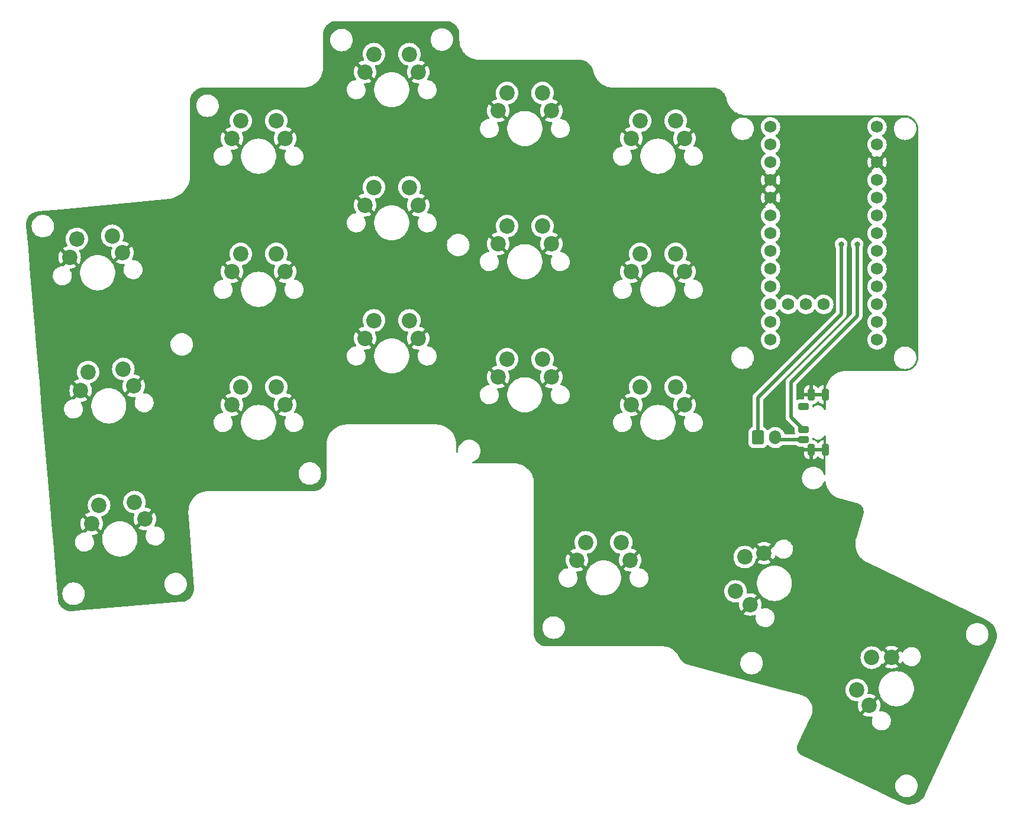
<source format=gbr>
%TF.GenerationSoftware,KiCad,Pcbnew,(6.0.4)*%
%TF.CreationDate,2022-05-15T23:18:35+02:00*%
%TF.ProjectId,Diom-35SP_PCB,44696f6d-2d33-4355-9350-5f5043422e6b,rev?*%
%TF.SameCoordinates,Original*%
%TF.FileFunction,Copper,L2,Bot*%
%TF.FilePolarity,Positive*%
%FSLAX46Y46*%
G04 Gerber Fmt 4.6, Leading zero omitted, Abs format (unit mm)*
G04 Created by KiCad (PCBNEW (6.0.4)) date 2022-05-15 23:18:35*
%MOMM*%
%LPD*%
G01*
G04 APERTURE LIST*
G04 Aperture macros list*
%AMRoundRect*
0 Rectangle with rounded corners*
0 $1 Rounding radius*
0 $2 $3 $4 $5 $6 $7 $8 $9 X,Y pos of 4 corners*
0 Add a 4 corners polygon primitive as box body*
4,1,4,$2,$3,$4,$5,$6,$7,$8,$9,$2,$3,0*
0 Add four circle primitives for the rounded corners*
1,1,$1+$1,$2,$3*
1,1,$1+$1,$4,$5*
1,1,$1+$1,$6,$7*
1,1,$1+$1,$8,$9*
0 Add four rect primitives between the rounded corners*
20,1,$1+$1,$2,$3,$4,$5,0*
20,1,$1+$1,$4,$5,$6,$7,0*
20,1,$1+$1,$6,$7,$8,$9,0*
20,1,$1+$1,$8,$9,$2,$3,0*%
G04 Aperture macros list end*
%TA.AperFunction,ComponentPad*%
%ADD10C,2.200000*%
%TD*%
%TA.AperFunction,ComponentPad*%
%ADD11RoundRect,0.250000X-0.600000X-0.750000X0.600000X-0.750000X0.600000X0.750000X-0.600000X0.750000X0*%
%TD*%
%TA.AperFunction,ComponentPad*%
%ADD12O,1.700000X2.000000*%
%TD*%
%TA.AperFunction,ComponentPad*%
%ADD13C,1.752600*%
%TD*%
%TA.AperFunction,SMDPad,CuDef*%
%ADD14RoundRect,0.250000X-0.500000X0.250000X-0.500000X-0.250000X0.500000X-0.250000X0.500000X0.250000X0*%
%TD*%
%TA.AperFunction,SMDPad,CuDef*%
%ADD15RoundRect,0.250000X-0.250000X0.600000X-0.250000X-0.600000X0.250000X-0.600000X0.250000X0.600000X0*%
%TD*%
%TA.AperFunction,ViaPad*%
%ADD16C,0.800000*%
%TD*%
%TA.AperFunction,Conductor*%
%ADD17C,0.508000*%
%TD*%
G04 APERTURE END LIST*
D10*
%TO.P,MX15,1,COL*%
%TO.N,MX15*%
X166052500Y-83820000D03*
X160972500Y-83820000D03*
%TO.P,MX15,2,ROW*%
%TO.N,GND*%
X159702500Y-86360000D03*
X167322500Y-86360000D03*
%TD*%
%TO.P,MX2,1,COL*%
%TO.N,MX2*%
X108902500Y-45720000D03*
X103822500Y-45720000D03*
%TO.P,MX2,2,ROW*%
%TO.N,GND*%
X102552500Y-48260000D03*
X110172500Y-48260000D03*
%TD*%
%TO.P,MX16,1,COL*%
%TO.N,MX16*%
X158273750Y-106045000D03*
X153193750Y-106045000D03*
%TO.P,MX16,2,ROW*%
%TO.N,GND*%
X151923750Y-108585000D03*
X159543750Y-108585000D03*
%TD*%
%TO.P,MX7,1,COL*%
%TO.N,MX7*%
X108902500Y-64770000D03*
X103822500Y-64770000D03*
%TO.P,MX7,2,ROW*%
%TO.N,GND*%
X110172500Y-67310000D03*
X102552500Y-67310000D03*
%TD*%
%TO.P,MX14,1,COL*%
%TO.N,MX14*%
X147002500Y-79851250D03*
X141922500Y-79851250D03*
%TO.P,MX14,2,ROW*%
%TO.N,GND*%
X148272500Y-82391250D03*
X140652500Y-82391250D03*
%TD*%
%TO.P,MX1,1,COL*%
%TO.N,MX1*%
X80370664Y-62629457D03*
X85431333Y-62186705D03*
%TO.P,MX1,2,ROW*%
%TO.N,GND*%
X79326873Y-65270479D03*
X86917876Y-64606352D03*
%TD*%
D11*
%TO.P,J1,1,Pin_1*%
%TO.N,B-*%
X177820000Y-91051500D03*
D12*
%TO.P,J1,2,Pin_2*%
%TO.N,Net-(J1-Pad2)*%
X180320000Y-91051500D03*
%TD*%
D10*
%TO.P,MX6,1,COL*%
%TO.N,MX6*%
X81958164Y-81679457D03*
X87018833Y-81236705D03*
%TO.P,MX6,2,ROW*%
%TO.N,GND*%
X80914373Y-84320479D03*
X88505376Y-83656352D03*
%TD*%
%TO.P,MX5,1,COL*%
%TO.N,MX5*%
X160972500Y-45720000D03*
X166052500Y-45720000D03*
%TO.P,MX5,2,ROW*%
%TO.N,GND*%
X159702500Y-48260000D03*
X167322500Y-48260000D03*
%TD*%
%TO.P,MX9,1,COL*%
%TO.N,MX9*%
X141922500Y-60801250D03*
X147002500Y-60801250D03*
%TO.P,MX9,2,ROW*%
%TO.N,GND*%
X148272500Y-63341250D03*
X140652500Y-63341250D03*
%TD*%
%TO.P,MX17,1,COL*%
%TO.N,MX17*%
X175931747Y-108150498D03*
X174616946Y-113057401D03*
%TO.P,MX17,2,ROW*%
%TO.N,GND*%
X178713899Y-107581172D03*
X176741698Y-114941527D03*
%TD*%
%TO.P,MX3,1,COL*%
%TO.N,MX3*%
X122872500Y-36195000D03*
X127952500Y-36195000D03*
%TO.P,MX3,2,ROW*%
%TO.N,GND*%
X121602500Y-38735000D03*
X129222500Y-38735000D03*
%TD*%
%TO.P,MX13,1,COL*%
%TO.N,MX13*%
X122872500Y-74295000D03*
X127952500Y-74295000D03*
%TO.P,MX13,2,ROW*%
%TO.N,GND*%
X129222500Y-76835000D03*
X121602500Y-76835000D03*
%TD*%
D13*
%TO.P,U1,1,TX0/P0.06*%
%TO.N,MX3*%
X179627831Y-49135500D03*
%TO.P,U1,2,RX1/P0.08*%
%TO.N,MX4*%
X179627831Y-51675500D03*
%TO.P,U1,3,GND*%
%TO.N,GND*%
X179627831Y-54215500D03*
%TO.P,U1,4,GND*%
X179627831Y-56755500D03*
%TO.P,U1,5,P0.17*%
%TO.N,MX5*%
X179627831Y-59295500D03*
%TO.P,U1,6,P0.20*%
%TO.N,MX2*%
X179627831Y-61835500D03*
%TO.P,U1,7,P0.22*%
%TO.N,MX8*%
X179627831Y-64375500D03*
%TO.P,U1,8,P0.24*%
%TO.N,MX9*%
X179627831Y-66915500D03*
%TO.P,U1,9,P1.00*%
%TO.N,MX10*%
X179627831Y-69455500D03*
%TO.P,U1,10,P0.11*%
%TO.N,MX14*%
X179627831Y-71995500D03*
%TO.P,U1,11,P1.04*%
%TO.N,MX13*%
X179627831Y-74535500D03*
%TO.P,U1,12,P1.06*%
%TO.N,MX7*%
X179627831Y-77075500D03*
%TO.P,U1,13,NFC1/P0.09*%
%TO.N,MX17*%
X194867831Y-77075500D03*
%TO.P,U1,14,NFC2/P0.10*%
%TO.N,MX16*%
X194867831Y-74535500D03*
%TO.P,U1,15,P1.11*%
%TO.N,MX11*%
X194867831Y-71995500D03*
%TO.P,U1,16,P1.13*%
%TO.N,MX12*%
X194867831Y-69455500D03*
%TO.P,U1,17,P1.15*%
%TO.N,MX6*%
X194867831Y-66915500D03*
%TO.P,U1,18,AIN0/P0.02*%
%TO.N,MX1*%
X194867831Y-64375500D03*
%TO.P,U1,19,AIN5/P0.29*%
%TO.N,MX15*%
X194867831Y-61835500D03*
%TO.P,U1,20,AIN7/P0.31*%
%TO.N,MX18*%
X194867831Y-59295500D03*
%TO.P,U1,21,VCC*%
%TO.N,VCC*%
X194867831Y-56755500D03*
%TO.P,U1,22,RST*%
%TO.N,unconnected-(U1-Pad22)*%
X194867831Y-54215500D03*
%TO.P,U1,23,GND*%
%TO.N,GND*%
X194867831Y-51675500D03*
%TO.P,U1,24,BATIN/P0.04*%
%TO.N,unconnected-(U1-Pad24)*%
X194867831Y-49135500D03*
%TO.P,U1,30,GND*%
%TO.N,B-*%
X179627831Y-46595500D03*
%TO.P,U1,31,P1.01*%
%TO.N,unconnected-(U1-Pad31)*%
X182167831Y-71995500D03*
%TO.P,U1,32,P1.02*%
%TO.N,unconnected-(U1-Pad32)*%
X184707831Y-71995500D03*
%TO.P,U1,33,P1.07*%
%TO.N,unconnected-(U1-Pad33)*%
X187247831Y-71995500D03*
%TO.P,U1,34,BATIN/P0.04*%
%TO.N,B+*%
X194867831Y-46595500D03*
%TD*%
D10*
%TO.P,MX12,1,COL*%
%TO.N,MX12*%
X108902500Y-83820000D03*
X103822500Y-83820000D03*
%TO.P,MX12,2,ROW*%
%TO.N,GND*%
X110172500Y-86360000D03*
X102552500Y-86360000D03*
%TD*%
%TO.P,MX18,1,COL*%
%TO.N,MX18*%
X194113157Y-122551077D03*
X191966256Y-127155121D03*
%TO.P,MX18,2,ROW*%
%TO.N,GND*%
X196951904Y-122473517D03*
X193731553Y-129379582D03*
%TD*%
%TO.P,MX4,1,COL*%
%TO.N,MX4*%
X147002500Y-41751250D03*
X141922500Y-41751250D03*
%TO.P,MX4,2,ROW*%
%TO.N,GND*%
X148272500Y-44291250D03*
X140652500Y-44291250D03*
%TD*%
%TO.P,MX10,1,COL*%
%TO.N,MX10*%
X160972500Y-64770000D03*
X166052500Y-64770000D03*
%TO.P,MX10,2,ROW*%
%TO.N,GND*%
X159702500Y-67310000D03*
X167322500Y-67310000D03*
%TD*%
%TO.P,MX8,1,COL*%
%TO.N,MX8*%
X122872500Y-55245000D03*
X127952500Y-55245000D03*
%TO.P,MX8,2,ROW*%
%TO.N,GND*%
X129222500Y-57785000D03*
X121602500Y-57785000D03*
%TD*%
%TO.P,MX11,1,COL*%
%TO.N,MX11*%
X83545664Y-100729457D03*
X88606333Y-100286705D03*
%TO.P,MX11,2,ROW*%
%TO.N,GND*%
X90092876Y-102706352D03*
X82501873Y-103370479D03*
%TD*%
D14*
%TO.P,SW1,1*%
%TO.N,unconnected-(SW1-Pad1)*%
X184336000Y-86600000D03*
%TO.P,SW1,2*%
%TO.N,B+*%
X184336000Y-89900000D03*
%TO.P,SW1,3*%
%TO.N,Net-(J1-Pad2)*%
X184336000Y-91350000D03*
D15*
%TO.P,SW1,4,GND*%
%TO.N,GND*%
X185436000Y-92800000D03*
X185436000Y-84900000D03*
X187436000Y-92800000D03*
X187436000Y-84900000D03*
%TD*%
D16*
%TO.N,B-*%
X189738000Y-63373000D03*
%TO.N,B+*%
X192024000Y-63373000D03*
%TD*%
D17*
%TO.N,B-*%
X189738000Y-63373000D02*
X189724331Y-63386669D01*
X189724331Y-63386669D02*
X189724331Y-73406000D01*
X189724331Y-73406000D02*
X177820000Y-85310331D01*
X177820000Y-85310331D02*
X177820000Y-91051500D01*
%TO.N,B+*%
X192010331Y-63386669D02*
X192024000Y-63373000D01*
X184336000Y-89900000D02*
X182562500Y-88126500D01*
X182562500Y-83107831D02*
X192010331Y-73660000D01*
X192010331Y-73660000D02*
X192010331Y-63386669D01*
X182562500Y-88126500D02*
X182562500Y-83107831D01*
%TO.N,Net-(J1-Pad2)*%
X180320000Y-91051500D02*
X180618500Y-91350000D01*
X180618500Y-91350000D02*
X184336000Y-91350000D01*
%TD*%
%TA.AperFunction,Conductor*%
%TO.N,GND*%
G36*
X133193018Y-31466250D02*
G01*
X133207851Y-31468560D01*
X133207855Y-31468560D01*
X133216724Y-31469941D01*
X133233012Y-31467811D01*
X133257590Y-31467017D01*
X133264760Y-31467487D01*
X133459201Y-31480232D01*
X133475541Y-31482383D01*
X133699603Y-31526951D01*
X133715524Y-31531217D01*
X133931851Y-31604651D01*
X133947077Y-31610958D01*
X134151967Y-31711998D01*
X134166241Y-31720239D01*
X134356188Y-31847158D01*
X134369263Y-31857191D01*
X134541024Y-32007821D01*
X134552679Y-32019476D01*
X134703309Y-32191237D01*
X134713342Y-32204312D01*
X134840261Y-32394259D01*
X134848502Y-32408533D01*
X134949542Y-32613423D01*
X134955849Y-32628649D01*
X135029283Y-32844976D01*
X135033549Y-32860897D01*
X135078117Y-33084959D01*
X135080268Y-33101299D01*
X135093013Y-33295736D01*
X135091983Y-33318850D01*
X135091940Y-33322354D01*
X135090559Y-33331224D01*
X135091723Y-33340126D01*
X135091723Y-33340128D01*
X135094686Y-33362783D01*
X135095750Y-33379121D01*
X135095750Y-34080497D01*
X135094164Y-34100425D01*
X135090591Y-34122732D01*
X135090537Y-34135285D01*
X135091265Y-34140102D01*
X135091503Y-34143353D01*
X135092042Y-34148376D01*
X135111890Y-34459672D01*
X135168583Y-34779740D01*
X135260580Y-35091501D01*
X135386737Y-35391071D01*
X135388454Y-35394140D01*
X135388456Y-35394143D01*
X135490899Y-35577192D01*
X135545483Y-35674723D01*
X135547532Y-35677582D01*
X135547534Y-35677585D01*
X135614845Y-35771500D01*
X135734840Y-35938923D01*
X135737194Y-35941535D01*
X135737198Y-35941540D01*
X135805173Y-36016964D01*
X135952452Y-36180383D01*
X136195610Y-36396097D01*
X136461285Y-36583380D01*
X136464362Y-36585071D01*
X136464366Y-36585073D01*
X136661885Y-36693591D01*
X136746171Y-36739898D01*
X137046721Y-36863705D01*
X137359192Y-36953257D01*
X137519444Y-36980350D01*
X137676228Y-37006856D01*
X137676230Y-37006856D01*
X137679695Y-37007442D01*
X137796254Y-37013957D01*
X137974078Y-37023897D01*
X137984143Y-37025022D01*
X137986885Y-37025268D01*
X137991687Y-37026076D01*
X137998019Y-37026153D01*
X137999374Y-37026170D01*
X137999378Y-37026170D01*
X138004239Y-37026229D01*
X138025215Y-37023226D01*
X138031874Y-37022272D01*
X138049734Y-37021000D01*
X152350633Y-37021000D01*
X152370018Y-37022500D01*
X152384852Y-37024810D01*
X152384855Y-37024810D01*
X152393724Y-37026191D01*
X152410236Y-37024032D01*
X152434658Y-37023229D01*
X152635633Y-37036153D01*
X152651672Y-37038224D01*
X152875481Y-37081885D01*
X152891122Y-37085994D01*
X153107486Y-37157958D01*
X153122470Y-37164035D01*
X153327844Y-37263125D01*
X153341921Y-37271069D01*
X153441310Y-37335898D01*
X153532910Y-37395647D01*
X153545861Y-37405334D01*
X153719317Y-37553349D01*
X153730919Y-37564614D01*
X153883986Y-37733623D01*
X153894051Y-37746283D01*
X154024206Y-37933503D01*
X154032566Y-37947346D01*
X154137673Y-38149702D01*
X154144191Y-38164502D01*
X154210001Y-38344443D01*
X154222510Y-38378647D01*
X154227078Y-38394156D01*
X154242786Y-38463689D01*
X154269842Y-38583452D01*
X154272622Y-38607989D01*
X154272936Y-38610127D01*
X154272967Y-38619107D01*
X154275002Y-38625975D01*
X154275109Y-38627137D01*
X154275138Y-38627134D01*
X154275700Y-38631966D01*
X154275887Y-38636837D01*
X154278294Y-38649157D01*
X154279951Y-38653733D01*
X154279953Y-38653740D01*
X154280922Y-38656415D01*
X154284290Y-38667204D01*
X154303456Y-38739930D01*
X154354711Y-38934419D01*
X154358266Y-38947909D01*
X154467981Y-39236995D01*
X154607403Y-39512983D01*
X154609195Y-39515761D01*
X154609197Y-39515765D01*
X154773203Y-39770051D01*
X154773209Y-39770059D01*
X154774996Y-39772830D01*
X154777070Y-39775406D01*
X154777073Y-39775410D01*
X154890316Y-39916056D01*
X154968912Y-40013672D01*
X154971247Y-40016019D01*
X154971251Y-40016023D01*
X155184672Y-40230501D01*
X155184678Y-40230506D01*
X155187012Y-40232852D01*
X155189582Y-40234942D01*
X155189585Y-40234945D01*
X155407058Y-40411824D01*
X155426892Y-40427956D01*
X155685908Y-40596830D01*
X155826599Y-40668779D01*
X155958261Y-40736111D01*
X155958269Y-40736115D01*
X155961203Y-40737615D01*
X155964278Y-40738800D01*
X155964286Y-40738803D01*
X156143831Y-40807961D01*
X156249743Y-40848757D01*
X156252926Y-40849613D01*
X156252930Y-40849614D01*
X156517580Y-40920760D01*
X156548347Y-40929031D01*
X156551607Y-40929549D01*
X156850447Y-40977033D01*
X156850451Y-40977033D01*
X156853721Y-40977553D01*
X157128068Y-40991976D01*
X157142345Y-40993547D01*
X157149948Y-40994826D01*
X157156326Y-40994904D01*
X157157640Y-40994920D01*
X157157643Y-40994920D01*
X157162500Y-40994979D01*
X157190124Y-40991023D01*
X157207986Y-40989750D01*
X171400633Y-40989750D01*
X171420018Y-40991250D01*
X171434851Y-40993560D01*
X171434855Y-40993560D01*
X171443724Y-40994941D01*
X171460237Y-40992782D01*
X171484652Y-40991979D01*
X171685631Y-41004904D01*
X171701670Y-41006975D01*
X171925474Y-41050635D01*
X171941116Y-41054744D01*
X172088072Y-41103623D01*
X172157484Y-41126710D01*
X172172460Y-41132784D01*
X172345146Y-41216105D01*
X172377828Y-41231874D01*
X172391911Y-41239822D01*
X172582897Y-41364400D01*
X172595836Y-41374077D01*
X172769292Y-41522094D01*
X172780894Y-41533359D01*
X172933961Y-41702372D01*
X172944024Y-41715029D01*
X172965537Y-41745975D01*
X173074179Y-41902254D01*
X173082539Y-41916098D01*
X173187639Y-42118450D01*
X173194155Y-42133246D01*
X173272477Y-42347409D01*
X173277041Y-42362908D01*
X173309499Y-42506598D01*
X173319841Y-42552381D01*
X173322530Y-42576118D01*
X173322934Y-42578870D01*
X173322965Y-42587847D01*
X173325001Y-42594722D01*
X173325110Y-42595900D01*
X173325139Y-42595897D01*
X173325702Y-42600738D01*
X173325889Y-42605597D01*
X173328296Y-42617917D01*
X173330778Y-42624771D01*
X173334139Y-42635538D01*
X173365905Y-42756067D01*
X173402765Y-42895920D01*
X173408235Y-42916676D01*
X173409408Y-42919766D01*
X173511543Y-43188866D01*
X173517955Y-43205761D01*
X173519447Y-43208715D01*
X173519450Y-43208721D01*
X173655892Y-43478797D01*
X173655898Y-43478807D01*
X173657383Y-43481747D01*
X173824980Y-43741592D01*
X174018899Y-43982432D01*
X174237002Y-44201611D01*
X174476885Y-44396712D01*
X174479645Y-44398512D01*
X174479654Y-44398518D01*
X174643225Y-44505162D01*
X174735902Y-44565585D01*
X175011200Y-44706368D01*
X175134684Y-44753932D01*
X175296656Y-44816321D01*
X175296661Y-44816323D01*
X175299741Y-44817509D01*
X175598345Y-44897782D01*
X175903720Y-44946303D01*
X176178068Y-44960726D01*
X176192345Y-44962297D01*
X176199948Y-44963576D01*
X176206326Y-44963654D01*
X176207640Y-44963670D01*
X176207643Y-44963670D01*
X176212500Y-44963729D01*
X176240124Y-44959773D01*
X176257986Y-44958500D01*
X179515973Y-44958500D01*
X179573286Y-44975329D01*
X179592709Y-44963179D01*
X179626728Y-44958500D01*
X194755973Y-44958500D01*
X194813286Y-44975329D01*
X194832709Y-44963179D01*
X194866728Y-44958500D01*
X198832619Y-44958500D01*
X198852010Y-44960001D01*
X198875702Y-44963691D01*
X198891998Y-44961561D01*
X198916565Y-44960768D01*
X199041159Y-44968939D01*
X199118180Y-44973991D01*
X199134519Y-44976143D01*
X199294730Y-45008016D01*
X199358573Y-45020718D01*
X199374491Y-45024983D01*
X199590813Y-45098422D01*
X199606039Y-45104729D01*
X199704839Y-45153454D01*
X199810935Y-45205778D01*
X199825195Y-45214011D01*
X200015149Y-45340940D01*
X200028216Y-45350967D01*
X200170684Y-45475911D01*
X200199978Y-45501602D01*
X200211629Y-45513254D01*
X200322727Y-45639938D01*
X200362255Y-45685012D01*
X200372279Y-45698075D01*
X200499205Y-45888035D01*
X200507441Y-45902300D01*
X200608486Y-46107196D01*
X200614793Y-46122423D01*
X200648991Y-46223164D01*
X200681287Y-46318301D01*
X200688226Y-46338743D01*
X200692492Y-46354663D01*
X200737063Y-46578726D01*
X200739214Y-46595065D01*
X200751977Y-46789729D01*
X200750993Y-46811836D01*
X200750941Y-46816109D01*
X200749559Y-46824985D01*
X200750724Y-46833889D01*
X200753686Y-46856541D01*
X200754750Y-46872881D01*
X200754750Y-79611380D01*
X200753249Y-79630767D01*
X200749559Y-79654463D01*
X200750723Y-79663366D01*
X200751689Y-79670754D01*
X200752482Y-79695329D01*
X200751907Y-79704094D01*
X200739264Y-79896941D01*
X200737113Y-79913281D01*
X200732875Y-79934588D01*
X200694482Y-80127591D01*
X200692540Y-80137351D01*
X200688274Y-80153270D01*
X200614839Y-80369596D01*
X200608532Y-80384823D01*
X200507487Y-80589721D01*
X200499246Y-80603994D01*
X200372325Y-80793946D01*
X200362300Y-80807012D01*
X200211657Y-80978790D01*
X200200016Y-80990431D01*
X200153043Y-81031626D01*
X200028250Y-81141069D01*
X200015175Y-81151102D01*
X199963431Y-81185678D01*
X199825220Y-81278032D01*
X199810959Y-81286265D01*
X199707210Y-81337432D01*
X199606058Y-81387317D01*
X199590832Y-81393624D01*
X199374505Y-81467064D01*
X199358586Y-81471330D01*
X199134525Y-81515907D01*
X199118185Y-81518059D01*
X199031328Y-81523756D01*
X198923961Y-81530797D01*
X198899828Y-81529723D01*
X198897126Y-81529690D01*
X198888254Y-81528309D01*
X198879355Y-81529473D01*
X198879353Y-81529473D01*
X198856703Y-81532436D01*
X198840361Y-81533500D01*
X190476082Y-81533500D01*
X190455175Y-81531753D01*
X190454902Y-81531707D01*
X190435390Y-81528424D01*
X190429114Y-81528347D01*
X190427706Y-81528330D01*
X190427702Y-81528330D01*
X190422838Y-81528271D01*
X190418018Y-81528961D01*
X190416101Y-81529086D01*
X190408822Y-81529812D01*
X190096038Y-81547522D01*
X190092532Y-81548123D01*
X190092530Y-81548123D01*
X190001033Y-81563802D01*
X189773418Y-81602805D01*
X189657737Y-81636427D01*
X189462533Y-81693161D01*
X189462525Y-81693164D01*
X189459101Y-81694159D01*
X189455810Y-81695535D01*
X189455804Y-81695537D01*
X189360706Y-81735296D01*
X189157109Y-81820416D01*
X189154008Y-81822147D01*
X189154002Y-81822150D01*
X189072053Y-81867897D01*
X188871303Y-81979962D01*
X188605337Y-82170757D01*
X188362614Y-82390361D01*
X188146237Y-82635965D01*
X188144199Y-82638887D01*
X188144198Y-82638888D01*
X187963585Y-82897818D01*
X187958974Y-82904428D01*
X187803218Y-83192318D01*
X187801887Y-83195624D01*
X187801885Y-83195628D01*
X187700326Y-83447859D01*
X187680962Y-83495952D01*
X187593770Y-83811448D01*
X187593214Y-83814974D01*
X187593213Y-83814977D01*
X187544471Y-84123903D01*
X187542756Y-84134771D01*
X187529897Y-84431237D01*
X187528740Y-84442952D01*
X187528626Y-84444443D01*
X187527884Y-84449242D01*
X187527897Y-84461795D01*
X187531251Y-84483192D01*
X187531473Y-84484609D01*
X187532992Y-84504341D01*
X187531276Y-85469778D01*
X187528624Y-86962157D01*
X187528616Y-86966397D01*
X187508493Y-87034482D01*
X187454754Y-87080879D01*
X187384463Y-87090858D01*
X187319934Y-87061251D01*
X187287510Y-87017422D01*
X187251577Y-86936717D01*
X187251574Y-86936712D01*
X187248888Y-86930679D01*
X187211571Y-86879316D01*
X187137430Y-86777270D01*
X187137428Y-86777268D01*
X187133547Y-86771926D01*
X187128636Y-86767504D01*
X186992628Y-86645042D01*
X186992627Y-86645041D01*
X186987720Y-86640623D01*
X186856275Y-86564733D01*
X186823503Y-86545812D01*
X186823502Y-86545811D01*
X186817780Y-86542508D01*
X186740059Y-86517255D01*
X186637434Y-86483910D01*
X186637433Y-86483910D01*
X186631155Y-86481870D01*
X186624592Y-86481180D01*
X186624591Y-86481180D01*
X186601595Y-86478763D01*
X186484922Y-86466500D01*
X186387078Y-86466500D01*
X186270405Y-86478763D01*
X186247409Y-86481180D01*
X186247408Y-86481180D01*
X186240845Y-86481870D01*
X186234567Y-86483910D01*
X186234566Y-86483910D01*
X186131941Y-86517255D01*
X186054220Y-86542508D01*
X186048498Y-86545811D01*
X186048497Y-86545812D01*
X186015725Y-86564733D01*
X185884280Y-86640623D01*
X185879373Y-86645041D01*
X185879372Y-86645042D01*
X185804810Y-86712178D01*
X185740803Y-86742896D01*
X185670349Y-86734131D01*
X185615818Y-86688668D01*
X185594500Y-86618542D01*
X185594500Y-86383999D01*
X185614502Y-86315878D01*
X185668158Y-86269385D01*
X185720500Y-86257999D01*
X185733095Y-86257999D01*
X185739614Y-86257662D01*
X185835206Y-86247743D01*
X185848600Y-86244851D01*
X186002784Y-86193412D01*
X186015962Y-86187239D01*
X186153807Y-86101937D01*
X186165208Y-86092901D01*
X186279739Y-85978171D01*
X186288751Y-85966760D01*
X186328745Y-85901878D01*
X186381518Y-85854384D01*
X186451589Y-85842961D01*
X186516713Y-85871235D01*
X186543149Y-85901691D01*
X186584063Y-85967807D01*
X186593099Y-85979208D01*
X186707829Y-86093739D01*
X186719240Y-86102751D01*
X186857243Y-86187816D01*
X186870424Y-86193963D01*
X187024710Y-86245138D01*
X187038086Y-86248005D01*
X187132438Y-86257672D01*
X187138854Y-86258000D01*
X187163885Y-86258000D01*
X187179124Y-86253525D01*
X187180329Y-86252135D01*
X187182000Y-86244452D01*
X187182000Y-85172115D01*
X187177525Y-85156876D01*
X187176135Y-85155671D01*
X187168452Y-85154000D01*
X184446116Y-85154000D01*
X184430877Y-85158475D01*
X184429672Y-85159865D01*
X184428001Y-85167548D01*
X184428001Y-85465500D01*
X184407999Y-85533621D01*
X184354343Y-85580114D01*
X184302001Y-85591500D01*
X183785600Y-85591500D01*
X183782354Y-85591837D01*
X183782350Y-85591837D01*
X183686692Y-85601762D01*
X183686688Y-85601763D01*
X183679834Y-85602474D01*
X183673298Y-85604655D01*
X183673296Y-85604655D01*
X183518998Y-85656133D01*
X183518996Y-85656134D01*
X183512054Y-85658450D01*
X183505827Y-85662303D01*
X183504451Y-85662948D01*
X183434279Y-85673733D01*
X183369415Y-85644867D01*
X183330454Y-85585516D01*
X183325000Y-85548847D01*
X183325000Y-84627885D01*
X184428000Y-84627885D01*
X184432475Y-84643124D01*
X184433865Y-84644329D01*
X184441548Y-84646000D01*
X185163885Y-84646000D01*
X185179124Y-84641525D01*
X185180329Y-84640135D01*
X185182000Y-84632452D01*
X185182000Y-84627885D01*
X185690000Y-84627885D01*
X185694475Y-84643124D01*
X185695865Y-84644329D01*
X185703548Y-84646000D01*
X187163885Y-84646000D01*
X187179124Y-84641525D01*
X187180329Y-84640135D01*
X187182000Y-84632452D01*
X187182000Y-83560116D01*
X187177525Y-83544877D01*
X187176135Y-83543672D01*
X187168452Y-83542001D01*
X187138905Y-83542001D01*
X187132386Y-83542338D01*
X187036794Y-83552257D01*
X187023400Y-83555149D01*
X186869216Y-83606588D01*
X186856038Y-83612761D01*
X186718193Y-83698063D01*
X186706792Y-83707099D01*
X186592261Y-83821829D01*
X186583249Y-83833240D01*
X186543255Y-83898122D01*
X186490482Y-83945616D01*
X186420411Y-83957039D01*
X186355287Y-83928765D01*
X186328851Y-83898309D01*
X186287937Y-83832193D01*
X186278901Y-83820792D01*
X186164171Y-83706261D01*
X186152760Y-83697249D01*
X186014757Y-83612184D01*
X186001576Y-83606037D01*
X185847290Y-83554862D01*
X185833914Y-83551995D01*
X185739562Y-83542328D01*
X185733145Y-83542000D01*
X185708115Y-83542000D01*
X185692876Y-83546475D01*
X185691671Y-83547865D01*
X185690000Y-83555548D01*
X185690000Y-84627885D01*
X185182000Y-84627885D01*
X185182000Y-83560116D01*
X185177525Y-83544877D01*
X185176135Y-83543672D01*
X185168452Y-83542001D01*
X185138905Y-83542001D01*
X185132386Y-83542338D01*
X185036794Y-83552257D01*
X185023400Y-83555149D01*
X184869216Y-83606588D01*
X184856038Y-83612761D01*
X184718193Y-83698063D01*
X184706792Y-83707099D01*
X184592261Y-83821829D01*
X184583249Y-83833240D01*
X184498184Y-83971243D01*
X184492037Y-83984424D01*
X184440862Y-84138710D01*
X184437995Y-84152086D01*
X184428328Y-84246438D01*
X184428000Y-84252855D01*
X184428000Y-84627885D01*
X183325000Y-84627885D01*
X183325000Y-83475859D01*
X183345002Y-83407738D01*
X183361905Y-83386764D01*
X187119669Y-79629000D01*
X197268526Y-79629000D01*
X197288391Y-79881403D01*
X197289545Y-79886210D01*
X197289546Y-79886216D01*
X197313450Y-79985783D01*
X197347495Y-80127591D01*
X197349388Y-80132162D01*
X197349389Y-80132164D01*
X197439554Y-80349841D01*
X197444384Y-80361502D01*
X197576672Y-80577376D01*
X197741102Y-80769898D01*
X197933624Y-80934328D01*
X198149498Y-81066616D01*
X198154068Y-81068509D01*
X198154072Y-81068511D01*
X198372919Y-81159160D01*
X198383409Y-81163505D01*
X198468032Y-81183821D01*
X198624784Y-81221454D01*
X198624790Y-81221455D01*
X198629597Y-81222609D01*
X198729416Y-81230465D01*
X198816345Y-81237307D01*
X198816352Y-81237307D01*
X198818801Y-81237500D01*
X198945199Y-81237500D01*
X198947648Y-81237307D01*
X198947655Y-81237307D01*
X199034584Y-81230465D01*
X199134403Y-81222609D01*
X199139210Y-81221455D01*
X199139216Y-81221454D01*
X199295968Y-81183821D01*
X199380591Y-81163505D01*
X199391081Y-81159160D01*
X199609928Y-81068511D01*
X199609932Y-81068509D01*
X199614502Y-81066616D01*
X199830376Y-80934328D01*
X200022898Y-80769898D01*
X200187328Y-80577376D01*
X200319616Y-80361502D01*
X200324447Y-80349841D01*
X200414611Y-80132164D01*
X200414612Y-80132162D01*
X200416505Y-80127591D01*
X200450550Y-79985783D01*
X200474454Y-79886216D01*
X200474455Y-79886210D01*
X200475609Y-79881403D01*
X200495474Y-79629000D01*
X200495051Y-79623619D01*
X200488971Y-79546377D01*
X200475609Y-79376597D01*
X200471018Y-79357471D01*
X200417660Y-79135221D01*
X200416505Y-79130409D01*
X200414611Y-79125836D01*
X200321511Y-78901072D01*
X200321509Y-78901068D01*
X200319616Y-78896498D01*
X200187328Y-78680624D01*
X200022898Y-78488102D01*
X200008558Y-78475854D01*
X199975322Y-78447468D01*
X199830376Y-78323672D01*
X199614502Y-78191384D01*
X199609932Y-78189491D01*
X199609928Y-78189489D01*
X199385164Y-78096389D01*
X199385162Y-78096388D01*
X199380591Y-78094495D01*
X199255177Y-78064386D01*
X199139216Y-78036546D01*
X199139210Y-78036545D01*
X199134403Y-78035391D01*
X199034584Y-78027535D01*
X198947655Y-78020693D01*
X198947648Y-78020693D01*
X198945199Y-78020500D01*
X198818801Y-78020500D01*
X198816352Y-78020693D01*
X198816345Y-78020693D01*
X198729416Y-78027535D01*
X198629597Y-78035391D01*
X198624790Y-78036545D01*
X198624784Y-78036546D01*
X198508823Y-78064386D01*
X198383409Y-78094495D01*
X198378838Y-78096388D01*
X198378836Y-78096389D01*
X198154072Y-78189489D01*
X198154068Y-78189491D01*
X198149498Y-78191384D01*
X197933624Y-78323672D01*
X197788678Y-78447468D01*
X197755443Y-78475854D01*
X197741102Y-78488102D01*
X197576672Y-78680624D01*
X197444384Y-78896498D01*
X197442491Y-78901068D01*
X197442489Y-78901072D01*
X197349389Y-79125836D01*
X197347495Y-79130409D01*
X197346340Y-79135221D01*
X197292983Y-79357471D01*
X197288391Y-79376597D01*
X197275029Y-79546377D01*
X197268950Y-79623619D01*
X197268526Y-79629000D01*
X187119669Y-79629000D01*
X189707119Y-77041550D01*
X193478700Y-77041550D01*
X193478997Y-77046702D01*
X193478997Y-77046706D01*
X193481055Y-77082390D01*
X193491808Y-77268887D01*
X193541870Y-77491031D01*
X193543814Y-77495817D01*
X193543815Y-77495822D01*
X193625598Y-77697228D01*
X193627542Y-77702015D01*
X193746523Y-77896174D01*
X193895617Y-78068293D01*
X194070820Y-78213749D01*
X194075272Y-78216351D01*
X194075277Y-78216354D01*
X194247076Y-78316745D01*
X194267428Y-78328638D01*
X194480160Y-78409872D01*
X194485226Y-78410903D01*
X194485227Y-78410903D01*
X194511361Y-78416220D01*
X194703303Y-78455271D01*
X194831119Y-78459958D01*
X194925701Y-78463427D01*
X194925706Y-78463427D01*
X194930865Y-78463616D01*
X194935985Y-78462960D01*
X194935987Y-78462960D01*
X195022102Y-78451928D01*
X195156734Y-78434681D01*
X195161683Y-78433196D01*
X195161689Y-78433195D01*
X195291771Y-78394168D01*
X195374844Y-78369245D01*
X195579338Y-78269064D01*
X195583542Y-78266066D01*
X195583546Y-78266063D01*
X195699031Y-78183688D01*
X195764724Y-78136830D01*
X195926024Y-77976092D01*
X196058904Y-77791169D01*
X196066370Y-77776064D01*
X196157504Y-77591668D01*
X196157505Y-77591666D01*
X196159798Y-77587026D01*
X196225995Y-77369146D01*
X196238531Y-77273930D01*
X196255281Y-77146701D01*
X196255282Y-77146694D01*
X196255718Y-77143379D01*
X196255800Y-77140027D01*
X196257295Y-77078865D01*
X196257295Y-77078860D01*
X196257377Y-77075500D01*
X196241477Y-76882103D01*
X196239142Y-76853702D01*
X196239141Y-76853696D01*
X196238718Y-76848551D01*
X196183244Y-76627697D01*
X196181185Y-76622961D01*
X196094503Y-76423606D01*
X196094501Y-76423603D01*
X196092443Y-76418869D01*
X195968754Y-76227675D01*
X195815499Y-76059250D01*
X195636794Y-75918118D01*
X195630166Y-75914459D01*
X195629482Y-75913769D01*
X195627962Y-75912759D01*
X195628170Y-75912445D01*
X195580194Y-75864033D01*
X195565416Y-75794591D01*
X195590527Y-75728184D01*
X195617885Y-75701569D01*
X195760520Y-75599829D01*
X195760522Y-75599827D01*
X195764724Y-75596830D01*
X195926024Y-75436092D01*
X196058904Y-75251169D01*
X196064839Y-75239162D01*
X196157504Y-75051668D01*
X196157505Y-75051666D01*
X196159798Y-75047026D01*
X196225995Y-74829146D01*
X196230676Y-74793591D01*
X196255281Y-74606701D01*
X196255282Y-74606694D01*
X196255718Y-74603379D01*
X196255800Y-74600027D01*
X196257295Y-74538865D01*
X196257295Y-74538860D01*
X196257377Y-74535500D01*
X196250010Y-74445893D01*
X196239142Y-74313702D01*
X196239141Y-74313696D01*
X196238718Y-74308551D01*
X196183244Y-74087697D01*
X196181185Y-74082961D01*
X196094503Y-73883606D01*
X196094501Y-73883603D01*
X196092443Y-73878869D01*
X195968754Y-73687675D01*
X195815499Y-73519250D01*
X195636794Y-73378118D01*
X195630166Y-73374459D01*
X195629482Y-73373769D01*
X195627962Y-73372759D01*
X195628170Y-73372445D01*
X195580194Y-73324033D01*
X195565416Y-73254591D01*
X195590527Y-73188184D01*
X195617885Y-73161569D01*
X195760520Y-73059829D01*
X195760522Y-73059827D01*
X195764724Y-73056830D01*
X195926024Y-72896092D01*
X195953839Y-72857384D01*
X196055886Y-72715369D01*
X196058904Y-72711169D01*
X196063929Y-72701003D01*
X196157504Y-72511668D01*
X196157505Y-72511666D01*
X196159798Y-72507026D01*
X196225995Y-72289146D01*
X196238531Y-72193930D01*
X196255281Y-72066701D01*
X196255282Y-72066694D01*
X196255718Y-72063379D01*
X196257377Y-71995500D01*
X196247956Y-71880907D01*
X196239142Y-71773702D01*
X196239141Y-71773696D01*
X196238718Y-71768551D01*
X196183244Y-71547697D01*
X196181185Y-71542961D01*
X196094503Y-71343606D01*
X196094501Y-71343603D01*
X196092443Y-71338869D01*
X196012290Y-71214972D01*
X195971562Y-71152015D01*
X195971560Y-71152012D01*
X195968754Y-71147675D01*
X195815499Y-70979250D01*
X195636794Y-70838118D01*
X195630166Y-70834459D01*
X195629482Y-70833769D01*
X195627962Y-70832759D01*
X195628170Y-70832445D01*
X195580194Y-70784033D01*
X195565416Y-70714591D01*
X195590527Y-70648184D01*
X195617885Y-70621569D01*
X195760520Y-70519829D01*
X195760522Y-70519827D01*
X195764724Y-70516830D01*
X195926024Y-70356092D01*
X196058904Y-70171169D01*
X196135516Y-70016158D01*
X196157504Y-69971668D01*
X196157505Y-69971666D01*
X196159798Y-69967026D01*
X196225995Y-69749146D01*
X196234013Y-69688247D01*
X196255281Y-69526701D01*
X196255282Y-69526694D01*
X196255718Y-69523379D01*
X196257377Y-69455500D01*
X196244673Y-69300983D01*
X196239142Y-69233702D01*
X196239141Y-69233696D01*
X196238718Y-69228551D01*
X196206385Y-69099828D01*
X196184503Y-69012708D01*
X196184502Y-69012704D01*
X196183244Y-69007697D01*
X196174207Y-68986913D01*
X196094503Y-68803606D01*
X196094501Y-68803603D01*
X196092443Y-68798869D01*
X196000336Y-68656493D01*
X195971562Y-68612015D01*
X195971560Y-68612012D01*
X195968754Y-68607675D01*
X195815499Y-68439250D01*
X195636794Y-68298118D01*
X195630166Y-68294459D01*
X195629482Y-68293769D01*
X195627962Y-68292759D01*
X195628170Y-68292445D01*
X195580194Y-68244033D01*
X195565416Y-68174591D01*
X195590527Y-68108184D01*
X195617885Y-68081569D01*
X195760520Y-67979829D01*
X195760522Y-67979827D01*
X195764724Y-67976830D01*
X195926024Y-67816092D01*
X196058904Y-67631169D01*
X196067573Y-67613630D01*
X196157504Y-67431668D01*
X196157505Y-67431666D01*
X196159798Y-67427026D01*
X196225995Y-67209146D01*
X196231511Y-67167251D01*
X196255281Y-66986701D01*
X196255282Y-66986694D01*
X196255718Y-66983379D01*
X196256775Y-66940128D01*
X196257295Y-66918865D01*
X196257295Y-66918860D01*
X196257377Y-66915500D01*
X196248456Y-66806991D01*
X196239142Y-66693702D01*
X196239141Y-66693696D01*
X196238718Y-66688551D01*
X196204671Y-66553001D01*
X196184503Y-66472708D01*
X196184502Y-66472704D01*
X196183244Y-66467697D01*
X196173889Y-66446182D01*
X196094503Y-66263606D01*
X196094501Y-66263603D01*
X196092443Y-66258869D01*
X196001808Y-66118769D01*
X195971562Y-66072015D01*
X195971560Y-66072012D01*
X195968754Y-66067675D01*
X195815499Y-65899250D01*
X195636794Y-65758118D01*
X195630166Y-65754459D01*
X195629482Y-65753769D01*
X195627962Y-65752759D01*
X195628170Y-65752445D01*
X195580194Y-65704033D01*
X195565416Y-65634591D01*
X195590527Y-65568184D01*
X195617885Y-65541569D01*
X195760520Y-65439829D01*
X195760522Y-65439827D01*
X195764724Y-65436830D01*
X195926024Y-65276092D01*
X195931615Y-65268312D01*
X196055886Y-65095369D01*
X196058904Y-65091169D01*
X196067438Y-65073903D01*
X196157504Y-64891668D01*
X196157505Y-64891666D01*
X196159798Y-64887026D01*
X196225995Y-64669146D01*
X196229362Y-64643575D01*
X196255281Y-64446701D01*
X196255282Y-64446694D01*
X196255718Y-64443379D01*
X196257377Y-64375500D01*
X196245244Y-64227928D01*
X196239142Y-64153702D01*
X196239141Y-64153696D01*
X196238718Y-64148551D01*
X196201051Y-63998591D01*
X196184503Y-63932708D01*
X196184502Y-63932704D01*
X196183244Y-63927697D01*
X196181185Y-63922961D01*
X196094503Y-63723606D01*
X196094501Y-63723603D01*
X196092443Y-63718869D01*
X196007258Y-63587193D01*
X195971562Y-63532015D01*
X195971560Y-63532012D01*
X195968754Y-63527675D01*
X195815499Y-63359250D01*
X195636794Y-63218118D01*
X195630166Y-63214459D01*
X195629482Y-63213769D01*
X195627962Y-63212759D01*
X195628170Y-63212445D01*
X195580194Y-63164033D01*
X195565416Y-63094591D01*
X195590527Y-63028184D01*
X195617885Y-63001569D01*
X195760520Y-62899829D01*
X195760522Y-62899827D01*
X195764724Y-62896830D01*
X195926024Y-62736092D01*
X195959239Y-62689869D01*
X196055886Y-62555369D01*
X196058904Y-62551169D01*
X196070572Y-62527562D01*
X196157504Y-62351668D01*
X196157505Y-62351666D01*
X196159798Y-62347026D01*
X196218340Y-62154342D01*
X196224493Y-62134090D01*
X196224493Y-62134089D01*
X196225995Y-62129146D01*
X196229389Y-62103367D01*
X196255281Y-61906701D01*
X196255282Y-61906694D01*
X196255718Y-61903379D01*
X196257377Y-61835500D01*
X196249372Y-61738141D01*
X196239142Y-61613702D01*
X196239141Y-61613696D01*
X196238718Y-61608551D01*
X196185995Y-61398648D01*
X196184503Y-61392708D01*
X196184502Y-61392704D01*
X196183244Y-61387697D01*
X196181185Y-61382961D01*
X196094503Y-61183606D01*
X196094501Y-61183603D01*
X196092443Y-61178869D01*
X196007612Y-61047740D01*
X195971562Y-60992015D01*
X195971560Y-60992012D01*
X195968754Y-60987675D01*
X195815499Y-60819250D01*
X195636794Y-60678118D01*
X195630166Y-60674459D01*
X195629482Y-60673769D01*
X195627962Y-60672759D01*
X195628170Y-60672445D01*
X195580194Y-60624033D01*
X195565416Y-60554591D01*
X195590527Y-60488184D01*
X195617885Y-60461569D01*
X195760520Y-60359829D01*
X195760522Y-60359827D01*
X195764724Y-60356830D01*
X195926024Y-60196092D01*
X195949626Y-60163247D01*
X196055886Y-60015369D01*
X196058904Y-60011169D01*
X196097435Y-59933209D01*
X196157504Y-59811668D01*
X196157505Y-59811666D01*
X196159798Y-59807026D01*
X196220710Y-59606542D01*
X196224493Y-59594090D01*
X196224493Y-59594089D01*
X196225995Y-59589146D01*
X196233627Y-59531179D01*
X196255281Y-59366701D01*
X196255282Y-59366694D01*
X196255718Y-59363379D01*
X196257377Y-59295500D01*
X196248842Y-59191693D01*
X196239142Y-59073702D01*
X196239141Y-59073696D01*
X196238718Y-59068551D01*
X196183244Y-58847697D01*
X196174276Y-58827072D01*
X196094503Y-58643606D01*
X196094501Y-58643603D01*
X196092443Y-58638869D01*
X195968754Y-58447675D01*
X195815499Y-58279250D01*
X195636794Y-58138118D01*
X195630166Y-58134459D01*
X195629482Y-58133769D01*
X195627962Y-58132759D01*
X195628170Y-58132445D01*
X195580194Y-58084033D01*
X195565416Y-58014591D01*
X195590527Y-57948184D01*
X195617885Y-57921569D01*
X195760520Y-57819829D01*
X195760522Y-57819827D01*
X195764724Y-57816830D01*
X195926024Y-57656092D01*
X196058904Y-57471169D01*
X196061325Y-57466272D01*
X196157504Y-57271668D01*
X196157505Y-57271666D01*
X196159798Y-57267026D01*
X196225995Y-57049146D01*
X196238531Y-56953930D01*
X196255281Y-56826701D01*
X196255282Y-56826694D01*
X196255718Y-56823379D01*
X196256921Y-56774155D01*
X196257295Y-56758865D01*
X196257295Y-56758860D01*
X196257377Y-56755500D01*
X196240721Y-56552910D01*
X196239142Y-56533702D01*
X196239141Y-56533696D01*
X196238718Y-56528551D01*
X196203692Y-56389106D01*
X196184503Y-56312708D01*
X196184502Y-56312704D01*
X196183244Y-56307697D01*
X196171574Y-56280858D01*
X196094503Y-56103606D01*
X196094501Y-56103603D01*
X196092443Y-56098869D01*
X195968754Y-55907675D01*
X195815499Y-55739250D01*
X195636794Y-55598118D01*
X195630166Y-55594459D01*
X195629482Y-55593769D01*
X195627962Y-55592759D01*
X195628170Y-55592445D01*
X195580194Y-55544033D01*
X195565416Y-55474591D01*
X195590527Y-55408184D01*
X195617885Y-55381569D01*
X195760520Y-55279829D01*
X195760522Y-55279827D01*
X195764724Y-55276830D01*
X195926024Y-55116092D01*
X196058904Y-54931169D01*
X196061325Y-54926272D01*
X196157504Y-54731668D01*
X196157505Y-54731666D01*
X196159798Y-54727026D01*
X196225995Y-54509146D01*
X196238531Y-54413930D01*
X196255281Y-54286701D01*
X196255282Y-54286694D01*
X196255718Y-54283379D01*
X196257377Y-54215500D01*
X196249125Y-54115133D01*
X196239142Y-53993702D01*
X196239141Y-53993696D01*
X196238718Y-53988551D01*
X196204158Y-53850961D01*
X196184503Y-53772708D01*
X196184502Y-53772704D01*
X196183244Y-53767697D01*
X196171574Y-53740858D01*
X196094503Y-53563606D01*
X196094501Y-53563603D01*
X196092443Y-53558869D01*
X195968754Y-53367675D01*
X195815499Y-53199250D01*
X195636794Y-53058118D01*
X195629680Y-53054191D01*
X195628837Y-53053340D01*
X195627962Y-53052759D01*
X195628082Y-53052578D01*
X195579707Y-53003761D01*
X195564931Y-52934319D01*
X195590045Y-52867913D01*
X195617399Y-52841302D01*
X195635934Y-52828081D01*
X195644335Y-52817381D01*
X195637346Y-52804225D01*
X194880643Y-52047522D01*
X194866699Y-52039908D01*
X194864866Y-52040039D01*
X194858251Y-52044290D01*
X194095341Y-52807200D01*
X194088581Y-52819580D01*
X194093862Y-52826634D01*
X194108529Y-52835205D01*
X194157253Y-52886843D01*
X194170324Y-52956626D01*
X194143593Y-53022398D01*
X194120612Y-53044753D01*
X193949410Y-53173295D01*
X193945275Y-53176400D01*
X193787951Y-53341030D01*
X193785037Y-53345302D01*
X193785036Y-53345303D01*
X193721479Y-53438475D01*
X193659628Y-53529145D01*
X193563752Y-53735692D01*
X193562370Y-53740674D01*
X193562370Y-53740675D01*
X193554876Y-53767697D01*
X193502898Y-53955125D01*
X193478700Y-54181550D01*
X193478997Y-54186702D01*
X193478997Y-54186706D01*
X193481210Y-54225080D01*
X193491808Y-54408887D01*
X193492943Y-54413924D01*
X193492944Y-54413930D01*
X193532065Y-54587522D01*
X193541870Y-54631031D01*
X193543814Y-54635817D01*
X193543815Y-54635822D01*
X193586863Y-54741836D01*
X193627542Y-54842015D01*
X193746523Y-55036174D01*
X193895617Y-55208293D01*
X194070820Y-55353749D01*
X194075271Y-55356350D01*
X194075281Y-55356357D01*
X194108097Y-55375533D01*
X194156820Y-55427172D01*
X194169890Y-55496955D01*
X194143157Y-55562727D01*
X194120184Y-55585075D01*
X193945275Y-55716400D01*
X193787951Y-55881030D01*
X193785037Y-55885302D01*
X193785036Y-55885303D01*
X193725263Y-55972928D01*
X193659628Y-56069145D01*
X193563752Y-56275692D01*
X193562370Y-56280674D01*
X193562370Y-56280675D01*
X193554876Y-56307697D01*
X193502898Y-56495125D01*
X193478700Y-56721550D01*
X193478997Y-56726702D01*
X193478997Y-56726706D01*
X193481210Y-56765080D01*
X193491808Y-56948887D01*
X193492943Y-56953924D01*
X193492944Y-56953930D01*
X193532065Y-57127522D01*
X193541870Y-57171031D01*
X193543814Y-57175817D01*
X193543815Y-57175822D01*
X193586926Y-57281991D01*
X193627542Y-57382015D01*
X193746523Y-57576174D01*
X193895617Y-57748293D01*
X194070820Y-57893749D01*
X194075271Y-57896350D01*
X194075281Y-57896357D01*
X194108097Y-57915533D01*
X194156820Y-57967172D01*
X194169890Y-58036955D01*
X194143157Y-58102727D01*
X194120184Y-58125075D01*
X193945275Y-58256400D01*
X193941703Y-58260138D01*
X193797306Y-58411241D01*
X193787951Y-58421030D01*
X193785037Y-58425302D01*
X193785036Y-58425303D01*
X193740738Y-58490242D01*
X193659628Y-58609145D01*
X193563752Y-58815692D01*
X193562370Y-58820674D01*
X193562370Y-58820675D01*
X193543084Y-58890219D01*
X193502898Y-59035125D01*
X193478700Y-59261550D01*
X193478997Y-59266702D01*
X193478997Y-59266706D01*
X193481905Y-59317134D01*
X193491808Y-59488887D01*
X193492943Y-59493924D01*
X193492944Y-59493930D01*
X193540732Y-59705982D01*
X193541870Y-59711031D01*
X193543814Y-59715817D01*
X193543815Y-59715822D01*
X193599934Y-59854025D01*
X193627542Y-59922015D01*
X193746523Y-60116174D01*
X193895617Y-60288293D01*
X194070820Y-60433749D01*
X194075271Y-60436350D01*
X194075281Y-60436357D01*
X194108097Y-60455533D01*
X194156820Y-60507172D01*
X194169890Y-60576955D01*
X194143157Y-60642727D01*
X194120184Y-60665075D01*
X193945275Y-60796400D01*
X193941703Y-60800138D01*
X193812078Y-60935783D01*
X193787951Y-60961030D01*
X193785037Y-60965302D01*
X193785036Y-60965303D01*
X193750465Y-61015983D01*
X193659628Y-61149145D01*
X193563752Y-61355692D01*
X193562370Y-61360674D01*
X193562370Y-61360675D01*
X193554876Y-61387697D01*
X193502898Y-61575125D01*
X193478700Y-61801550D01*
X193478997Y-61806702D01*
X193478997Y-61806706D01*
X193483814Y-61890240D01*
X193491808Y-62028887D01*
X193492943Y-62033924D01*
X193492944Y-62033930D01*
X193540732Y-62245982D01*
X193541870Y-62251031D01*
X193543814Y-62255817D01*
X193543815Y-62255822D01*
X193608339Y-62414724D01*
X193627542Y-62462015D01*
X193746523Y-62656174D01*
X193895617Y-62828293D01*
X194070820Y-62973749D01*
X194075271Y-62976350D01*
X194075281Y-62976357D01*
X194108097Y-62995533D01*
X194156820Y-63047172D01*
X194169890Y-63116955D01*
X194143157Y-63182727D01*
X194120184Y-63205075D01*
X193945275Y-63336400D01*
X193941703Y-63340138D01*
X193793647Y-63495070D01*
X193787951Y-63501030D01*
X193785037Y-63505302D01*
X193785036Y-63505303D01*
X193759275Y-63543068D01*
X193659628Y-63689145D01*
X193563752Y-63895692D01*
X193562370Y-63900674D01*
X193562370Y-63900675D01*
X193549816Y-63945942D01*
X193502898Y-64115125D01*
X193478700Y-64341550D01*
X193478997Y-64346702D01*
X193478997Y-64346706D01*
X193483814Y-64430240D01*
X193491808Y-64568887D01*
X193492943Y-64573924D01*
X193492944Y-64573930D01*
X193538445Y-64775833D01*
X193541870Y-64791031D01*
X193543814Y-64795817D01*
X193543815Y-64795822D01*
X193617720Y-64977826D01*
X193627542Y-65002015D01*
X193746523Y-65196174D01*
X193895617Y-65368293D01*
X194070820Y-65513749D01*
X194075271Y-65516350D01*
X194075281Y-65516357D01*
X194108097Y-65535533D01*
X194156820Y-65587172D01*
X194169890Y-65656955D01*
X194143157Y-65722727D01*
X194120184Y-65745075D01*
X193945275Y-65876400D01*
X193941703Y-65880138D01*
X193822220Y-66005170D01*
X193787951Y-66041030D01*
X193785037Y-66045302D01*
X193785036Y-66045303D01*
X193721471Y-66138486D01*
X193659628Y-66229145D01*
X193563752Y-66435692D01*
X193502898Y-66655125D01*
X193478700Y-66881550D01*
X193478997Y-66886702D01*
X193478997Y-66886706D01*
X193482290Y-66943809D01*
X193491808Y-67108887D01*
X193492943Y-67113924D01*
X193492944Y-67113930D01*
X193539107Y-67318772D01*
X193541870Y-67331031D01*
X193543814Y-67335817D01*
X193543815Y-67335822D01*
X193615280Y-67511818D01*
X193627542Y-67542015D01*
X193746523Y-67736174D01*
X193895617Y-67908293D01*
X194070820Y-68053749D01*
X194075271Y-68056350D01*
X194075281Y-68056357D01*
X194108097Y-68075533D01*
X194156820Y-68127172D01*
X194169890Y-68196955D01*
X194143157Y-68262727D01*
X194120184Y-68285075D01*
X193945275Y-68416400D01*
X193941703Y-68420138D01*
X193802131Y-68566192D01*
X193787951Y-68581030D01*
X193785037Y-68585302D01*
X193785036Y-68585303D01*
X193766603Y-68612325D01*
X193659628Y-68769145D01*
X193563752Y-68975692D01*
X193562370Y-68980674D01*
X193562370Y-68980675D01*
X193542800Y-69051243D01*
X193502898Y-69195125D01*
X193478700Y-69421550D01*
X193478997Y-69426702D01*
X193478997Y-69426706D01*
X193483204Y-69499657D01*
X193491808Y-69648887D01*
X193492943Y-69653924D01*
X193492944Y-69653930D01*
X193523858Y-69791105D01*
X193541870Y-69871031D01*
X193543814Y-69875817D01*
X193543815Y-69875822D01*
X193584950Y-69977124D01*
X193627542Y-70082015D01*
X193746523Y-70276174D01*
X193895617Y-70448293D01*
X194070820Y-70593749D01*
X194075271Y-70596350D01*
X194075281Y-70596357D01*
X194108097Y-70615533D01*
X194156820Y-70667172D01*
X194169890Y-70736955D01*
X194143157Y-70802727D01*
X194120184Y-70825075D01*
X193945275Y-70956400D01*
X193787951Y-71121030D01*
X193785040Y-71125298D01*
X193785036Y-71125303D01*
X193758287Y-71164516D01*
X193659628Y-71309145D01*
X193563752Y-71515692D01*
X193502898Y-71735125D01*
X193478700Y-71961550D01*
X193478997Y-71966702D01*
X193478997Y-71966706D01*
X193483814Y-72050240D01*
X193491808Y-72188887D01*
X193492943Y-72193924D01*
X193492944Y-72193930D01*
X193540732Y-72405982D01*
X193541870Y-72411031D01*
X193543814Y-72415817D01*
X193543815Y-72415822D01*
X193625598Y-72617228D01*
X193627542Y-72622015D01*
X193701402Y-72742544D01*
X193743821Y-72811764D01*
X193746523Y-72816174D01*
X193895617Y-72988293D01*
X194070820Y-73133749D01*
X194075271Y-73136350D01*
X194075281Y-73136357D01*
X194108097Y-73155533D01*
X194156820Y-73207172D01*
X194169890Y-73276955D01*
X194143157Y-73342727D01*
X194120184Y-73365075D01*
X193945275Y-73496400D01*
X193787951Y-73661030D01*
X193785037Y-73665302D01*
X193785036Y-73665303D01*
X193735044Y-73738589D01*
X193659628Y-73849145D01*
X193563752Y-74055692D01*
X193502898Y-74275125D01*
X193478700Y-74501550D01*
X193478997Y-74506702D01*
X193478997Y-74506706D01*
X193481059Y-74542469D01*
X193491808Y-74728887D01*
X193492943Y-74733924D01*
X193492944Y-74733930D01*
X193507420Y-74798164D01*
X193541870Y-74951031D01*
X193543814Y-74955817D01*
X193543815Y-74955822D01*
X193610027Y-75118882D01*
X193627542Y-75162015D01*
X193746523Y-75356174D01*
X193895617Y-75528293D01*
X194070820Y-75673749D01*
X194075271Y-75676350D01*
X194075281Y-75676357D01*
X194108097Y-75695533D01*
X194156820Y-75747172D01*
X194169890Y-75816955D01*
X194143157Y-75882727D01*
X194120184Y-75905075D01*
X193945275Y-76036400D01*
X193787951Y-76201030D01*
X193785037Y-76205302D01*
X193785036Y-76205303D01*
X193731019Y-76284489D01*
X193659628Y-76389145D01*
X193563752Y-76595692D01*
X193502898Y-76815125D01*
X193478700Y-77041550D01*
X189707119Y-77041550D01*
X192501859Y-74246810D01*
X192516272Y-74234423D01*
X192527996Y-74225795D01*
X192533895Y-74221454D01*
X192568310Y-74180945D01*
X192575240Y-74173429D01*
X192580984Y-74167685D01*
X192583258Y-74164811D01*
X192583264Y-74164804D01*
X192598703Y-74145289D01*
X192601494Y-74141885D01*
X192644276Y-74091528D01*
X192644279Y-74091524D01*
X192649015Y-74085949D01*
X192652343Y-74079432D01*
X192655720Y-74074368D01*
X192658947Y-74069144D01*
X192663491Y-74063400D01*
X192694573Y-73996896D01*
X192696478Y-73992999D01*
X192729874Y-73927596D01*
X192731615Y-73920482D01*
X192733747Y-73914748D01*
X192735675Y-73908952D01*
X192738775Y-73902320D01*
X192753726Y-73830440D01*
X192754696Y-73826156D01*
X192758796Y-73809400D01*
X192772135Y-73754888D01*
X192772831Y-73743670D01*
X192772868Y-73743672D01*
X192773104Y-73739773D01*
X192773494Y-73735402D01*
X192774983Y-73728243D01*
X192772877Y-73650423D01*
X192772831Y-73647014D01*
X192772831Y-63926747D01*
X192789712Y-63863747D01*
X192800964Y-63844259D01*
X192843632Y-63770355D01*
X192855223Y-63750279D01*
X192855224Y-63750278D01*
X192858527Y-63744556D01*
X192917542Y-63562928D01*
X192919501Y-63544294D01*
X192936814Y-63379565D01*
X192937504Y-63373000D01*
X192923052Y-63235495D01*
X192918232Y-63189635D01*
X192918232Y-63189633D01*
X192917542Y-63183072D01*
X192858527Y-63001444D01*
X192763040Y-62836056D01*
X192754964Y-62827086D01*
X192639675Y-62699045D01*
X192639674Y-62699044D01*
X192635253Y-62694134D01*
X192480752Y-62581882D01*
X192474724Y-62579198D01*
X192474722Y-62579197D01*
X192312319Y-62506891D01*
X192312318Y-62506891D01*
X192306288Y-62504206D01*
X192212888Y-62484353D01*
X192125944Y-62465872D01*
X192125939Y-62465872D01*
X192119487Y-62464500D01*
X191928513Y-62464500D01*
X191922061Y-62465872D01*
X191922056Y-62465872D01*
X191835112Y-62484353D01*
X191741712Y-62504206D01*
X191735682Y-62506891D01*
X191735681Y-62506891D01*
X191573278Y-62579197D01*
X191573276Y-62579198D01*
X191567248Y-62581882D01*
X191412747Y-62694134D01*
X191408326Y-62699044D01*
X191408325Y-62699045D01*
X191293037Y-62827086D01*
X191284960Y-62836056D01*
X191189473Y-63001444D01*
X191130458Y-63183072D01*
X191129768Y-63189633D01*
X191129768Y-63189635D01*
X191124948Y-63235495D01*
X191110496Y-63373000D01*
X191111186Y-63379565D01*
X191128500Y-63544294D01*
X191130458Y-63562928D01*
X191189473Y-63744556D01*
X191192776Y-63750278D01*
X191192777Y-63750279D01*
X191204368Y-63770355D01*
X191217251Y-63792668D01*
X191230950Y-63816396D01*
X191247831Y-63879396D01*
X191247831Y-73291972D01*
X191227829Y-73360093D01*
X191210926Y-73381067D01*
X182070972Y-82521021D01*
X182056559Y-82533408D01*
X182038936Y-82546377D01*
X182031866Y-82554699D01*
X182004521Y-82586886D01*
X181997591Y-82594402D01*
X181991847Y-82600146D01*
X181989573Y-82603020D01*
X181989567Y-82603027D01*
X181974128Y-82622542D01*
X181971337Y-82625946D01*
X181928555Y-82676303D01*
X181928552Y-82676307D01*
X181923816Y-82681882D01*
X181920488Y-82688399D01*
X181917111Y-82693463D01*
X181913884Y-82698687D01*
X181909340Y-82704431D01*
X181899640Y-82725185D01*
X181878268Y-82770913D01*
X181876337Y-82774864D01*
X181842957Y-82840235D01*
X181841216Y-82847350D01*
X181839079Y-82853096D01*
X181837155Y-82858879D01*
X181834056Y-82865510D01*
X181832566Y-82872674D01*
X181819108Y-82937378D01*
X181818139Y-82941660D01*
X181800696Y-83012943D01*
X181800000Y-83024161D01*
X181799961Y-83024159D01*
X181799728Y-83028060D01*
X181799339Y-83032419D01*
X181797848Y-83039587D01*
X181798046Y-83046904D01*
X181799954Y-83117408D01*
X181800000Y-83120817D01*
X181800000Y-88059124D01*
X181798567Y-88078074D01*
X181796376Y-88092473D01*
X181796376Y-88092479D01*
X181795276Y-88099708D01*
X181795869Y-88107000D01*
X181795869Y-88107003D01*
X181799585Y-88152683D01*
X181800000Y-88162898D01*
X181800000Y-88171025D01*
X181803311Y-88199424D01*
X181803738Y-88203744D01*
X181809691Y-88276926D01*
X181811947Y-88283888D01*
X181813143Y-88289876D01*
X181814551Y-88295833D01*
X181815399Y-88303107D01*
X181817897Y-88309989D01*
X181817898Y-88309993D01*
X181840445Y-88372107D01*
X181841855Y-88376211D01*
X181864487Y-88446075D01*
X181868287Y-88452338D01*
X181870825Y-88457880D01*
X181873567Y-88463356D01*
X181876066Y-88470241D01*
X181880081Y-88476365D01*
X181916315Y-88531632D01*
X181918630Y-88535300D01*
X181956727Y-88598081D01*
X181960441Y-88602286D01*
X181960443Y-88602289D01*
X181964167Y-88606505D01*
X181964138Y-88606531D01*
X181966738Y-88609462D01*
X181969542Y-88612816D01*
X181973554Y-88618935D01*
X181978866Y-88623967D01*
X182030086Y-88672488D01*
X182032528Y-88674866D01*
X183040595Y-89682933D01*
X183074621Y-89745245D01*
X183077500Y-89772028D01*
X183077500Y-90200400D01*
X183077837Y-90203646D01*
X183077837Y-90203650D01*
X183085145Y-90274079D01*
X183088474Y-90306166D01*
X183090655Y-90312702D01*
X183090655Y-90312704D01*
X183126994Y-90421624D01*
X183129578Y-90492573D01*
X183093395Y-90553657D01*
X183029931Y-90585482D01*
X183007470Y-90587500D01*
X181739517Y-90587500D01*
X181671396Y-90567498D01*
X181624903Y-90513842D01*
X181617558Y-90493155D01*
X181607342Y-90453794D01*
X181607341Y-90453792D01*
X181606001Y-90448628D01*
X181559233Y-90344805D01*
X181520355Y-90258500D01*
X181511312Y-90238425D01*
X181382559Y-90047181D01*
X181356859Y-90020240D01*
X181298322Y-89958878D01*
X181223424Y-89880365D01*
X181038458Y-89742746D01*
X181033707Y-89740330D01*
X181033703Y-89740328D01*
X180908559Y-89676702D01*
X180832949Y-89638260D01*
X180827855Y-89636678D01*
X180827852Y-89636677D01*
X180617871Y-89571476D01*
X180612773Y-89569893D01*
X180607484Y-89569192D01*
X180389511Y-89540302D01*
X180389506Y-89540302D01*
X180384226Y-89539602D01*
X180378897Y-89539802D01*
X180378895Y-89539802D01*
X180269034Y-89543926D01*
X180153842Y-89548251D01*
X180148623Y-89549346D01*
X180054037Y-89569192D01*
X179928209Y-89595593D01*
X179923250Y-89597551D01*
X179923248Y-89597552D01*
X179718744Y-89678315D01*
X179718742Y-89678316D01*
X179713779Y-89680276D01*
X179709220Y-89683043D01*
X179709217Y-89683044D01*
X179605581Y-89745932D01*
X179516683Y-89799877D01*
X179512653Y-89803374D01*
X179358992Y-89936714D01*
X179342555Y-89950977D01*
X179313330Y-89986620D01*
X179254671Y-90026614D01*
X179183701Y-90028546D01*
X179122952Y-89991802D01*
X179108752Y-89973032D01*
X179022332Y-89833380D01*
X179018478Y-89827152D01*
X178893303Y-89702195D01*
X178871358Y-89688668D01*
X178748968Y-89613225D01*
X178748966Y-89613224D01*
X178742738Y-89609385D01*
X178668833Y-89584872D01*
X178610473Y-89544442D01*
X178583236Y-89478877D01*
X178582500Y-89465279D01*
X178582500Y-85678359D01*
X178602502Y-85610238D01*
X178619405Y-85589264D01*
X190215859Y-73992810D01*
X190230272Y-73980423D01*
X190241996Y-73971795D01*
X190247895Y-73967454D01*
X190282310Y-73926945D01*
X190289240Y-73919429D01*
X190294984Y-73913685D01*
X190297258Y-73910811D01*
X190297264Y-73910804D01*
X190312703Y-73891289D01*
X190315494Y-73887885D01*
X190358276Y-73837528D01*
X190358279Y-73837524D01*
X190363015Y-73831949D01*
X190366342Y-73825434D01*
X190369723Y-73820364D01*
X190372948Y-73815142D01*
X190377491Y-73809400D01*
X190408577Y-73742888D01*
X190410483Y-73738988D01*
X190415970Y-73728243D01*
X190443874Y-73673596D01*
X190445615Y-73666479D01*
X190447742Y-73660761D01*
X190449673Y-73654955D01*
X190452774Y-73648321D01*
X190467722Y-73576461D01*
X190468690Y-73572181D01*
X190469941Y-73567072D01*
X190486135Y-73500888D01*
X190486831Y-73489670D01*
X190486870Y-73489672D01*
X190487103Y-73485771D01*
X190487492Y-73481412D01*
X190488983Y-73474244D01*
X190486877Y-73396423D01*
X190486831Y-73393014D01*
X190486831Y-63926747D01*
X190503712Y-63863747D01*
X190514964Y-63844259D01*
X190557632Y-63770355D01*
X190569223Y-63750279D01*
X190569224Y-63750278D01*
X190572527Y-63744556D01*
X190631542Y-63562928D01*
X190633501Y-63544294D01*
X190650814Y-63379565D01*
X190651504Y-63373000D01*
X190637052Y-63235495D01*
X190632232Y-63189635D01*
X190632232Y-63189633D01*
X190631542Y-63183072D01*
X190572527Y-63001444D01*
X190477040Y-62836056D01*
X190468964Y-62827086D01*
X190353675Y-62699045D01*
X190353674Y-62699044D01*
X190349253Y-62694134D01*
X190194752Y-62581882D01*
X190188724Y-62579198D01*
X190188722Y-62579197D01*
X190026319Y-62506891D01*
X190026318Y-62506891D01*
X190020288Y-62504206D01*
X189926888Y-62484353D01*
X189839944Y-62465872D01*
X189839939Y-62465872D01*
X189833487Y-62464500D01*
X189642513Y-62464500D01*
X189636061Y-62465872D01*
X189636056Y-62465872D01*
X189549112Y-62484353D01*
X189455712Y-62504206D01*
X189449682Y-62506891D01*
X189449681Y-62506891D01*
X189287278Y-62579197D01*
X189287276Y-62579198D01*
X189281248Y-62581882D01*
X189126747Y-62694134D01*
X189122326Y-62699044D01*
X189122325Y-62699045D01*
X189007037Y-62827086D01*
X188998960Y-62836056D01*
X188903473Y-63001444D01*
X188844458Y-63183072D01*
X188843768Y-63189633D01*
X188843768Y-63189635D01*
X188838948Y-63235495D01*
X188824496Y-63373000D01*
X188825186Y-63379565D01*
X188842500Y-63544294D01*
X188844458Y-63562928D01*
X188903473Y-63744556D01*
X188906776Y-63750278D01*
X188906777Y-63750279D01*
X188918368Y-63770355D01*
X188931251Y-63792668D01*
X188944950Y-63816396D01*
X188961831Y-63879396D01*
X188961831Y-73037972D01*
X188941829Y-73106093D01*
X188924926Y-73127067D01*
X177328472Y-84723521D01*
X177314059Y-84735908D01*
X177296436Y-84748877D01*
X177287094Y-84759873D01*
X177262021Y-84789386D01*
X177255091Y-84796902D01*
X177249347Y-84802646D01*
X177247073Y-84805520D01*
X177247067Y-84805527D01*
X177231628Y-84825042D01*
X177228837Y-84828446D01*
X177186055Y-84878803D01*
X177186052Y-84878807D01*
X177181316Y-84884382D01*
X177177988Y-84890899D01*
X177174611Y-84895963D01*
X177171384Y-84901187D01*
X177166840Y-84906931D01*
X177158200Y-84925417D01*
X177135768Y-84973413D01*
X177133837Y-84977364D01*
X177100457Y-85042735D01*
X177098716Y-85049850D01*
X177096579Y-85055596D01*
X177094655Y-85061379D01*
X177091556Y-85068010D01*
X177085908Y-85095167D01*
X177076608Y-85139878D01*
X177075639Y-85144160D01*
X177058196Y-85215443D01*
X177057849Y-85221042D01*
X177057848Y-85221046D01*
X177057500Y-85226659D01*
X177057500Y-85226661D01*
X177057461Y-85226659D01*
X177057228Y-85230560D01*
X177056839Y-85234919D01*
X177055348Y-85242087D01*
X177055546Y-85249404D01*
X177057454Y-85319908D01*
X177057500Y-85323317D01*
X177057500Y-89465296D01*
X177037498Y-89533417D01*
X176983842Y-89579910D01*
X176971377Y-89584819D01*
X176903007Y-89607629D01*
X176902998Y-89607633D01*
X176896054Y-89609950D01*
X176745652Y-89703022D01*
X176620695Y-89828197D01*
X176616855Y-89834427D01*
X176616854Y-89834428D01*
X176533176Y-89970179D01*
X176527885Y-89978762D01*
X176472203Y-90146639D01*
X176461500Y-90251100D01*
X176461500Y-91851900D01*
X176472474Y-91957666D01*
X176474655Y-91964202D01*
X176474655Y-91964204D01*
X176505858Y-92057730D01*
X176528450Y-92125446D01*
X176621522Y-92275848D01*
X176746697Y-92400805D01*
X176752927Y-92404645D01*
X176752928Y-92404646D01*
X176890090Y-92489194D01*
X176897262Y-92493615D01*
X176932938Y-92505448D01*
X177058611Y-92547132D01*
X177058613Y-92547132D01*
X177065139Y-92549297D01*
X177071975Y-92549997D01*
X177071978Y-92549998D01*
X177107663Y-92553654D01*
X177169600Y-92560000D01*
X178470400Y-92560000D01*
X178473646Y-92559663D01*
X178473650Y-92559663D01*
X178569308Y-92549738D01*
X178569312Y-92549737D01*
X178576166Y-92549026D01*
X178582702Y-92546845D01*
X178582704Y-92546845D01*
X178714806Y-92502772D01*
X178743946Y-92493050D01*
X178894348Y-92399978D01*
X179019305Y-92274803D01*
X179109081Y-92129160D01*
X179161852Y-92081668D01*
X179231924Y-92070244D01*
X179297048Y-92098518D01*
X179307510Y-92108305D01*
X179326537Y-92128250D01*
X179416576Y-92222635D01*
X179601542Y-92360254D01*
X179606293Y-92362670D01*
X179606297Y-92362672D01*
X179637433Y-92378502D01*
X179807051Y-92464740D01*
X179812145Y-92466322D01*
X179812148Y-92466323D01*
X180010410Y-92527885D01*
X180027227Y-92533107D01*
X180032516Y-92533808D01*
X180250489Y-92562698D01*
X180250494Y-92562698D01*
X180255774Y-92563398D01*
X180261103Y-92563198D01*
X180261105Y-92563198D01*
X180370966Y-92559074D01*
X180486158Y-92554749D01*
X180508802Y-92549998D01*
X180706572Y-92508502D01*
X180711791Y-92507407D01*
X180716750Y-92505449D01*
X180716752Y-92505448D01*
X180921256Y-92424685D01*
X180921258Y-92424684D01*
X180926221Y-92422724D01*
X180962343Y-92400805D01*
X181118757Y-92305890D01*
X181118756Y-92305890D01*
X181123317Y-92303123D01*
X181210721Y-92227278D01*
X181293420Y-92155516D01*
X181293422Y-92155514D01*
X181297445Y-92152023D01*
X181298927Y-92150215D01*
X181359978Y-92115765D01*
X181388475Y-92112500D01*
X183223614Y-92112500D01*
X183291735Y-92132502D01*
X183312632Y-92149327D01*
X183362697Y-92199305D01*
X183368927Y-92203145D01*
X183368928Y-92203146D01*
X183485177Y-92274803D01*
X183513262Y-92292115D01*
X183554793Y-92305890D01*
X183674611Y-92345632D01*
X183674613Y-92345632D01*
X183681139Y-92347797D01*
X183687975Y-92348497D01*
X183687978Y-92348498D01*
X183731031Y-92352909D01*
X183785600Y-92358500D01*
X184302000Y-92358500D01*
X184370121Y-92378502D01*
X184416614Y-92432158D01*
X184428000Y-92484500D01*
X184428000Y-92527885D01*
X184432475Y-92543124D01*
X184433865Y-92544329D01*
X184441548Y-92546000D01*
X187163885Y-92546000D01*
X187179124Y-92541525D01*
X187180329Y-92540135D01*
X187182000Y-92532452D01*
X187182000Y-91460116D01*
X187177525Y-91444877D01*
X187176135Y-91443672D01*
X187168452Y-91442001D01*
X187138905Y-91442001D01*
X187132386Y-91442338D01*
X187036794Y-91452257D01*
X187023400Y-91455149D01*
X186869216Y-91506588D01*
X186856038Y-91512761D01*
X186718193Y-91598063D01*
X186706792Y-91607099D01*
X186592261Y-91721829D01*
X186583249Y-91733240D01*
X186543255Y-91798122D01*
X186490482Y-91845616D01*
X186420411Y-91857039D01*
X186355287Y-91828765D01*
X186328851Y-91798309D01*
X186287937Y-91732193D01*
X186278901Y-91720792D01*
X186164171Y-91606261D01*
X186152760Y-91597249D01*
X186014757Y-91512184D01*
X186001576Y-91506037D01*
X185847290Y-91454862D01*
X185833914Y-91451995D01*
X185739562Y-91442328D01*
X185733145Y-91442000D01*
X185720500Y-91442000D01*
X185652379Y-91421998D01*
X185605886Y-91368342D01*
X185594500Y-91316000D01*
X185594500Y-91181458D01*
X185614502Y-91113337D01*
X185668158Y-91066844D01*
X185738432Y-91056740D01*
X185804810Y-91087822D01*
X185861233Y-91138625D01*
X185884280Y-91159377D01*
X185988308Y-91219438D01*
X186018651Y-91236956D01*
X186054220Y-91257492D01*
X186060506Y-91259534D01*
X186060505Y-91259534D01*
X186234566Y-91316090D01*
X186234567Y-91316090D01*
X186240845Y-91318130D01*
X186247408Y-91318820D01*
X186247409Y-91318820D01*
X186270405Y-91321237D01*
X186387078Y-91333500D01*
X186484922Y-91333500D01*
X186601595Y-91321237D01*
X186624591Y-91318820D01*
X186624592Y-91318820D01*
X186631155Y-91318130D01*
X186637433Y-91316090D01*
X186637434Y-91316090D01*
X186811495Y-91259534D01*
X186811494Y-91259534D01*
X186817780Y-91257492D01*
X186853350Y-91236956D01*
X186883692Y-91219438D01*
X186987720Y-91159377D01*
X187010768Y-91138625D01*
X187128636Y-91032496D01*
X187128637Y-91032495D01*
X187133547Y-91028074D01*
X187196648Y-90941224D01*
X187245007Y-90874663D01*
X187245008Y-90874662D01*
X187248888Y-90869321D01*
X187280605Y-90798082D01*
X187326585Y-90743988D01*
X187394512Y-90723338D01*
X187462820Y-90742690D01*
X187509822Y-90795901D01*
X187521712Y-90849556D01*
X187512049Y-96285206D01*
X187491926Y-96353291D01*
X187438187Y-96399688D01*
X187367896Y-96409667D01*
X187303367Y-96380060D01*
X187269640Y-96333200D01*
X187256161Y-96300657D01*
X187212425Y-96195070D01*
X187177011Y-96109572D01*
X187177009Y-96109568D01*
X187175116Y-96104998D01*
X187042828Y-95889124D01*
X186878398Y-95696602D01*
X186685876Y-95532172D01*
X186470002Y-95399884D01*
X186465432Y-95397991D01*
X186465428Y-95397989D01*
X186240664Y-95304889D01*
X186240662Y-95304888D01*
X186236091Y-95302995D01*
X186151468Y-95282679D01*
X185994716Y-95245046D01*
X185994710Y-95245045D01*
X185989903Y-95243891D01*
X185890084Y-95236035D01*
X185803155Y-95229193D01*
X185803148Y-95229193D01*
X185800699Y-95229000D01*
X185674301Y-95229000D01*
X185671852Y-95229193D01*
X185671845Y-95229193D01*
X185584916Y-95236035D01*
X185485097Y-95243891D01*
X185480290Y-95245045D01*
X185480284Y-95245046D01*
X185323532Y-95282679D01*
X185238909Y-95302995D01*
X185234338Y-95304888D01*
X185234336Y-95304889D01*
X185009572Y-95397989D01*
X185009568Y-95397991D01*
X185004998Y-95399884D01*
X184789124Y-95532172D01*
X184596602Y-95696602D01*
X184432172Y-95889124D01*
X184299884Y-96104998D01*
X184297991Y-96109568D01*
X184297989Y-96109572D01*
X184218839Y-96300657D01*
X184202995Y-96338909D01*
X184143891Y-96585097D01*
X184124026Y-96837500D01*
X184143891Y-97089903D01*
X184145045Y-97094710D01*
X184145046Y-97094716D01*
X184170608Y-97201189D01*
X184202995Y-97336091D01*
X184204887Y-97340658D01*
X184204889Y-97340664D01*
X184274165Y-97507910D01*
X184299884Y-97570002D01*
X184432172Y-97785876D01*
X184596602Y-97978398D01*
X184789124Y-98142828D01*
X185004998Y-98275116D01*
X185009568Y-98277009D01*
X185009572Y-98277011D01*
X185183954Y-98349242D01*
X185238909Y-98372005D01*
X185323532Y-98392321D01*
X185480284Y-98429954D01*
X185480290Y-98429955D01*
X185485097Y-98431109D01*
X185584916Y-98438965D01*
X185671845Y-98445807D01*
X185671852Y-98445807D01*
X185674301Y-98446000D01*
X185800699Y-98446000D01*
X185803148Y-98445807D01*
X185803155Y-98445807D01*
X185890084Y-98438965D01*
X185989903Y-98431109D01*
X185994710Y-98429955D01*
X185994716Y-98429954D01*
X186151468Y-98392321D01*
X186236091Y-98372005D01*
X186291046Y-98349242D01*
X186465428Y-98277011D01*
X186465432Y-98277009D01*
X186470002Y-98275116D01*
X186685876Y-98142828D01*
X186878398Y-97978398D01*
X187042828Y-97785876D01*
X187175116Y-97570002D01*
X187200836Y-97507910D01*
X187270113Y-97340658D01*
X187272005Y-97336091D01*
X187273159Y-97331283D01*
X187273583Y-97329979D01*
X187313656Y-97271373D01*
X187379052Y-97243735D01*
X187449009Y-97255841D01*
X187501315Y-97303847D01*
X187518578Y-97354402D01*
X187543777Y-97571740D01*
X187544538Y-97575080D01*
X187544539Y-97575084D01*
X187594308Y-97793432D01*
X187610238Y-97863323D01*
X187707935Y-98145977D01*
X187767741Y-98272530D01*
X187793893Y-98327869D01*
X187835714Y-98416366D01*
X187837507Y-98419290D01*
X187837510Y-98419295D01*
X187862094Y-98459379D01*
X187992067Y-98671300D01*
X187994171Y-98674017D01*
X187994172Y-98674019D01*
X188144424Y-98868084D01*
X188175150Y-98907770D01*
X188382801Y-99122988D01*
X188612571Y-99314412D01*
X188615423Y-99316305D01*
X188615430Y-99316310D01*
X188809643Y-99445203D01*
X188861749Y-99479784D01*
X188864796Y-99481360D01*
X188864800Y-99481362D01*
X189005661Y-99554203D01*
X189127394Y-99617153D01*
X189130587Y-99618386D01*
X189130591Y-99618388D01*
X189403171Y-99723663D01*
X189403176Y-99723664D01*
X189406372Y-99724899D01*
X189603529Y-99777322D01*
X189661759Y-99792805D01*
X189675207Y-99797203D01*
X189682891Y-99800203D01*
X189695148Y-99802915D01*
X189705136Y-99803548D01*
X189707101Y-99803673D01*
X189730928Y-99807500D01*
X191919030Y-100378308D01*
X191939226Y-100385459D01*
X191956467Y-100393271D01*
X191970512Y-100395263D01*
X191995952Y-100401629D01*
X192109320Y-100442946D01*
X192155044Y-100459610D01*
X192173032Y-100467817D01*
X192342249Y-100561709D01*
X192358731Y-100572628D01*
X192475084Y-100663611D01*
X192511179Y-100691836D01*
X192525749Y-100705198D01*
X192604639Y-100789869D01*
X192657675Y-100846791D01*
X192669976Y-100862270D01*
X192778121Y-101022747D01*
X192787850Y-101039959D01*
X192861525Y-101198128D01*
X192869562Y-101215383D01*
X192876477Y-101233902D01*
X192887514Y-101272452D01*
X192929744Y-101419960D01*
X192933677Y-101439335D01*
X192956345Y-101624586D01*
X192957181Y-101631422D01*
X192958035Y-101651172D01*
X192955383Y-101726216D01*
X192951199Y-101844573D01*
X192948953Y-101864216D01*
X192917917Y-102023523D01*
X192912779Y-102039627D01*
X192912941Y-102039674D01*
X192910434Y-102048289D01*
X192906729Y-102056467D01*
X192905468Y-102065354D01*
X192905468Y-102065355D01*
X192902911Y-102083380D01*
X192899062Y-102101161D01*
X191957931Y-105308278D01*
X191939251Y-105371933D01*
X191930646Y-105392804D01*
X191930686Y-105392822D01*
X191930052Y-105394245D01*
X191929126Y-105396490D01*
X191928702Y-105397272D01*
X191928697Y-105397284D01*
X191926382Y-105401555D01*
X191922171Y-105413380D01*
X191921265Y-105418148D01*
X191920949Y-105419313D01*
X191918960Y-105427782D01*
X191837686Y-105717116D01*
X191837117Y-105720604D01*
X191837116Y-105720611D01*
X191828823Y-105771497D01*
X191786980Y-106028232D01*
X191786806Y-106031761D01*
X191772870Y-106314326D01*
X191771452Y-106343071D01*
X191791298Y-106657666D01*
X191846268Y-106968057D01*
X191847269Y-106971440D01*
X191847270Y-106971446D01*
X191894679Y-107131741D01*
X191935670Y-107270335D01*
X192058377Y-107560692D01*
X192060109Y-107563773D01*
X192060110Y-107563775D01*
X192109654Y-107651907D01*
X192212845Y-107835472D01*
X192214909Y-107838337D01*
X192214912Y-107838341D01*
X192382362Y-108070725D01*
X192397127Y-108091215D01*
X192399505Y-108093837D01*
X192399506Y-108093838D01*
X192538319Y-108246879D01*
X192608904Y-108324699D01*
X192845508Y-108532984D01*
X192848392Y-108534998D01*
X192848400Y-108535004D01*
X192912942Y-108580070D01*
X193103960Y-108713448D01*
X193107067Y-108715134D01*
X193107068Y-108715135D01*
X193353127Y-108848687D01*
X193364967Y-108855987D01*
X193369373Y-108859052D01*
X193373750Y-108861185D01*
X193373751Y-108861185D01*
X193376277Y-108862416D01*
X193376281Y-108862418D01*
X193380658Y-108864550D01*
X193404207Y-108871806D01*
X193422058Y-108878835D01*
X210553469Y-117182115D01*
X210564879Y-117188393D01*
X210599205Y-117209662D01*
X210608457Y-117212225D01*
X210615921Y-117214293D01*
X210638292Y-117222853D01*
X210850438Y-117328129D01*
X210863620Y-117335696D01*
X211084349Y-117480758D01*
X211096531Y-117489861D01*
X211298177Y-117660459D01*
X211309173Y-117670964D01*
X211488801Y-117864616D01*
X211498451Y-117876370D01*
X211533268Y-117924416D01*
X211630868Y-118059102D01*
X211653434Y-118090243D01*
X211661595Y-118103069D01*
X211789688Y-118334067D01*
X211796247Y-118347788D01*
X211895575Y-118592531D01*
X211900431Y-118606936D01*
X211969553Y-118861873D01*
X211972637Y-118876746D01*
X211986698Y-118973722D01*
X212010541Y-119138154D01*
X212011811Y-119153309D01*
X212017945Y-119417368D01*
X212017380Y-119432564D01*
X211991821Y-119693779D01*
X211991658Y-119695440D01*
X211989267Y-119710454D01*
X211941021Y-119927928D01*
X211932062Y-119968312D01*
X211927879Y-119982933D01*
X211851440Y-120199658D01*
X211840245Y-120223040D01*
X211839914Y-120223799D01*
X211835193Y-120231431D01*
X211832804Y-120240081D01*
X211832803Y-120240084D01*
X211829534Y-120251923D01*
X211822484Y-120271183D01*
X201941317Y-141680379D01*
X201940673Y-141681750D01*
X201909693Y-141746648D01*
X201908255Y-141755509D01*
X201908254Y-141755512D01*
X201906808Y-141764418D01*
X201900892Y-141787173D01*
X201816616Y-142019641D01*
X201810980Y-142032800D01*
X201688411Y-142279223D01*
X201681312Y-142291667D01*
X201531552Y-142522596D01*
X201523095Y-142534140D01*
X201348098Y-142746562D01*
X201338375Y-142757084D01*
X201140393Y-142948268D01*
X201129538Y-142957618D01*
X200911131Y-143125092D01*
X200899285Y-143133149D01*
X200663277Y-143274748D01*
X200650616Y-143281396D01*
X200443583Y-143375504D01*
X200400047Y-143395293D01*
X200386688Y-143400470D01*
X200124837Y-143485176D01*
X200110977Y-143488804D01*
X199841192Y-143543239D01*
X199827010Y-143545270D01*
X199628047Y-143562290D01*
X199552781Y-143568728D01*
X199538464Y-143569135D01*
X199263356Y-143561310D01*
X199249082Y-143560089D01*
X198976645Y-143521084D01*
X198962601Y-143518251D01*
X198696337Y-143448568D01*
X198682712Y-143444160D01*
X198459114Y-143357503D01*
X198435488Y-143345340D01*
X198427277Y-143339948D01*
X198402782Y-143332462D01*
X198385269Y-143325644D01*
X193312337Y-140900000D01*
X197486526Y-140900000D01*
X197506391Y-141152403D01*
X197565495Y-141398591D01*
X197662384Y-141632502D01*
X197794672Y-141848376D01*
X197959102Y-142040898D01*
X198151624Y-142205328D01*
X198367498Y-142337616D01*
X198372068Y-142339509D01*
X198372072Y-142339511D01*
X198596836Y-142432611D01*
X198601409Y-142434505D01*
X198686032Y-142454821D01*
X198842784Y-142492454D01*
X198842790Y-142492455D01*
X198847597Y-142493609D01*
X198947416Y-142501465D01*
X199034345Y-142508307D01*
X199034352Y-142508307D01*
X199036801Y-142508500D01*
X199163199Y-142508500D01*
X199165648Y-142508307D01*
X199165655Y-142508307D01*
X199252584Y-142501465D01*
X199352403Y-142493609D01*
X199357210Y-142492455D01*
X199357216Y-142492454D01*
X199513968Y-142454821D01*
X199598591Y-142434505D01*
X199603164Y-142432611D01*
X199827928Y-142339511D01*
X199827932Y-142339509D01*
X199832502Y-142337616D01*
X200048376Y-142205328D01*
X200240898Y-142040898D01*
X200405328Y-141848376D01*
X200537616Y-141632502D01*
X200634505Y-141398591D01*
X200693609Y-141152403D01*
X200713474Y-140900000D01*
X200693609Y-140647597D01*
X200634505Y-140401409D01*
X200537616Y-140167498D01*
X200405328Y-139951624D01*
X200240898Y-139759102D01*
X200048376Y-139594672D01*
X199832502Y-139462384D01*
X199827932Y-139460491D01*
X199827928Y-139460489D01*
X199603164Y-139367389D01*
X199603162Y-139367388D01*
X199598591Y-139365495D01*
X199513968Y-139345179D01*
X199357216Y-139307546D01*
X199357210Y-139307545D01*
X199352403Y-139306391D01*
X199252584Y-139298535D01*
X199165655Y-139291693D01*
X199165648Y-139291693D01*
X199163199Y-139291500D01*
X199036801Y-139291500D01*
X199034352Y-139291693D01*
X199034345Y-139291693D01*
X198947416Y-139298535D01*
X198847597Y-139306391D01*
X198842790Y-139307545D01*
X198842784Y-139307546D01*
X198686032Y-139345179D01*
X198601409Y-139365495D01*
X198596838Y-139367388D01*
X198596836Y-139367389D01*
X198372072Y-139460489D01*
X198372068Y-139460491D01*
X198367498Y-139462384D01*
X198151624Y-139594672D01*
X197959102Y-139759102D01*
X197794672Y-139951624D01*
X197662384Y-140167498D01*
X197565495Y-140401409D01*
X197506391Y-140647597D01*
X197486526Y-140900000D01*
X193312337Y-140900000D01*
X183836733Y-136369199D01*
X183799411Y-136341962D01*
X183717490Y-136255075D01*
X183704466Y-136238735D01*
X183598976Y-136081150D01*
X183588834Y-136062883D01*
X183510852Y-135890033D01*
X183503866Y-135870333D01*
X183455533Y-135686974D01*
X183451900Y-135666389D01*
X183434547Y-135477563D01*
X183434367Y-135456661D01*
X183448470Y-135267563D01*
X183451748Y-135246919D01*
X183496920Y-135062751D01*
X183503564Y-135042939D01*
X183566451Y-134896901D01*
X183574905Y-134882319D01*
X183574669Y-134882189D01*
X183578988Y-134874319D01*
X183584378Y-134867141D01*
X183587538Y-134858737D01*
X183601010Y-134822906D01*
X183605047Y-134813377D01*
X185318945Y-131189735D01*
X185327615Y-131175131D01*
X185327401Y-131174999D01*
X185331432Y-131168463D01*
X185331433Y-131168462D01*
X185333990Y-131164315D01*
X185335877Y-131159829D01*
X185335880Y-131159823D01*
X185336762Y-131157725D01*
X185341007Y-131148658D01*
X185458713Y-130921244D01*
X185458715Y-130921239D01*
X185460534Y-130917725D01*
X185546020Y-130684972D01*
X192790993Y-130684972D01*
X192796720Y-130692622D01*
X192995059Y-130814165D01*
X193003853Y-130818646D01*
X193228544Y-130911716D01*
X193237929Y-130914765D01*
X193474416Y-130971541D01*
X193484163Y-130973084D01*
X193726623Y-130992166D01*
X193736483Y-130992166D01*
X193978943Y-130973084D01*
X193988690Y-130971541D01*
X194077998Y-130950100D01*
X194148906Y-130953648D01*
X194206640Y-130994967D01*
X194232870Y-131060941D01*
X194227744Y-131109983D01*
X194165242Y-131311271D01*
X194164541Y-131316560D01*
X194149153Y-131432667D01*
X194134951Y-131539818D01*
X194143600Y-131770202D01*
X194190942Y-131995835D01*
X194275625Y-132210265D01*
X194395226Y-132407361D01*
X194398723Y-132411391D01*
X194485287Y-132511147D01*
X194546326Y-132581489D01*
X194550457Y-132584876D01*
X194720476Y-132724284D01*
X194720482Y-132724288D01*
X194724604Y-132727668D01*
X194729240Y-132730307D01*
X194729243Y-132730309D01*
X194838271Y-132792371D01*
X194924963Y-132841719D01*
X195141674Y-132920381D01*
X195146923Y-132921330D01*
X195146926Y-132921331D01*
X195364457Y-132960667D01*
X195364464Y-132960668D01*
X195368541Y-132961405D01*
X195386263Y-132962241D01*
X195391205Y-132962474D01*
X195391212Y-132962474D01*
X195392693Y-132962544D01*
X195554739Y-132962544D01*
X195621658Y-132956866D01*
X195721258Y-132948415D01*
X195721262Y-132948414D01*
X195726569Y-132947964D01*
X195731724Y-132946626D01*
X195731730Y-132946625D01*
X195944552Y-132891387D01*
X195944556Y-132891386D01*
X195949721Y-132890045D01*
X195954587Y-132887853D01*
X195954590Y-132887852D01*
X196155051Y-132797551D01*
X196159924Y-132795356D01*
X196351168Y-132666603D01*
X196517984Y-132507468D01*
X196655603Y-132322502D01*
X196760089Y-132116993D01*
X196796170Y-132000796D01*
X196826873Y-131901915D01*
X196828456Y-131896817D01*
X196829157Y-131891528D01*
X196858047Y-131673555D01*
X196858047Y-131673550D01*
X196858747Y-131668270D01*
X196850098Y-131437886D01*
X196802756Y-131212253D01*
X196788044Y-131174999D01*
X196720034Y-131002788D01*
X196720033Y-131002786D01*
X196718073Y-130997823D01*
X196714641Y-130992166D01*
X196625804Y-130845768D01*
X196598472Y-130800727D01*
X196504664Y-130692622D01*
X196450872Y-130630632D01*
X196450870Y-130630630D01*
X196447372Y-130626599D01*
X196405819Y-130592528D01*
X196273222Y-130483804D01*
X196273216Y-130483800D01*
X196269094Y-130480420D01*
X196264458Y-130477781D01*
X196264455Y-130477779D01*
X196073378Y-130369012D01*
X196068735Y-130366369D01*
X195852024Y-130287707D01*
X195846775Y-130286758D01*
X195846772Y-130286757D01*
X195629241Y-130247421D01*
X195629234Y-130247420D01*
X195625157Y-130246683D01*
X195607435Y-130245847D01*
X195602493Y-130245614D01*
X195602486Y-130245614D01*
X195601005Y-130245544D01*
X195438959Y-130245544D01*
X195355192Y-130252652D01*
X195307775Y-130256675D01*
X195238207Y-130242504D01*
X195187344Y-130192971D01*
X195171335Y-130123803D01*
X195180713Y-130082908D01*
X195263687Y-129882591D01*
X195266736Y-129873206D01*
X195323512Y-129636719D01*
X195325055Y-129626972D01*
X195344137Y-129384512D01*
X195344137Y-129374652D01*
X195325055Y-129132192D01*
X195323512Y-129122445D01*
X195266736Y-128885958D01*
X195263687Y-128876573D01*
X195170617Y-128651882D01*
X195166136Y-128643088D01*
X195046840Y-128448415D01*
X195036383Y-128438955D01*
X195027607Y-128442738D01*
X192797753Y-130672592D01*
X192790993Y-130684972D01*
X185546020Y-130684972D01*
X185556069Y-130657613D01*
X185562355Y-130630323D01*
X185597486Y-130477779D01*
X185618260Y-130387580D01*
X185646127Y-130111884D01*
X185646013Y-130107282D01*
X185639329Y-129838820D01*
X185639231Y-129834868D01*
X185638638Y-129830957D01*
X185598273Y-129564813D01*
X185598272Y-129564807D01*
X185597679Y-129560899D01*
X185547695Y-129384512D01*
X185523208Y-129298102D01*
X185523207Y-129298099D01*
X185522129Y-129294295D01*
X185413769Y-129039259D01*
X185411614Y-129035558D01*
X185309531Y-128860287D01*
X185274308Y-128799810D01*
X185105944Y-128579721D01*
X184911331Y-128382463D01*
X184693535Y-128211143D01*
X184690145Y-128209107D01*
X184690141Y-128209104D01*
X184520577Y-128107256D01*
X184455990Y-128068462D01*
X184452375Y-128066868D01*
X184452369Y-128066865D01*
X184206056Y-127958263D01*
X184206051Y-127958261D01*
X184202440Y-127956669D01*
X183968969Y-127887089D01*
X183956656Y-127882711D01*
X183949274Y-127879646D01*
X183937078Y-127876674D01*
X183932240Y-127876264D01*
X183932223Y-127876261D01*
X183921015Y-127875311D01*
X183898834Y-127871411D01*
X181244348Y-127155121D01*
X190352782Y-127155121D01*
X190372647Y-127407524D01*
X190431751Y-127653712D01*
X190433644Y-127658283D01*
X190433645Y-127658285D01*
X190525336Y-127879646D01*
X190528640Y-127887623D01*
X190660928Y-128103497D01*
X190825358Y-128296019D01*
X191017880Y-128460449D01*
X191233754Y-128592737D01*
X191238324Y-128594630D01*
X191238328Y-128594632D01*
X191463092Y-128687732D01*
X191467665Y-128689626D01*
X191552288Y-128709942D01*
X191709040Y-128747575D01*
X191709046Y-128747576D01*
X191713853Y-128748730D01*
X191966256Y-128768595D01*
X192056631Y-128761482D01*
X192126110Y-128776078D01*
X192176669Y-128825920D01*
X192192256Y-128895185D01*
X192189035Y-128916508D01*
X192139594Y-129122445D01*
X192138051Y-129132192D01*
X192118969Y-129374652D01*
X192118969Y-129384512D01*
X192138051Y-129626972D01*
X192139594Y-129636719D01*
X192196370Y-129873206D01*
X192199419Y-129882591D01*
X192292489Y-130107282D01*
X192296970Y-130116076D01*
X192416266Y-130310749D01*
X192426723Y-130320209D01*
X192435499Y-130316426D01*
X194665353Y-128086572D01*
X194672113Y-128074192D01*
X194666386Y-128066542D01*
X194468047Y-127944999D01*
X194459253Y-127940518D01*
X194234562Y-127847448D01*
X194225177Y-127844399D01*
X193988690Y-127787623D01*
X193978943Y-127786080D01*
X193736483Y-127766998D01*
X193726623Y-127766998D01*
X193641580Y-127773691D01*
X193572100Y-127759095D01*
X193521540Y-127709252D01*
X193505954Y-127639988D01*
X193509175Y-127618665D01*
X193558710Y-127412337D01*
X193558711Y-127412331D01*
X193559865Y-127407524D01*
X193579518Y-127157821D01*
X195135250Y-127157821D01*
X195174810Y-127470975D01*
X195253307Y-127776702D01*
X195254760Y-127780371D01*
X195254760Y-127780372D01*
X195324115Y-127955541D01*
X195369503Y-128070179D01*
X195521566Y-128346779D01*
X195547492Y-128382463D01*
X195698386Y-128590151D01*
X195707096Y-128602140D01*
X195923168Y-128832233D01*
X196166375Y-129033432D01*
X196432881Y-129202562D01*
X196436460Y-129204246D01*
X196436467Y-129204250D01*
X196714894Y-129335267D01*
X196714898Y-129335269D01*
X196718484Y-129336956D01*
X197018678Y-129434495D01*
X197328730Y-129493641D01*
X197564912Y-129508500D01*
X197722588Y-129508500D01*
X197958770Y-129493641D01*
X198268822Y-129434495D01*
X198569016Y-129336956D01*
X198572602Y-129335269D01*
X198572606Y-129335267D01*
X198851033Y-129204250D01*
X198851040Y-129204246D01*
X198854619Y-129202562D01*
X199121125Y-129033432D01*
X199364332Y-128832233D01*
X199580404Y-128602140D01*
X199589115Y-128590151D01*
X199740008Y-128382463D01*
X199765934Y-128346779D01*
X199917997Y-128070179D01*
X199963386Y-127955541D01*
X200032740Y-127780372D01*
X200032740Y-127780371D01*
X200034193Y-127776702D01*
X200112690Y-127470975D01*
X200152250Y-127157821D01*
X200152250Y-126842179D01*
X200112690Y-126529025D01*
X200034193Y-126223298D01*
X200026151Y-126202986D01*
X199919452Y-125933495D01*
X199919450Y-125933490D01*
X199917997Y-125929821D01*
X199872582Y-125847211D01*
X199767843Y-125656693D01*
X199767841Y-125656690D01*
X199765934Y-125653221D01*
X199580404Y-125397860D01*
X199364332Y-125167767D01*
X199121125Y-124966568D01*
X198854619Y-124797438D01*
X198851040Y-124795754D01*
X198851033Y-124795750D01*
X198572606Y-124664733D01*
X198572602Y-124664731D01*
X198569016Y-124663044D01*
X198268822Y-124565505D01*
X197958770Y-124506359D01*
X197722588Y-124491500D01*
X197564912Y-124491500D01*
X197328730Y-124506359D01*
X197018678Y-124565505D01*
X196718484Y-124663044D01*
X196714898Y-124664731D01*
X196714894Y-124664733D01*
X196436467Y-124795750D01*
X196436460Y-124795754D01*
X196432881Y-124797438D01*
X196166375Y-124966568D01*
X195923168Y-125167767D01*
X195707096Y-125397860D01*
X195521566Y-125653221D01*
X195519659Y-125656690D01*
X195519657Y-125656693D01*
X195414918Y-125847211D01*
X195369503Y-125929821D01*
X195368050Y-125933490D01*
X195368048Y-125933495D01*
X195261349Y-126202986D01*
X195253307Y-126223298D01*
X195174810Y-126529025D01*
X195135250Y-126842179D01*
X195135250Y-127157821D01*
X193579518Y-127157821D01*
X193579730Y-127155121D01*
X193559865Y-126902718D01*
X193546282Y-126846138D01*
X193501916Y-126661342D01*
X193500761Y-126656530D01*
X193447947Y-126529025D01*
X193405767Y-126427193D01*
X193405765Y-126427189D01*
X193403872Y-126422619D01*
X193271584Y-126206745D01*
X193107154Y-126014223D01*
X192914632Y-125849793D01*
X192698758Y-125717505D01*
X192694188Y-125715612D01*
X192694184Y-125715610D01*
X192469420Y-125622510D01*
X192469418Y-125622509D01*
X192464847Y-125620616D01*
X192380224Y-125600300D01*
X192223472Y-125562667D01*
X192223466Y-125562666D01*
X192218659Y-125561512D01*
X191966256Y-125541647D01*
X191713853Y-125561512D01*
X191709046Y-125562666D01*
X191709040Y-125562667D01*
X191552288Y-125600300D01*
X191467665Y-125620616D01*
X191463094Y-125622509D01*
X191463092Y-125622510D01*
X191238328Y-125715610D01*
X191238324Y-125715612D01*
X191233754Y-125717505D01*
X191017880Y-125849793D01*
X190825358Y-126014223D01*
X190660928Y-126206745D01*
X190528640Y-126422619D01*
X190526747Y-126427189D01*
X190526745Y-126427193D01*
X190484565Y-126529025D01*
X190431751Y-126656530D01*
X190430596Y-126661342D01*
X190386231Y-126846138D01*
X190372647Y-126902718D01*
X190352782Y-127155121D01*
X181244348Y-127155121D01*
X172700400Y-124849611D01*
X167787556Y-123523923D01*
X167766463Y-123516154D01*
X167759907Y-123513050D01*
X167759908Y-123513050D01*
X167751793Y-123509208D01*
X167734760Y-123506499D01*
X167711508Y-123500483D01*
X167535120Y-123436368D01*
X167521056Y-123430262D01*
X167329517Y-123332856D01*
X167316297Y-123325086D01*
X167304280Y-123317000D01*
X175297526Y-123317000D01*
X175317391Y-123569403D01*
X175318545Y-123574210D01*
X175318546Y-123574216D01*
X175351924Y-123713243D01*
X175376495Y-123815591D01*
X175378388Y-123820162D01*
X175378389Y-123820164D01*
X175416670Y-123912581D01*
X175473384Y-124049502D01*
X175605672Y-124265376D01*
X175770102Y-124457898D01*
X175962624Y-124622328D01*
X176178498Y-124754616D01*
X176183068Y-124756509D01*
X176183072Y-124756511D01*
X176287007Y-124799562D01*
X176412409Y-124851505D01*
X176497032Y-124871821D01*
X176653784Y-124909454D01*
X176653790Y-124909455D01*
X176658597Y-124910609D01*
X176758416Y-124918465D01*
X176845345Y-124925307D01*
X176845352Y-124925307D01*
X176847801Y-124925500D01*
X176974199Y-124925500D01*
X176976648Y-124925307D01*
X176976655Y-124925307D01*
X177063584Y-124918465D01*
X177163403Y-124910609D01*
X177168210Y-124909455D01*
X177168216Y-124909454D01*
X177324968Y-124871821D01*
X177409591Y-124851505D01*
X177534993Y-124799562D01*
X177638928Y-124756511D01*
X177638932Y-124756509D01*
X177643502Y-124754616D01*
X177859376Y-124622328D01*
X178051898Y-124457898D01*
X178216328Y-124265376D01*
X178348616Y-124049502D01*
X178405331Y-123912581D01*
X178443611Y-123820164D01*
X178443612Y-123820162D01*
X178445505Y-123815591D01*
X178470076Y-123713243D01*
X178503454Y-123574216D01*
X178503455Y-123574210D01*
X178504609Y-123569403D01*
X178524474Y-123317000D01*
X178504609Y-123064597D01*
X178489624Y-123002177D01*
X178460101Y-122879206D01*
X178445505Y-122818409D01*
X178439321Y-122803480D01*
X178350511Y-122589072D01*
X178350509Y-122589068D01*
X178348616Y-122584498D01*
X178328136Y-122551077D01*
X192499683Y-122551077D01*
X192519548Y-122803480D01*
X192520702Y-122808287D01*
X192520703Y-122808293D01*
X192546155Y-122914309D01*
X192578652Y-123049668D01*
X192580545Y-123054239D01*
X192580546Y-123054241D01*
X192643043Y-123205121D01*
X192675541Y-123283579D01*
X192807829Y-123499453D01*
X192972259Y-123691975D01*
X193164781Y-123856405D01*
X193380655Y-123988693D01*
X193385225Y-123990586D01*
X193385229Y-123990588D01*
X193609993Y-124083688D01*
X193614566Y-124085582D01*
X193699189Y-124105898D01*
X193855941Y-124143531D01*
X193855947Y-124143532D01*
X193860754Y-124144686D01*
X194113157Y-124164551D01*
X194365560Y-124144686D01*
X194370367Y-124143532D01*
X194370373Y-124143531D01*
X194527125Y-124105898D01*
X194611748Y-124085582D01*
X194616321Y-124083688D01*
X194841085Y-123990588D01*
X194841089Y-123990586D01*
X194845659Y-123988693D01*
X195061533Y-123856405D01*
X195152271Y-123778907D01*
X196011344Y-123778907D01*
X196017071Y-123786557D01*
X196215410Y-123908100D01*
X196224204Y-123912581D01*
X196448895Y-124005651D01*
X196458280Y-124008700D01*
X196694767Y-124065476D01*
X196704514Y-124067019D01*
X196946974Y-124086101D01*
X196956834Y-124086101D01*
X197199294Y-124067019D01*
X197209041Y-124065476D01*
X197445528Y-124008700D01*
X197454913Y-124005651D01*
X197679604Y-123912581D01*
X197688398Y-123908100D01*
X197883071Y-123788804D01*
X197892531Y-123778347D01*
X197888748Y-123769571D01*
X196964716Y-122845539D01*
X196950772Y-122837925D01*
X196948939Y-122838056D01*
X196942324Y-122842307D01*
X196018104Y-123766527D01*
X196011344Y-123778907D01*
X195152271Y-123778907D01*
X195254055Y-123691975D01*
X195418485Y-123499453D01*
X195421067Y-123495239D01*
X195421071Y-123495234D01*
X195454298Y-123441012D01*
X195506945Y-123393380D01*
X195576987Y-123381773D01*
X195646264Y-123413411D01*
X195647074Y-123414143D01*
X195655851Y-123410360D01*
X196579882Y-122486329D01*
X196586260Y-122474649D01*
X197316312Y-122474649D01*
X197316443Y-122476482D01*
X197320694Y-122483097D01*
X198244914Y-123407317D01*
X198257294Y-123414077D01*
X198264944Y-123408350D01*
X198386487Y-123210011D01*
X198390968Y-123201217D01*
X198417218Y-123137843D01*
X198461766Y-123082562D01*
X198529130Y-123060141D01*
X198597921Y-123077699D01*
X198641346Y-123120696D01*
X198686257Y-123194708D01*
X198686262Y-123194715D01*
X198689028Y-123199273D01*
X198692525Y-123203303D01*
X198804948Y-123332859D01*
X198840128Y-123373401D01*
X198864494Y-123393380D01*
X199014278Y-123516196D01*
X199014284Y-123516200D01*
X199018406Y-123519580D01*
X199023042Y-123522219D01*
X199023045Y-123522221D01*
X199132073Y-123584283D01*
X199218765Y-123633631D01*
X199435476Y-123712293D01*
X199440725Y-123713242D01*
X199440728Y-123713243D01*
X199658259Y-123752579D01*
X199658266Y-123752580D01*
X199662343Y-123753317D01*
X199680065Y-123754153D01*
X199685007Y-123754386D01*
X199685014Y-123754386D01*
X199686495Y-123754456D01*
X199848541Y-123754456D01*
X199915460Y-123748778D01*
X200015060Y-123740327D01*
X200015064Y-123740326D01*
X200020371Y-123739876D01*
X200025526Y-123738538D01*
X200025532Y-123738537D01*
X200238354Y-123683299D01*
X200238358Y-123683298D01*
X200243523Y-123681957D01*
X200248389Y-123679765D01*
X200248392Y-123679764D01*
X200448853Y-123589463D01*
X200453726Y-123587268D01*
X200644970Y-123458515D01*
X200811786Y-123299380D01*
X200826946Y-123279005D01*
X200946219Y-123118696D01*
X200949405Y-123114414D01*
X200965600Y-123082562D01*
X201051473Y-122913660D01*
X201053891Y-122908905D01*
X201055776Y-122902837D01*
X201120675Y-122693827D01*
X201122258Y-122688729D01*
X201135466Y-122589072D01*
X201151849Y-122465467D01*
X201151849Y-122465462D01*
X201152549Y-122460182D01*
X201143900Y-122229798D01*
X201131961Y-122172894D01*
X201097653Y-122009384D01*
X201096558Y-122004165D01*
X201048301Y-121881970D01*
X201013836Y-121794700D01*
X201013835Y-121794698D01*
X201011875Y-121789735D01*
X201005848Y-121779802D01*
X200895041Y-121597199D01*
X200892274Y-121592639D01*
X200845455Y-121538685D01*
X200744674Y-121422544D01*
X200744672Y-121422542D01*
X200741174Y-121418511D01*
X200699621Y-121384440D01*
X200567024Y-121275716D01*
X200567018Y-121275712D01*
X200562896Y-121272332D01*
X200558260Y-121269693D01*
X200558257Y-121269691D01*
X200367180Y-121160924D01*
X200362537Y-121158281D01*
X200145826Y-121079619D01*
X200140577Y-121078670D01*
X200140574Y-121078669D01*
X199923043Y-121039333D01*
X199923036Y-121039332D01*
X199918959Y-121038595D01*
X199901237Y-121037759D01*
X199896295Y-121037526D01*
X199896288Y-121037526D01*
X199894807Y-121037456D01*
X199732761Y-121037456D01*
X199665842Y-121043134D01*
X199566242Y-121051585D01*
X199566238Y-121051586D01*
X199560931Y-121052036D01*
X199555776Y-121053374D01*
X199555770Y-121053375D01*
X199342948Y-121108613D01*
X199342944Y-121108614D01*
X199337779Y-121109955D01*
X199332913Y-121112147D01*
X199332910Y-121112148D01*
X199224631Y-121160924D01*
X199127576Y-121204644D01*
X198936332Y-121333397D01*
X198932475Y-121337076D01*
X198932473Y-121337078D01*
X198901763Y-121366374D01*
X198769516Y-121492532D01*
X198631897Y-121677498D01*
X198629479Y-121682253D01*
X198629477Y-121682257D01*
X198606147Y-121728144D01*
X198557444Y-121779802D01*
X198488544Y-121796929D01*
X198421323Y-121774087D01*
X198386398Y-121736875D01*
X198267193Y-121542352D01*
X198256734Y-121532890D01*
X198247958Y-121536673D01*
X197323926Y-122460705D01*
X197316312Y-122474649D01*
X196586260Y-122474649D01*
X196587496Y-122472385D01*
X196587365Y-122470552D01*
X196583114Y-122463937D01*
X195658894Y-121539717D01*
X195646514Y-121532957D01*
X195638863Y-121538685D01*
X195614572Y-121578324D01*
X195561924Y-121625956D01*
X195491883Y-121637563D01*
X195426685Y-121609460D01*
X195411328Y-121594321D01*
X195257263Y-121413935D01*
X195254055Y-121410179D01*
X195061533Y-121245749D01*
X194935779Y-121168687D01*
X196011277Y-121168687D01*
X196015060Y-121177463D01*
X196939092Y-122101495D01*
X196953036Y-122109109D01*
X196954869Y-122108978D01*
X196961484Y-122104727D01*
X197885704Y-121180507D01*
X197892464Y-121168127D01*
X197886737Y-121160477D01*
X197688398Y-121038934D01*
X197679604Y-121034453D01*
X197454913Y-120941383D01*
X197445528Y-120938334D01*
X197209041Y-120881558D01*
X197199294Y-120880015D01*
X196956834Y-120860933D01*
X196946974Y-120860933D01*
X196704514Y-120880015D01*
X196694767Y-120881558D01*
X196458280Y-120938334D01*
X196448895Y-120941383D01*
X196224204Y-121034453D01*
X196215410Y-121038934D01*
X196020737Y-121158230D01*
X196011277Y-121168687D01*
X194935779Y-121168687D01*
X194845659Y-121113461D01*
X194841089Y-121111568D01*
X194841085Y-121111566D01*
X194616321Y-121018466D01*
X194616319Y-121018465D01*
X194611748Y-121016572D01*
X194527125Y-120996256D01*
X194370373Y-120958623D01*
X194370367Y-120958622D01*
X194365560Y-120957468D01*
X194113157Y-120937603D01*
X193860754Y-120957468D01*
X193855947Y-120958622D01*
X193855941Y-120958623D01*
X193699189Y-120996256D01*
X193614566Y-121016572D01*
X193609995Y-121018465D01*
X193609993Y-121018466D01*
X193385229Y-121111566D01*
X193385225Y-121111568D01*
X193380655Y-121113461D01*
X193164781Y-121245749D01*
X192972259Y-121410179D01*
X192969051Y-121413935D01*
X192965143Y-121418511D01*
X192807829Y-121602701D01*
X192675541Y-121818575D01*
X192673648Y-121823145D01*
X192673646Y-121823149D01*
X192591233Y-122022113D01*
X192578652Y-122052486D01*
X192577497Y-122057298D01*
X192534804Y-122235129D01*
X192519548Y-122298674D01*
X192499683Y-122551077D01*
X178328136Y-122551077D01*
X178216328Y-122368624D01*
X178051898Y-122176102D01*
X177859376Y-122011672D01*
X177643502Y-121879384D01*
X177638932Y-121877491D01*
X177638928Y-121877489D01*
X177414164Y-121784389D01*
X177414162Y-121784388D01*
X177409591Y-121782495D01*
X177280445Y-121751490D01*
X177168216Y-121724546D01*
X177168210Y-121724545D01*
X177163403Y-121723391D01*
X177063584Y-121715535D01*
X176976655Y-121708693D01*
X176976648Y-121708693D01*
X176974199Y-121708500D01*
X176847801Y-121708500D01*
X176845352Y-121708693D01*
X176845345Y-121708693D01*
X176758416Y-121715535D01*
X176658597Y-121723391D01*
X176653790Y-121724545D01*
X176653784Y-121724546D01*
X176541555Y-121751490D01*
X176412409Y-121782495D01*
X176407838Y-121784388D01*
X176407836Y-121784389D01*
X176183072Y-121877489D01*
X176183068Y-121877491D01*
X176178498Y-121879384D01*
X175962624Y-122011672D01*
X175770102Y-122176102D01*
X175605672Y-122368624D01*
X175473384Y-122584498D01*
X175471491Y-122589068D01*
X175471489Y-122589072D01*
X175382679Y-122803480D01*
X175376495Y-122818409D01*
X175361899Y-122879206D01*
X175332377Y-123002177D01*
X175317391Y-123064597D01*
X175297526Y-123317000D01*
X167304280Y-123317000D01*
X167138009Y-123205121D01*
X167125828Y-123195799D01*
X167031924Y-123114414D01*
X166963445Y-123055064D01*
X166952495Y-123044340D01*
X166808406Y-122884902D01*
X166798836Y-122872919D01*
X166753374Y-122808293D01*
X166675202Y-122697171D01*
X166667156Y-122684110D01*
X166585873Y-122532170D01*
X166577530Y-122512850D01*
X166576521Y-122509845D01*
X166575330Y-122505119D01*
X166570427Y-122493563D01*
X166569801Y-122492555D01*
X166569477Y-122491411D01*
X166566072Y-122485984D01*
X166565922Y-122485695D01*
X166560655Y-122476403D01*
X166433786Y-122227159D01*
X166355434Y-122108978D01*
X166270368Y-121980672D01*
X166270367Y-121980671D01*
X166268373Y-121977663D01*
X166075511Y-121748722D01*
X166072886Y-121746247D01*
X166072879Y-121746239D01*
X165910006Y-121592639D01*
X165857732Y-121543341D01*
X165617893Y-121364213D01*
X165359141Y-121213691D01*
X165084872Y-121093749D01*
X164948889Y-121052036D01*
X164802138Y-121007020D01*
X164802135Y-121007019D01*
X164798685Y-121005961D01*
X164795146Y-121005306D01*
X164795138Y-121005304D01*
X164507877Y-120952135D01*
X164507873Y-120952135D01*
X164504337Y-120951480D01*
X164238945Y-120933299D01*
X164225274Y-120931607D01*
X164223047Y-120931207D01*
X164223043Y-120931207D01*
X164218248Y-120930345D01*
X164211915Y-120930198D01*
X164210567Y-120930166D01*
X164210563Y-120930166D01*
X164205699Y-120930053D01*
X164183198Y-120933021D01*
X164174502Y-120934168D01*
X164158025Y-120935250D01*
X147686867Y-120935250D01*
X147667482Y-120933750D01*
X147652649Y-120931440D01*
X147652645Y-120931440D01*
X147643776Y-120930059D01*
X147627263Y-120932218D01*
X147602848Y-120933021D01*
X147401869Y-120920096D01*
X147385830Y-120918025D01*
X147162026Y-120874365D01*
X147146384Y-120870256D01*
X146960713Y-120808500D01*
X146930016Y-120798290D01*
X146915040Y-120792216D01*
X146709669Y-120693124D01*
X146695589Y-120685178D01*
X146504603Y-120560600D01*
X146491664Y-120550923D01*
X146318205Y-120402903D01*
X146306606Y-120391641D01*
X146169348Y-120240084D01*
X146153537Y-120222625D01*
X146143474Y-120209968D01*
X146100657Y-120148376D01*
X146013321Y-120022746D01*
X146004961Y-120008902D01*
X145899861Y-119806550D01*
X145893343Y-119791750D01*
X145885939Y-119771505D01*
X145815023Y-119577591D01*
X145810458Y-119562087D01*
X145809428Y-119557525D01*
X145767847Y-119373450D01*
X145764750Y-119345687D01*
X145764750Y-118237000D01*
X146976526Y-118237000D01*
X146996391Y-118489403D01*
X146997545Y-118494210D01*
X146997546Y-118494216D01*
X147022844Y-118599588D01*
X147055495Y-118735591D01*
X147057388Y-118740162D01*
X147057389Y-118740164D01*
X147143311Y-118947597D01*
X147152384Y-118969502D01*
X147284672Y-119185376D01*
X147449102Y-119377898D01*
X147641624Y-119542328D01*
X147857498Y-119674616D01*
X147862068Y-119676509D01*
X147862072Y-119676511D01*
X148086836Y-119769611D01*
X148091409Y-119771505D01*
X148175736Y-119791750D01*
X148332784Y-119829454D01*
X148332790Y-119829455D01*
X148337597Y-119830609D01*
X148437416Y-119838465D01*
X148524345Y-119845307D01*
X148524352Y-119845307D01*
X148526801Y-119845500D01*
X148653199Y-119845500D01*
X148655648Y-119845307D01*
X148655655Y-119845307D01*
X148742584Y-119838465D01*
X148842403Y-119830609D01*
X148847210Y-119829455D01*
X148847216Y-119829454D01*
X149004264Y-119791750D01*
X149088591Y-119771505D01*
X149093164Y-119769611D01*
X149317928Y-119676511D01*
X149317932Y-119676509D01*
X149322502Y-119674616D01*
X149538376Y-119542328D01*
X149730898Y-119377898D01*
X149882838Y-119200000D01*
X207586526Y-119200000D01*
X207606391Y-119452403D01*
X207607545Y-119457210D01*
X207607546Y-119457216D01*
X207634621Y-119569992D01*
X207665495Y-119698591D01*
X207667388Y-119703162D01*
X207667389Y-119703164D01*
X207726347Y-119845500D01*
X207762384Y-119932502D01*
X207894672Y-120148376D01*
X208059102Y-120340898D01*
X208251624Y-120505328D01*
X208467498Y-120637616D01*
X208472068Y-120639509D01*
X208472072Y-120639511D01*
X208696836Y-120732611D01*
X208701409Y-120734505D01*
X208786032Y-120754821D01*
X208942784Y-120792454D01*
X208942790Y-120792455D01*
X208947597Y-120793609D01*
X209047416Y-120801465D01*
X209134345Y-120808307D01*
X209134352Y-120808307D01*
X209136801Y-120808500D01*
X209263199Y-120808500D01*
X209265648Y-120808307D01*
X209265655Y-120808307D01*
X209352584Y-120801465D01*
X209452403Y-120793609D01*
X209457210Y-120792455D01*
X209457216Y-120792454D01*
X209613968Y-120754821D01*
X209698591Y-120734505D01*
X209703164Y-120732611D01*
X209927928Y-120639511D01*
X209927932Y-120639509D01*
X209932502Y-120637616D01*
X210148376Y-120505328D01*
X210340898Y-120340898D01*
X210505328Y-120148376D01*
X210637616Y-119932502D01*
X210673654Y-119845500D01*
X210732611Y-119703164D01*
X210732612Y-119703162D01*
X210734505Y-119698591D01*
X210765379Y-119569992D01*
X210792454Y-119457216D01*
X210792455Y-119457210D01*
X210793609Y-119452403D01*
X210813474Y-119200000D01*
X210793609Y-118947597D01*
X210734505Y-118701409D01*
X210695375Y-118606941D01*
X210639511Y-118472072D01*
X210639509Y-118472068D01*
X210637616Y-118467498D01*
X210505328Y-118251624D01*
X210340898Y-118059102D01*
X210148376Y-117894672D01*
X209932502Y-117762384D01*
X209927932Y-117760491D01*
X209927928Y-117760489D01*
X209703164Y-117667389D01*
X209703162Y-117667388D01*
X209698591Y-117665495D01*
X209613968Y-117645179D01*
X209457216Y-117607546D01*
X209457210Y-117607545D01*
X209452403Y-117606391D01*
X209352584Y-117598535D01*
X209265655Y-117591693D01*
X209265648Y-117591693D01*
X209263199Y-117591500D01*
X209136801Y-117591500D01*
X209134352Y-117591693D01*
X209134345Y-117591693D01*
X209047416Y-117598535D01*
X208947597Y-117606391D01*
X208942790Y-117607545D01*
X208942784Y-117607546D01*
X208786032Y-117645179D01*
X208701409Y-117665495D01*
X208696838Y-117667388D01*
X208696836Y-117667389D01*
X208472072Y-117760489D01*
X208472068Y-117760491D01*
X208467498Y-117762384D01*
X208251624Y-117894672D01*
X208059102Y-118059102D01*
X207894672Y-118251624D01*
X207762384Y-118467498D01*
X207760491Y-118472068D01*
X207760489Y-118472072D01*
X207704625Y-118606941D01*
X207665495Y-118701409D01*
X207606391Y-118947597D01*
X207586526Y-119200000D01*
X149882838Y-119200000D01*
X149895328Y-119185376D01*
X150027616Y-118969502D01*
X150036690Y-118947597D01*
X150122611Y-118740164D01*
X150122612Y-118740162D01*
X150124505Y-118735591D01*
X150157156Y-118599588D01*
X150182454Y-118494216D01*
X150182455Y-118494210D01*
X150183609Y-118489403D01*
X150203474Y-118237000D01*
X150183609Y-117984597D01*
X150175130Y-117949277D01*
X150139067Y-117799065D01*
X150124505Y-117738409D01*
X150122611Y-117733836D01*
X150029511Y-117509072D01*
X150029509Y-117509068D01*
X150027616Y-117504498D01*
X149895328Y-117288624D01*
X149730898Y-117096102D01*
X149538376Y-116931672D01*
X149322502Y-116799384D01*
X149317932Y-116797491D01*
X149317928Y-116797489D01*
X149093164Y-116704389D01*
X149093162Y-116704388D01*
X149088591Y-116702495D01*
X149003968Y-116682179D01*
X148847216Y-116644546D01*
X148847210Y-116644545D01*
X148842403Y-116643391D01*
X148742584Y-116635535D01*
X148655655Y-116628693D01*
X148655648Y-116628693D01*
X148653199Y-116628500D01*
X148526801Y-116628500D01*
X148524352Y-116628693D01*
X148524345Y-116628693D01*
X148437416Y-116635535D01*
X148337597Y-116643391D01*
X148332790Y-116644545D01*
X148332784Y-116644546D01*
X148176032Y-116682179D01*
X148091409Y-116702495D01*
X148086838Y-116704388D01*
X148086836Y-116704389D01*
X147862072Y-116797489D01*
X147862068Y-116797491D01*
X147857498Y-116799384D01*
X147641624Y-116931672D01*
X147449102Y-117096102D01*
X147284672Y-117288624D01*
X147152384Y-117504498D01*
X147150491Y-117509068D01*
X147150489Y-117509072D01*
X147057389Y-117733836D01*
X147055495Y-117738409D01*
X147040933Y-117799065D01*
X147004871Y-117949277D01*
X146996391Y-117984597D01*
X146976526Y-118237000D01*
X145764750Y-118237000D01*
X145764750Y-116246917D01*
X175801138Y-116246917D01*
X175806865Y-116254567D01*
X176005204Y-116376110D01*
X176013998Y-116380591D01*
X176238689Y-116473661D01*
X176248074Y-116476710D01*
X176484561Y-116533486D01*
X176494308Y-116535029D01*
X176736768Y-116554111D01*
X176746628Y-116554111D01*
X176989088Y-116535029D01*
X176998835Y-116533486D01*
X177235322Y-116476710D01*
X177244702Y-116473662D01*
X177358170Y-116426662D01*
X177428760Y-116419073D01*
X177492247Y-116450852D01*
X177528475Y-116511910D01*
X177531297Y-116559626D01*
X177512111Y-116704389D01*
X177504551Y-116761427D01*
X177513200Y-116991811D01*
X177560542Y-117217444D01*
X177562500Y-117222403D01*
X177562501Y-117222405D01*
X177603973Y-117327417D01*
X177645225Y-117431874D01*
X177647992Y-117436433D01*
X177647993Y-117436436D01*
X177689294Y-117504498D01*
X177764826Y-117628970D01*
X177768323Y-117633000D01*
X177863968Y-117743221D01*
X177915926Y-117803098D01*
X177920057Y-117806485D01*
X178090076Y-117945893D01*
X178090082Y-117945897D01*
X178094204Y-117949277D01*
X178098840Y-117951916D01*
X178098843Y-117951918D01*
X178147797Y-117979784D01*
X178294563Y-118063328D01*
X178511274Y-118141990D01*
X178516523Y-118142939D01*
X178516526Y-118142940D01*
X178734057Y-118182276D01*
X178734064Y-118182277D01*
X178738141Y-118183014D01*
X178755863Y-118183850D01*
X178760805Y-118184083D01*
X178760812Y-118184083D01*
X178762293Y-118184153D01*
X178924339Y-118184153D01*
X178991258Y-118178475D01*
X179090858Y-118170024D01*
X179090862Y-118170023D01*
X179096169Y-118169573D01*
X179101324Y-118168235D01*
X179101330Y-118168234D01*
X179314152Y-118112996D01*
X179314156Y-118112995D01*
X179319321Y-118111654D01*
X179324187Y-118109462D01*
X179324190Y-118109461D01*
X179524651Y-118019160D01*
X179529524Y-118016965D01*
X179720768Y-117888212D01*
X179887584Y-117729077D01*
X180025203Y-117544111D01*
X180045344Y-117504498D01*
X180127271Y-117343357D01*
X180129689Y-117338602D01*
X180132943Y-117328125D01*
X180196473Y-117123524D01*
X180198056Y-117118426D01*
X180205752Y-117060361D01*
X180227647Y-116895164D01*
X180227647Y-116895159D01*
X180228347Y-116889879D01*
X180219698Y-116659495D01*
X180172356Y-116433862D01*
X180151318Y-116380591D01*
X180089634Y-116224397D01*
X180089633Y-116224395D01*
X180087673Y-116219432D01*
X179968072Y-116022336D01*
X179851260Y-115887721D01*
X179820472Y-115852241D01*
X179820470Y-115852239D01*
X179816972Y-115848208D01*
X179775419Y-115814137D01*
X179642822Y-115705413D01*
X179642816Y-115705409D01*
X179638694Y-115702029D01*
X179634058Y-115699390D01*
X179634055Y-115699388D01*
X179442978Y-115590621D01*
X179438335Y-115587978D01*
X179221624Y-115509316D01*
X179216375Y-115508367D01*
X179216372Y-115508366D01*
X178998841Y-115469030D01*
X178998834Y-115469029D01*
X178994757Y-115468292D01*
X178977035Y-115467456D01*
X178972093Y-115467223D01*
X178972086Y-115467223D01*
X178970605Y-115467153D01*
X178808559Y-115467153D01*
X178741640Y-115472831D01*
X178642040Y-115481282D01*
X178642036Y-115481283D01*
X178636729Y-115481733D01*
X178444215Y-115531700D01*
X178373256Y-115529453D01*
X178314774Y-115489199D01*
X178287339Y-115423717D01*
X178290043Y-115380327D01*
X178333657Y-115198664D01*
X178335200Y-115188917D01*
X178354282Y-114946457D01*
X178354282Y-114936597D01*
X178335200Y-114694137D01*
X178333657Y-114684390D01*
X178276881Y-114447903D01*
X178273832Y-114438518D01*
X178180762Y-114213827D01*
X178176281Y-114205033D01*
X178056985Y-114010360D01*
X178046528Y-114000900D01*
X178037752Y-114004683D01*
X175807898Y-116234537D01*
X175801138Y-116246917D01*
X145764750Y-116246917D01*
X145764750Y-111060774D01*
X149291852Y-111060774D01*
X149300501Y-111291158D01*
X149347843Y-111516791D01*
X149349801Y-111521750D01*
X149349802Y-111521752D01*
X149388518Y-111619785D01*
X149432526Y-111731221D01*
X149435293Y-111735780D01*
X149435294Y-111735783D01*
X149469104Y-111791500D01*
X149552127Y-111928317D01*
X149555624Y-111932347D01*
X149684187Y-112080503D01*
X149703227Y-112102445D01*
X149707358Y-112105832D01*
X149877377Y-112245240D01*
X149877383Y-112245244D01*
X149881505Y-112248624D01*
X149886141Y-112251263D01*
X149886144Y-112251265D01*
X150015501Y-112324899D01*
X150081864Y-112362675D01*
X150298575Y-112441337D01*
X150303824Y-112442286D01*
X150303827Y-112442287D01*
X150521358Y-112481623D01*
X150521365Y-112481624D01*
X150525442Y-112482361D01*
X150543164Y-112483197D01*
X150548106Y-112483430D01*
X150548113Y-112483430D01*
X150549594Y-112483500D01*
X150711640Y-112483500D01*
X150778559Y-112477822D01*
X150878159Y-112469371D01*
X150878163Y-112469370D01*
X150883470Y-112468920D01*
X150888625Y-112467582D01*
X150888631Y-112467581D01*
X151101453Y-112412343D01*
X151101457Y-112412342D01*
X151106622Y-112411001D01*
X151111488Y-112408809D01*
X151111491Y-112408808D01*
X151297762Y-112324899D01*
X151316825Y-112316312D01*
X151508069Y-112187559D01*
X151674885Y-112028424D01*
X151812504Y-111843458D01*
X151858967Y-111752073D01*
X151914572Y-111642704D01*
X151916990Y-111637949D01*
X151930024Y-111595975D01*
X151983774Y-111422871D01*
X151985357Y-111417773D01*
X151986058Y-111412484D01*
X152003243Y-111282821D01*
X153225250Y-111282821D01*
X153264810Y-111595975D01*
X153343307Y-111901702D01*
X153344760Y-111905371D01*
X153344760Y-111905372D01*
X153455029Y-112183878D01*
X153459503Y-112195179D01*
X153461409Y-112198647D01*
X153461410Y-112198648D01*
X153600486Y-112451624D01*
X153611566Y-112471779D01*
X153797096Y-112727140D01*
X154013168Y-112957233D01*
X154016219Y-112959757D01*
X154016220Y-112959758D01*
X154047041Y-112985255D01*
X154256375Y-113158432D01*
X154522881Y-113327562D01*
X154526460Y-113329246D01*
X154526467Y-113329250D01*
X154804894Y-113460267D01*
X154804898Y-113460269D01*
X154808484Y-113461956D01*
X155108678Y-113559495D01*
X155418730Y-113618641D01*
X155654912Y-113633500D01*
X155812588Y-113633500D01*
X156048770Y-113618641D01*
X156358822Y-113559495D01*
X156659016Y-113461956D01*
X156662602Y-113460269D01*
X156662606Y-113460267D01*
X156941033Y-113329250D01*
X156941040Y-113329246D01*
X156944619Y-113327562D01*
X157211125Y-113158432D01*
X157333250Y-113057401D01*
X173003472Y-113057401D01*
X173023337Y-113309804D01*
X173024491Y-113314611D01*
X173024492Y-113314617D01*
X173046514Y-113406344D01*
X173082441Y-113555992D01*
X173084334Y-113560563D01*
X173084335Y-113560565D01*
X173164255Y-113753508D01*
X173179330Y-113789903D01*
X173311618Y-114005777D01*
X173476048Y-114198299D01*
X173668570Y-114362729D01*
X173884444Y-114495017D01*
X173889014Y-114496910D01*
X173889018Y-114496912D01*
X174113782Y-114590012D01*
X174118355Y-114591906D01*
X174202978Y-114612222D01*
X174359730Y-114649855D01*
X174359736Y-114649856D01*
X174364543Y-114651010D01*
X174616946Y-114670875D01*
X174869349Y-114651010D01*
X174874156Y-114649856D01*
X174874162Y-114649855D01*
X174944027Y-114633082D01*
X174988394Y-114622430D01*
X175059301Y-114625977D01*
X175117035Y-114667297D01*
X175143265Y-114733270D01*
X175143419Y-114754835D01*
X175129114Y-114936597D01*
X175129114Y-114946457D01*
X175148196Y-115188917D01*
X175149739Y-115198664D01*
X175206515Y-115435151D01*
X175209564Y-115444536D01*
X175302634Y-115669227D01*
X175307115Y-115678021D01*
X175426411Y-115872694D01*
X175436868Y-115882154D01*
X175445644Y-115878371D01*
X177675498Y-113648517D01*
X177682258Y-113636137D01*
X177676531Y-113628487D01*
X177478192Y-113506944D01*
X177469398Y-113502463D01*
X177244707Y-113409393D01*
X177235322Y-113406344D01*
X176998835Y-113349568D01*
X176989088Y-113348025D01*
X176746628Y-113328943D01*
X176736768Y-113328943D01*
X176494308Y-113348025D01*
X176484561Y-113349568D01*
X176370721Y-113376899D01*
X176299813Y-113373352D01*
X176242079Y-113332032D01*
X176215849Y-113266058D01*
X176215695Y-113244494D01*
X176218802Y-113205024D01*
X176230420Y-113057401D01*
X176210555Y-112804998D01*
X176196512Y-112746502D01*
X176152606Y-112563622D01*
X176151451Y-112558810D01*
X176134201Y-112517164D01*
X176056457Y-112329473D01*
X176056455Y-112329469D01*
X176054562Y-112324899D01*
X175922274Y-112109025D01*
X175894556Y-112076571D01*
X177672750Y-112076571D01*
X177712310Y-112389725D01*
X177790807Y-112695452D01*
X177792260Y-112699121D01*
X177792260Y-112699122D01*
X177894454Y-112957233D01*
X177907003Y-112988929D01*
X177908909Y-112992397D01*
X177908910Y-112992398D01*
X178000189Y-113158432D01*
X178059066Y-113265529D01*
X178244596Y-113520890D01*
X178460668Y-113750983D01*
X178703875Y-113952182D01*
X178970381Y-114121312D01*
X178973960Y-114122996D01*
X178973967Y-114123000D01*
X179252394Y-114254017D01*
X179252398Y-114254019D01*
X179255984Y-114255706D01*
X179556178Y-114353245D01*
X179866230Y-114412391D01*
X180102412Y-114427250D01*
X180260088Y-114427250D01*
X180496270Y-114412391D01*
X180806322Y-114353245D01*
X181106516Y-114255706D01*
X181110102Y-114254019D01*
X181110106Y-114254017D01*
X181388533Y-114123000D01*
X181388540Y-114122996D01*
X181392119Y-114121312D01*
X181658625Y-113952182D01*
X181901832Y-113750983D01*
X182117904Y-113520890D01*
X182303434Y-113265529D01*
X182362312Y-113158432D01*
X182453590Y-112992398D01*
X182453591Y-112992397D01*
X182455497Y-112988929D01*
X182468047Y-112957233D01*
X182570240Y-112699122D01*
X182570240Y-112699121D01*
X182571693Y-112695452D01*
X182650190Y-112389725D01*
X182689750Y-112076571D01*
X182689750Y-111760929D01*
X182650190Y-111447775D01*
X182571693Y-111142048D01*
X182504025Y-110971138D01*
X182456952Y-110852245D01*
X182456950Y-110852240D01*
X182455497Y-110848571D01*
X182453590Y-110845102D01*
X182305343Y-110575443D01*
X182305341Y-110575440D01*
X182303434Y-110571971D01*
X182117904Y-110316610D01*
X181901832Y-110086517D01*
X181658625Y-109885318D01*
X181392119Y-109716188D01*
X181388540Y-109714504D01*
X181388533Y-109714500D01*
X181110106Y-109583483D01*
X181110102Y-109583481D01*
X181106516Y-109581794D01*
X180806322Y-109484255D01*
X180496270Y-109425109D01*
X180260088Y-109410250D01*
X180102412Y-109410250D01*
X179866230Y-109425109D01*
X179556178Y-109484255D01*
X179255984Y-109581794D01*
X179252398Y-109583481D01*
X179252394Y-109583483D01*
X178973967Y-109714500D01*
X178973960Y-109714504D01*
X178970381Y-109716188D01*
X178703875Y-109885318D01*
X178460668Y-110086517D01*
X178244596Y-110316610D01*
X178059066Y-110571971D01*
X178057159Y-110575440D01*
X178057157Y-110575443D01*
X177908910Y-110845102D01*
X177907003Y-110848571D01*
X177905550Y-110852240D01*
X177905548Y-110852245D01*
X177858475Y-110971138D01*
X177790807Y-111142048D01*
X177712310Y-111447775D01*
X177672750Y-111760929D01*
X177672750Y-112076571D01*
X175894556Y-112076571D01*
X175757844Y-111916503D01*
X175565322Y-111752073D01*
X175349448Y-111619785D01*
X175344878Y-111617892D01*
X175344874Y-111617890D01*
X175120110Y-111524790D01*
X175120108Y-111524789D01*
X175115537Y-111522896D01*
X175030914Y-111502580D01*
X174874162Y-111464947D01*
X174874156Y-111464946D01*
X174869349Y-111463792D01*
X174616946Y-111443927D01*
X174364543Y-111463792D01*
X174359736Y-111464946D01*
X174359730Y-111464947D01*
X174202978Y-111502580D01*
X174118355Y-111522896D01*
X174113784Y-111524789D01*
X174113782Y-111524790D01*
X173889018Y-111617890D01*
X173889014Y-111617892D01*
X173884444Y-111619785D01*
X173668570Y-111752073D01*
X173476048Y-111916503D01*
X173311618Y-112109025D01*
X173179330Y-112324899D01*
X173177437Y-112329469D01*
X173177435Y-112329473D01*
X173099691Y-112517164D01*
X173082441Y-112558810D01*
X173081286Y-112563622D01*
X173037381Y-112746502D01*
X173023337Y-112804998D01*
X173003472Y-113057401D01*
X157333250Y-113057401D01*
X157420459Y-112985255D01*
X157451280Y-112959758D01*
X157451281Y-112959757D01*
X157454332Y-112957233D01*
X157670404Y-112727140D01*
X157855934Y-112471779D01*
X157867015Y-112451624D01*
X158006090Y-112198648D01*
X158006091Y-112198647D01*
X158007997Y-112195179D01*
X158012472Y-112183878D01*
X158122740Y-111905372D01*
X158122740Y-111905371D01*
X158124193Y-111901702D01*
X158202690Y-111595975D01*
X158242250Y-111282821D01*
X158242250Y-110967179D01*
X158202690Y-110654025D01*
X158124193Y-110348298D01*
X158074020Y-110221576D01*
X158009452Y-110058495D01*
X158009450Y-110058490D01*
X158007997Y-110054821D01*
X157941403Y-109933688D01*
X157917600Y-109890390D01*
X158603190Y-109890390D01*
X158608917Y-109898040D01*
X158807256Y-110019583D01*
X158816050Y-110024064D01*
X159040741Y-110117134D01*
X159050126Y-110120183D01*
X159286613Y-110176959D01*
X159296360Y-110178502D01*
X159538820Y-110197584D01*
X159548692Y-110197584D01*
X159550167Y-110197468D01*
X159550719Y-110197584D01*
X159553636Y-110197584D01*
X159553636Y-110198197D01*
X159619646Y-110212068D01*
X159670202Y-110261913D01*
X159685784Y-110331179D01*
X159661132Y-110398296D01*
X159654996Y-110406542D01*
X159652580Y-110411293D01*
X159652578Y-110411297D01*
X159618492Y-110478340D01*
X159550510Y-110612051D01*
X159548928Y-110617145D01*
X159548927Y-110617148D01*
X159486865Y-110817020D01*
X159482143Y-110832227D01*
X159481442Y-110837516D01*
X159466054Y-110953623D01*
X159451852Y-111060774D01*
X159460501Y-111291158D01*
X159507843Y-111516791D01*
X159509801Y-111521750D01*
X159509802Y-111521752D01*
X159548518Y-111619785D01*
X159592526Y-111731221D01*
X159595293Y-111735780D01*
X159595294Y-111735783D01*
X159629104Y-111791500D01*
X159712127Y-111928317D01*
X159715624Y-111932347D01*
X159844187Y-112080503D01*
X159863227Y-112102445D01*
X159867358Y-112105832D01*
X160037377Y-112245240D01*
X160037383Y-112245244D01*
X160041505Y-112248624D01*
X160046141Y-112251263D01*
X160046144Y-112251265D01*
X160175501Y-112324899D01*
X160241864Y-112362675D01*
X160458575Y-112441337D01*
X160463824Y-112442286D01*
X160463827Y-112442287D01*
X160681358Y-112481623D01*
X160681365Y-112481624D01*
X160685442Y-112482361D01*
X160703164Y-112483197D01*
X160708106Y-112483430D01*
X160708113Y-112483430D01*
X160709594Y-112483500D01*
X160871640Y-112483500D01*
X160938559Y-112477822D01*
X161038159Y-112469371D01*
X161038163Y-112469370D01*
X161043470Y-112468920D01*
X161048625Y-112467582D01*
X161048631Y-112467581D01*
X161261453Y-112412343D01*
X161261457Y-112412342D01*
X161266622Y-112411001D01*
X161271488Y-112408809D01*
X161271491Y-112408808D01*
X161457762Y-112324899D01*
X161476825Y-112316312D01*
X161668069Y-112187559D01*
X161834885Y-112028424D01*
X161972504Y-111843458D01*
X162018967Y-111752073D01*
X162074572Y-111642704D01*
X162076990Y-111637949D01*
X162090024Y-111595975D01*
X162143774Y-111422871D01*
X162145357Y-111417773D01*
X162146058Y-111412484D01*
X162174948Y-111194511D01*
X162174948Y-111194506D01*
X162175648Y-111189226D01*
X162166999Y-110958842D01*
X162119657Y-110733209D01*
X162058745Y-110578970D01*
X162036935Y-110523744D01*
X162036934Y-110523742D01*
X162034974Y-110518779D01*
X161975972Y-110421546D01*
X161918140Y-110326243D01*
X161915373Y-110321683D01*
X161908467Y-110313724D01*
X161767773Y-110151588D01*
X161767771Y-110151586D01*
X161764273Y-110147555D01*
X161689832Y-110086517D01*
X161590123Y-110004760D01*
X161590117Y-110004756D01*
X161585995Y-110001376D01*
X161581359Y-109998737D01*
X161581356Y-109998735D01*
X161390279Y-109889968D01*
X161385636Y-109887325D01*
X161168925Y-109808663D01*
X161163676Y-109807714D01*
X161163673Y-109807713D01*
X160946142Y-109768377D01*
X160946135Y-109768376D01*
X160942058Y-109767639D01*
X160917906Y-109766500D01*
X160917927Y-109766056D01*
X160851920Y-109744962D01*
X160806712Y-109690219D01*
X160798278Y-109619725D01*
X160826725Y-109558777D01*
X160845461Y-109536840D01*
X160851254Y-109528867D01*
X160978333Y-109321494D01*
X160982814Y-109312700D01*
X161075884Y-109088009D01*
X161078933Y-109078624D01*
X161135709Y-108842137D01*
X161137252Y-108832390D01*
X161156334Y-108589930D01*
X161156334Y-108580070D01*
X161137252Y-108337610D01*
X161135709Y-108327863D01*
X161093127Y-108150498D01*
X174318273Y-108150498D01*
X174338138Y-108402901D01*
X174339292Y-108407708D01*
X174339293Y-108407714D01*
X174368808Y-108530653D01*
X174397242Y-108649089D01*
X174399135Y-108653660D01*
X174399136Y-108653662D01*
X174487083Y-108865984D01*
X174494131Y-108883000D01*
X174626419Y-109098874D01*
X174790849Y-109291396D01*
X174983371Y-109455826D01*
X175199245Y-109588114D01*
X175203815Y-109590007D01*
X175203819Y-109590009D01*
X175428583Y-109683109D01*
X175433156Y-109685003D01*
X175484261Y-109697272D01*
X175674531Y-109742952D01*
X175674537Y-109742953D01*
X175679344Y-109744107D01*
X175931747Y-109763972D01*
X176184150Y-109744107D01*
X176188957Y-109742953D01*
X176188963Y-109742952D01*
X176379233Y-109697272D01*
X176430338Y-109685003D01*
X176434911Y-109683109D01*
X176659675Y-109590009D01*
X176659679Y-109590007D01*
X176664249Y-109588114D01*
X176880123Y-109455826D01*
X177072645Y-109291396D01*
X177237075Y-109098874D01*
X177367180Y-108886562D01*
X177773339Y-108886562D01*
X177779066Y-108894212D01*
X177977405Y-109015755D01*
X177986199Y-109020236D01*
X178210890Y-109113306D01*
X178220275Y-109116355D01*
X178456762Y-109173131D01*
X178466509Y-109174674D01*
X178708969Y-109193756D01*
X178718829Y-109193756D01*
X178961289Y-109174674D01*
X178971036Y-109173131D01*
X179207523Y-109116355D01*
X179216908Y-109113306D01*
X179441599Y-109020236D01*
X179450393Y-109015755D01*
X179645066Y-108896459D01*
X179654526Y-108886002D01*
X179650743Y-108877226D01*
X178726711Y-107953194D01*
X178712767Y-107945580D01*
X178710934Y-107945711D01*
X178704319Y-107949962D01*
X177780099Y-108874182D01*
X177773339Y-108886562D01*
X177367180Y-108886562D01*
X177369363Y-108883000D01*
X177376412Y-108865984D01*
X177464358Y-108653662D01*
X177464359Y-108653660D01*
X177466252Y-108649089D01*
X177494686Y-108530653D01*
X177514659Y-108447459D01*
X177548083Y-108387778D01*
X178341877Y-107593984D01*
X178348255Y-107582304D01*
X179078307Y-107582304D01*
X179078438Y-107584137D01*
X179082689Y-107590752D01*
X180006909Y-108514972D01*
X180019289Y-108521732D01*
X180026939Y-108516005D01*
X180148482Y-108317666D01*
X180152963Y-108308872D01*
X180246033Y-108084181D01*
X180249082Y-108074796D01*
X180272232Y-107978371D01*
X180307584Y-107916802D01*
X180370611Y-107884119D01*
X180441302Y-107890700D01*
X180489915Y-107925204D01*
X180545528Y-107989292D01*
X180562545Y-108003245D01*
X180719678Y-108132087D01*
X180719684Y-108132091D01*
X180723806Y-108135471D01*
X180728442Y-108138110D01*
X180728445Y-108138112D01*
X180758865Y-108155428D01*
X180924165Y-108249522D01*
X181140876Y-108328184D01*
X181146125Y-108329133D01*
X181146128Y-108329134D01*
X181363659Y-108368470D01*
X181363666Y-108368471D01*
X181367743Y-108369208D01*
X181385465Y-108370044D01*
X181390407Y-108370277D01*
X181390414Y-108370277D01*
X181391895Y-108370347D01*
X181553941Y-108370347D01*
X181620860Y-108364669D01*
X181720460Y-108356218D01*
X181720464Y-108356217D01*
X181725771Y-108355767D01*
X181730926Y-108354429D01*
X181730932Y-108354428D01*
X181943754Y-108299190D01*
X181943758Y-108299189D01*
X181948923Y-108297848D01*
X181953789Y-108295656D01*
X181953792Y-108295655D01*
X182154253Y-108205354D01*
X182159126Y-108203159D01*
X182350370Y-108074406D01*
X182517186Y-107915271D01*
X182654805Y-107730305D01*
X182659444Y-107721182D01*
X182725757Y-107590752D01*
X182759291Y-107524796D01*
X182772389Y-107482616D01*
X182826075Y-107309718D01*
X182827658Y-107304620D01*
X182832202Y-107270335D01*
X182857249Y-107081358D01*
X182857249Y-107081353D01*
X182857949Y-107076073D01*
X182855595Y-107013356D01*
X182849500Y-106851020D01*
X182849300Y-106845689D01*
X182801958Y-106620056D01*
X182799999Y-106615095D01*
X182719236Y-106410591D01*
X182719235Y-106410589D01*
X182717275Y-106405626D01*
X182692924Y-106365496D01*
X182600441Y-106213090D01*
X182597674Y-106208530D01*
X182510806Y-106108423D01*
X182450074Y-106038435D01*
X182450072Y-106038433D01*
X182446574Y-106034402D01*
X182389580Y-105987670D01*
X182272424Y-105891607D01*
X182272418Y-105891603D01*
X182268296Y-105888223D01*
X182263660Y-105885584D01*
X182263657Y-105885582D01*
X182072580Y-105776815D01*
X182067937Y-105774172D01*
X181851226Y-105695510D01*
X181845977Y-105694561D01*
X181845974Y-105694560D01*
X181628443Y-105655224D01*
X181628436Y-105655223D01*
X181624359Y-105654486D01*
X181606637Y-105653650D01*
X181601695Y-105653417D01*
X181601688Y-105653417D01*
X181600207Y-105653347D01*
X181438161Y-105653347D01*
X181371242Y-105659025D01*
X181271642Y-105667476D01*
X181271638Y-105667477D01*
X181266331Y-105667927D01*
X181261176Y-105669265D01*
X181261170Y-105669266D01*
X181048348Y-105724504D01*
X181048344Y-105724505D01*
X181043179Y-105725846D01*
X181038313Y-105728038D01*
X181038310Y-105728039D01*
X180930031Y-105776815D01*
X180832976Y-105820535D01*
X180641732Y-105949288D01*
X180474916Y-106108423D01*
X180337297Y-106293389D01*
X180334881Y-106298140D01*
X180334879Y-106298144D01*
X180312037Y-106343071D01*
X180232811Y-106498898D01*
X180210044Y-106572219D01*
X180170743Y-106631341D01*
X180105713Y-106659832D01*
X180035604Y-106648642D01*
X180023134Y-106640299D01*
X180020364Y-106639840D01*
X180009953Y-106644328D01*
X179085921Y-107568360D01*
X179078307Y-107582304D01*
X178348255Y-107582304D01*
X178349491Y-107580040D01*
X178349360Y-107578207D01*
X178345109Y-107571592D01*
X177420889Y-106647372D01*
X177408509Y-106640612D01*
X177400859Y-106646339D01*
X177279316Y-106844678D01*
X177274835Y-106853472D01*
X177240595Y-106936136D01*
X177196047Y-106991417D01*
X177128683Y-107013838D01*
X177059892Y-106996280D01*
X177042356Y-106983729D01*
X176883889Y-106848386D01*
X176883885Y-106848383D01*
X176880123Y-106845170D01*
X176664249Y-106712882D01*
X176659679Y-106710989D01*
X176659675Y-106710987D01*
X176434911Y-106617887D01*
X176434909Y-106617886D01*
X176430338Y-106615993D01*
X176345715Y-106595677D01*
X176188963Y-106558044D01*
X176188957Y-106558043D01*
X176184150Y-106556889D01*
X175931747Y-106537024D01*
X175679344Y-106556889D01*
X175674537Y-106558043D01*
X175674531Y-106558044D01*
X175517779Y-106595677D01*
X175433156Y-106615993D01*
X175428585Y-106617886D01*
X175428583Y-106617887D01*
X175203819Y-106710987D01*
X175203815Y-106710989D01*
X175199245Y-106712882D01*
X174983371Y-106845170D01*
X174790849Y-107009600D01*
X174626419Y-107202122D01*
X174494131Y-107417996D01*
X174492238Y-107422566D01*
X174492236Y-107422570D01*
X174400335Y-107644440D01*
X174397242Y-107651907D01*
X174380611Y-107721182D01*
X174350045Y-107848500D01*
X174338138Y-107898095D01*
X174318273Y-108150498D01*
X161093127Y-108150498D01*
X161078933Y-108091376D01*
X161075884Y-108081991D01*
X160982814Y-107857300D01*
X160978333Y-107848506D01*
X160859037Y-107653833D01*
X160848580Y-107644373D01*
X160839804Y-107648156D01*
X158609950Y-109878010D01*
X158603190Y-109890390D01*
X157917600Y-109890390D01*
X157857843Y-109781693D01*
X157857841Y-109781690D01*
X157855934Y-109778221D01*
X157670404Y-109522860D01*
X157491173Y-109331999D01*
X157457047Y-109295658D01*
X157457046Y-109295657D01*
X157454332Y-109292767D01*
X157211125Y-109091568D01*
X156944619Y-108922438D01*
X156941040Y-108920754D01*
X156941033Y-108920750D01*
X156662606Y-108789733D01*
X156662602Y-108789731D01*
X156659016Y-108788044D01*
X156358822Y-108690505D01*
X156048770Y-108631359D01*
X155812588Y-108616500D01*
X155654912Y-108616500D01*
X155418730Y-108631359D01*
X155108678Y-108690505D01*
X154808484Y-108788044D01*
X154804898Y-108789731D01*
X154804894Y-108789733D01*
X154526467Y-108920750D01*
X154526460Y-108920754D01*
X154522881Y-108922438D01*
X154256375Y-109091568D01*
X154013168Y-109292767D01*
X154010454Y-109295657D01*
X154010453Y-109295658D01*
X153976327Y-109331999D01*
X153797096Y-109522860D01*
X153611566Y-109778221D01*
X153609659Y-109781690D01*
X153609657Y-109781693D01*
X153526097Y-109933688D01*
X153459503Y-110054821D01*
X153458050Y-110058490D01*
X153458048Y-110058495D01*
X153393480Y-110221576D01*
X153343307Y-110348298D01*
X153264810Y-110654025D01*
X153225250Y-110967179D01*
X153225250Y-111282821D01*
X152003243Y-111282821D01*
X152014948Y-111194511D01*
X152014948Y-111194506D01*
X152015648Y-111189226D01*
X152006999Y-110958842D01*
X151959657Y-110733209D01*
X151898745Y-110578970D01*
X151876935Y-110523744D01*
X151876934Y-110523742D01*
X151874974Y-110518779D01*
X151872206Y-110514217D01*
X151872203Y-110514211D01*
X151795693Y-110388126D01*
X151777454Y-110319512D01*
X151799206Y-110251930D01*
X151854042Y-110206836D01*
X151913303Y-110197150D01*
X151918815Y-110197584D01*
X151928680Y-110197584D01*
X152171140Y-110178502D01*
X152180887Y-110176959D01*
X152417374Y-110120183D01*
X152426759Y-110117134D01*
X152651450Y-110024064D01*
X152660244Y-110019583D01*
X152854917Y-109900287D01*
X152864377Y-109889830D01*
X152860594Y-109881054D01*
X150630740Y-107651200D01*
X150618360Y-107644440D01*
X150610710Y-107650167D01*
X150489167Y-107848506D01*
X150484686Y-107857300D01*
X150391616Y-108081991D01*
X150388567Y-108091376D01*
X150331791Y-108327863D01*
X150330248Y-108337610D01*
X150311166Y-108580070D01*
X150311166Y-108589930D01*
X150330248Y-108832390D01*
X150331791Y-108842137D01*
X150388567Y-109078624D01*
X150391616Y-109088009D01*
X150484686Y-109312700D01*
X150489167Y-109321494D01*
X150616246Y-109528867D01*
X150622044Y-109536847D01*
X150643767Y-109562282D01*
X150672798Y-109627072D01*
X150662193Y-109697272D01*
X150615318Y-109750594D01*
X150558610Y-109769661D01*
X150511413Y-109773665D01*
X150429341Y-109780629D01*
X150429337Y-109780630D01*
X150424030Y-109781080D01*
X150418875Y-109782418D01*
X150418869Y-109782419D01*
X150206047Y-109837657D01*
X150206043Y-109837658D01*
X150200878Y-109838999D01*
X150196012Y-109841191D01*
X150196009Y-109841192D01*
X150069811Y-109898040D01*
X149990675Y-109933688D01*
X149799431Y-110062441D01*
X149632615Y-110221576D01*
X149494996Y-110406542D01*
X149492580Y-110411293D01*
X149492578Y-110411297D01*
X149458492Y-110478340D01*
X149390510Y-110612051D01*
X149388928Y-110617145D01*
X149388927Y-110617148D01*
X149326865Y-110817020D01*
X149322143Y-110832227D01*
X149321442Y-110837516D01*
X149306054Y-110953623D01*
X149291852Y-111060774D01*
X145764750Y-111060774D01*
X145764750Y-107280170D01*
X150983123Y-107280170D01*
X150986906Y-107288946D01*
X153216760Y-109518800D01*
X153229140Y-109525560D01*
X153236790Y-109519833D01*
X153358333Y-109321494D01*
X153362814Y-109312700D01*
X153455884Y-109088009D01*
X153458933Y-109078624D01*
X153515709Y-108842137D01*
X153517252Y-108832390D01*
X153536334Y-108589930D01*
X153536334Y-108580070D01*
X153517252Y-108337610D01*
X153515709Y-108327863D01*
X153458933Y-108091376D01*
X153455884Y-108081991D01*
X153362814Y-107857300D01*
X153358330Y-107848500D01*
X153347101Y-107830177D01*
X153328561Y-107761644D01*
X153350016Y-107693967D01*
X153404654Y-107648633D01*
X153436482Y-107640746D01*
X153436328Y-107639772D01*
X153441221Y-107638997D01*
X153446153Y-107638609D01*
X153450960Y-107637455D01*
X153450966Y-107637454D01*
X153645493Y-107590752D01*
X153692341Y-107579505D01*
X153711445Y-107571592D01*
X153921678Y-107484511D01*
X153921682Y-107484509D01*
X153926252Y-107482616D01*
X154142126Y-107350328D01*
X154334648Y-107185898D01*
X154499078Y-106993376D01*
X154631366Y-106777502D01*
X154649286Y-106734241D01*
X154726361Y-106548164D01*
X154726362Y-106548162D01*
X154728255Y-106543591D01*
X154760185Y-106410591D01*
X154786204Y-106302216D01*
X154786205Y-106302210D01*
X154787359Y-106297403D01*
X154807224Y-106045000D01*
X156660276Y-106045000D01*
X156680141Y-106297403D01*
X156681295Y-106302210D01*
X156681296Y-106302216D01*
X156707315Y-106410591D01*
X156739245Y-106543591D01*
X156741138Y-106548162D01*
X156741139Y-106548164D01*
X156818215Y-106734241D01*
X156836134Y-106777502D01*
X156968422Y-106993376D01*
X157132852Y-107185898D01*
X157325374Y-107350328D01*
X157541248Y-107482616D01*
X157545818Y-107484509D01*
X157545822Y-107484511D01*
X157756055Y-107571592D01*
X157775159Y-107579505D01*
X157822007Y-107590752D01*
X158016534Y-107637454D01*
X158016540Y-107637455D01*
X158021347Y-107638609D01*
X158026279Y-107638997D01*
X158031172Y-107639772D01*
X158030855Y-107641770D01*
X158089221Y-107664033D01*
X158131346Y-107721182D01*
X158135887Y-107792034D01*
X158120399Y-107830177D01*
X158109170Y-107848500D01*
X158104686Y-107857300D01*
X158011616Y-108081991D01*
X158008567Y-108091376D01*
X157951791Y-108327863D01*
X157950248Y-108337610D01*
X157931166Y-108580070D01*
X157931166Y-108589930D01*
X157950248Y-108832390D01*
X157951791Y-108842137D01*
X158008567Y-109078624D01*
X158011616Y-109088009D01*
X158104686Y-109312700D01*
X158109167Y-109321494D01*
X158228463Y-109516167D01*
X158238920Y-109525627D01*
X158247696Y-109521844D01*
X160477550Y-107291990D01*
X160484310Y-107279610D01*
X160478583Y-107271960D01*
X160280244Y-107150417D01*
X160271450Y-107145936D01*
X160046759Y-107052866D01*
X160037374Y-107049817D01*
X159800885Y-106993041D01*
X159786249Y-106990723D01*
X159786583Y-106988613D01*
X159728597Y-106966529D01*
X159686443Y-106909401D01*
X159681866Y-106838552D01*
X159697366Y-106800348D01*
X159708780Y-106781722D01*
X159711366Y-106777502D01*
X159729286Y-106734241D01*
X159806361Y-106548164D01*
X159806362Y-106548162D01*
X159808255Y-106543591D01*
X159840185Y-106410591D01*
X159866204Y-106302216D01*
X159866205Y-106302210D01*
X159867359Y-106297403D01*
X159869017Y-106276342D01*
X177773272Y-106276342D01*
X177777055Y-106285118D01*
X178701087Y-107209150D01*
X178715031Y-107216764D01*
X178716864Y-107216633D01*
X178723479Y-107212382D01*
X179647699Y-106288162D01*
X179654459Y-106275782D01*
X179648732Y-106268132D01*
X179450393Y-106146589D01*
X179441599Y-106142108D01*
X179216908Y-106049038D01*
X179207523Y-106045989D01*
X178971036Y-105989213D01*
X178961289Y-105987670D01*
X178718829Y-105968588D01*
X178708969Y-105968588D01*
X178466509Y-105987670D01*
X178456762Y-105989213D01*
X178220275Y-106045989D01*
X178210890Y-106049038D01*
X177986199Y-106142108D01*
X177977405Y-106146589D01*
X177782732Y-106265885D01*
X177773272Y-106276342D01*
X159869017Y-106276342D01*
X159887224Y-106045000D01*
X159867359Y-105792597D01*
X159863571Y-105776815D01*
X159809410Y-105551221D01*
X159808255Y-105546409D01*
X159788432Y-105498552D01*
X159713261Y-105317072D01*
X159713259Y-105317068D01*
X159711366Y-105312498D01*
X159579078Y-105096624D01*
X159414648Y-104904102D01*
X159222126Y-104739672D01*
X159006252Y-104607384D01*
X159001682Y-104605491D01*
X159001678Y-104605489D01*
X158776914Y-104512389D01*
X158776912Y-104512388D01*
X158772341Y-104510495D01*
X158683332Y-104489126D01*
X158530966Y-104452546D01*
X158530960Y-104452545D01*
X158526153Y-104451391D01*
X158273750Y-104431526D01*
X158021347Y-104451391D01*
X158016540Y-104452545D01*
X158016534Y-104452546D01*
X157864168Y-104489126D01*
X157775159Y-104510495D01*
X157770588Y-104512388D01*
X157770586Y-104512389D01*
X157545822Y-104605489D01*
X157545818Y-104605491D01*
X157541248Y-104607384D01*
X157325374Y-104739672D01*
X157132852Y-104904102D01*
X156968422Y-105096624D01*
X156836134Y-105312498D01*
X156834241Y-105317068D01*
X156834239Y-105317072D01*
X156759068Y-105498552D01*
X156739245Y-105546409D01*
X156738090Y-105551221D01*
X156683930Y-105776815D01*
X156680141Y-105792597D01*
X156660276Y-106045000D01*
X154807224Y-106045000D01*
X154787359Y-105792597D01*
X154783571Y-105776815D01*
X154729410Y-105551221D01*
X154728255Y-105546409D01*
X154708432Y-105498552D01*
X154633261Y-105317072D01*
X154633259Y-105317068D01*
X154631366Y-105312498D01*
X154499078Y-105096624D01*
X154334648Y-104904102D01*
X154142126Y-104739672D01*
X153926252Y-104607384D01*
X153921682Y-104605491D01*
X153921678Y-104605489D01*
X153696914Y-104512389D01*
X153696912Y-104512388D01*
X153692341Y-104510495D01*
X153603332Y-104489126D01*
X153450966Y-104452546D01*
X153450960Y-104452545D01*
X153446153Y-104451391D01*
X153193750Y-104431526D01*
X152941347Y-104451391D01*
X152936540Y-104452545D01*
X152936534Y-104452546D01*
X152784168Y-104489126D01*
X152695159Y-104510495D01*
X152690588Y-104512388D01*
X152690586Y-104512389D01*
X152465822Y-104605489D01*
X152465818Y-104605491D01*
X152461248Y-104607384D01*
X152245374Y-104739672D01*
X152052852Y-104904102D01*
X151888422Y-105096624D01*
X151756134Y-105312498D01*
X151754241Y-105317068D01*
X151754239Y-105317072D01*
X151679068Y-105498552D01*
X151659245Y-105546409D01*
X151658090Y-105551221D01*
X151603930Y-105776815D01*
X151600141Y-105792597D01*
X151580276Y-106045000D01*
X151600141Y-106297403D01*
X151601295Y-106302210D01*
X151601296Y-106302216D01*
X151627315Y-106410591D01*
X151659245Y-106543591D01*
X151661138Y-106548162D01*
X151661139Y-106548164D01*
X151738215Y-106734241D01*
X151756134Y-106777502D01*
X151758720Y-106781722D01*
X151770134Y-106800348D01*
X151788672Y-106868882D01*
X151767215Y-106936559D01*
X151712576Y-106981891D01*
X151681087Y-106989685D01*
X151681251Y-106990723D01*
X151666615Y-106993041D01*
X151430126Y-107049817D01*
X151420741Y-107052866D01*
X151196050Y-107145936D01*
X151187256Y-107150417D01*
X150992583Y-107269713D01*
X150983123Y-107280170D01*
X145764750Y-107280170D01*
X145764750Y-97289425D01*
X145764755Y-97288326D01*
X145765365Y-97218477D01*
X145765365Y-97218471D01*
X145765407Y-97213609D01*
X145763583Y-97201189D01*
X145762143Y-97196538D01*
X145762130Y-97196480D01*
X145759354Y-97185885D01*
X145749998Y-97142479D01*
X145749997Y-97142473D01*
X145750152Y-97142440D01*
X145749340Y-97137884D01*
X145749299Y-97137594D01*
X145750221Y-97137464D01*
X145750223Y-97136070D01*
X145748688Y-97136401D01*
X145738696Y-97090043D01*
X145695756Y-96890830D01*
X145694679Y-96887592D01*
X145694677Y-96887583D01*
X145596626Y-96592672D01*
X145595545Y-96589420D01*
X145463231Y-96300657D01*
X145460514Y-96296106D01*
X145302134Y-96030891D01*
X145300378Y-96027950D01*
X145192654Y-95885365D01*
X145110963Y-95777237D01*
X145110958Y-95777231D01*
X145108906Y-95774515D01*
X145098743Y-95763729D01*
X144945060Y-95600636D01*
X144891074Y-95543344D01*
X144725985Y-95402470D01*
X144652053Y-95339382D01*
X144652046Y-95339377D01*
X144649453Y-95337164D01*
X144523811Y-95251624D01*
X144389720Y-95160332D01*
X144389716Y-95160329D01*
X144386895Y-95158409D01*
X144106496Y-95009186D01*
X143811567Y-94891258D01*
X143779686Y-94882376D01*
X143508887Y-94806934D01*
X143508876Y-94806932D01*
X143505586Y-94806015D01*
X143192164Y-94754464D01*
X142907545Y-94738982D01*
X142893490Y-94737422D01*
X142892361Y-94737232D01*
X142892350Y-94737231D01*
X142887552Y-94736424D01*
X142881086Y-94736345D01*
X142879860Y-94736330D01*
X142879857Y-94736330D01*
X142875000Y-94736271D01*
X142856070Y-94738982D01*
X142847376Y-94740227D01*
X142829514Y-94741500D01*
X137070006Y-94741500D01*
X137001885Y-94721498D01*
X136955392Y-94667842D01*
X136945288Y-94597568D01*
X136974782Y-94532988D01*
X137024279Y-94500166D01*
X137023591Y-94498505D01*
X137252928Y-94403511D01*
X137252932Y-94403509D01*
X137257502Y-94401616D01*
X137473376Y-94269328D01*
X137665898Y-94104898D01*
X137830328Y-93912376D01*
X137962616Y-93696502D01*
X138059505Y-93462591D01*
X138063225Y-93447095D01*
X184428001Y-93447095D01*
X184428338Y-93453614D01*
X184438257Y-93549206D01*
X184441149Y-93562600D01*
X184492588Y-93716784D01*
X184498761Y-93729962D01*
X184584063Y-93867807D01*
X184593099Y-93879208D01*
X184707829Y-93993739D01*
X184719240Y-94002751D01*
X184857243Y-94087816D01*
X184870424Y-94093963D01*
X185024710Y-94145138D01*
X185038086Y-94148005D01*
X185132438Y-94157672D01*
X185138854Y-94158000D01*
X185163885Y-94158000D01*
X185179124Y-94153525D01*
X185180329Y-94152135D01*
X185182000Y-94144452D01*
X185182000Y-94139884D01*
X185690000Y-94139884D01*
X185694475Y-94155123D01*
X185695865Y-94156328D01*
X185703548Y-94157999D01*
X185733095Y-94157999D01*
X185739614Y-94157662D01*
X185835206Y-94147743D01*
X185848600Y-94144851D01*
X186002784Y-94093412D01*
X186015962Y-94087239D01*
X186153807Y-94001937D01*
X186165208Y-93992901D01*
X186279739Y-93878171D01*
X186288751Y-93866760D01*
X186328745Y-93801878D01*
X186381518Y-93754384D01*
X186451589Y-93742961D01*
X186516713Y-93771235D01*
X186543149Y-93801691D01*
X186584063Y-93867807D01*
X186593099Y-93879208D01*
X186707829Y-93993739D01*
X186719240Y-94002751D01*
X186857243Y-94087816D01*
X186870424Y-94093963D01*
X187024710Y-94145138D01*
X187038086Y-94148005D01*
X187132438Y-94157672D01*
X187138854Y-94158000D01*
X187163885Y-94158000D01*
X187179124Y-94153525D01*
X187180329Y-94152135D01*
X187182000Y-94144452D01*
X187182000Y-93072115D01*
X187177525Y-93056876D01*
X187176135Y-93055671D01*
X187168452Y-93054000D01*
X185708115Y-93054000D01*
X185692876Y-93058475D01*
X185691671Y-93059865D01*
X185690000Y-93067548D01*
X185690000Y-94139884D01*
X185182000Y-94139884D01*
X185182000Y-93072115D01*
X185177525Y-93056876D01*
X185176135Y-93055671D01*
X185168452Y-93054000D01*
X184446116Y-93054000D01*
X184430877Y-93058475D01*
X184429672Y-93059865D01*
X184428001Y-93067548D01*
X184428001Y-93447095D01*
X138063225Y-93447095D01*
X138118609Y-93216403D01*
X138138474Y-92964000D01*
X138118609Y-92711597D01*
X138059505Y-92465409D01*
X138042637Y-92424685D01*
X137964511Y-92236072D01*
X137964509Y-92236068D01*
X137962616Y-92231498D01*
X137830328Y-92015624D01*
X137665898Y-91823102D01*
X137473376Y-91658672D01*
X137257502Y-91526384D01*
X137252932Y-91524491D01*
X137252928Y-91524489D01*
X137028164Y-91431389D01*
X137028162Y-91431388D01*
X137023591Y-91429495D01*
X136935615Y-91408374D01*
X136782216Y-91371546D01*
X136782210Y-91371545D01*
X136777403Y-91370391D01*
X136677584Y-91362535D01*
X136590655Y-91355693D01*
X136590648Y-91355693D01*
X136588199Y-91355500D01*
X136461801Y-91355500D01*
X136459352Y-91355693D01*
X136459345Y-91355693D01*
X136372416Y-91362535D01*
X136272597Y-91370391D01*
X136267790Y-91371545D01*
X136267784Y-91371546D01*
X136114385Y-91408374D01*
X136026409Y-91429495D01*
X136021838Y-91431388D01*
X136021836Y-91431389D01*
X135797072Y-91524489D01*
X135797068Y-91524491D01*
X135792498Y-91526384D01*
X135576624Y-91658672D01*
X135384102Y-91823102D01*
X135219672Y-92015624D01*
X135087384Y-92231498D01*
X135085491Y-92236068D01*
X135085489Y-92236072D01*
X135007363Y-92424685D01*
X134990495Y-92465409D01*
X134931391Y-92711597D01*
X134911526Y-92964000D01*
X134911914Y-92968930D01*
X134922608Y-93104811D01*
X134908012Y-93174291D01*
X134858169Y-93224851D01*
X134788905Y-93240437D01*
X134722209Y-93216102D01*
X134679258Y-93159571D01*
X134673419Y-93139286D01*
X134669837Y-93121280D01*
X134667687Y-93104947D01*
X134654953Y-92910721D01*
X134656026Y-92886595D01*
X134656059Y-92883893D01*
X134657441Y-92875015D01*
X134653314Y-92843459D01*
X134652250Y-92827119D01*
X134652250Y-92128250D01*
X134653996Y-92107345D01*
X134656520Y-92092344D01*
X134656520Y-92092341D01*
X134657326Y-92087552D01*
X134657479Y-92075000D01*
X134656790Y-92070187D01*
X134656589Y-92067103D01*
X134656063Y-92061814D01*
X134642867Y-91826858D01*
X134638604Y-91750941D01*
X134584237Y-91430957D01*
X134494384Y-91119072D01*
X134493030Y-91115803D01*
X134371531Y-90822477D01*
X134371528Y-90822472D01*
X134370177Y-90819209D01*
X134213176Y-90535138D01*
X134025357Y-90270432D01*
X133809081Y-90028419D01*
X133761289Y-89985709D01*
X133569692Y-89814488D01*
X133569693Y-89814488D01*
X133567068Y-89812143D01*
X133548751Y-89799146D01*
X133311224Y-89630612D01*
X133302362Y-89624324D01*
X133079688Y-89501256D01*
X133021387Y-89469034D01*
X133021386Y-89469033D01*
X133018291Y-89467323D01*
X133015028Y-89465972D01*
X133015023Y-89465969D01*
X132721697Y-89344470D01*
X132721696Y-89344470D01*
X132718428Y-89343116D01*
X132406543Y-89253263D01*
X132086559Y-89198896D01*
X131792960Y-89182407D01*
X131781667Y-89181144D01*
X131779850Y-89180981D01*
X131775052Y-89180174D01*
X131768869Y-89180099D01*
X131767365Y-89180080D01*
X131767361Y-89180080D01*
X131762500Y-89180021D01*
X131757683Y-89180711D01*
X131757680Y-89180711D01*
X131734710Y-89184000D01*
X131716912Y-89185272D01*
X122950680Y-89189565D01*
X119053154Y-89191474D01*
X119032193Y-89189728D01*
X119018853Y-89187484D01*
X119017344Y-89187230D01*
X119017342Y-89187230D01*
X119012552Y-89186424D01*
X119006518Y-89186350D01*
X119004868Y-89186330D01*
X119004864Y-89186330D01*
X119000000Y-89186271D01*
X118995173Y-89186962D01*
X118992827Y-89187115D01*
X118986246Y-89187769D01*
X118951363Y-89189728D01*
X118675945Y-89205195D01*
X118355965Y-89259561D01*
X118352579Y-89260536D01*
X118352581Y-89260536D01*
X118101043Y-89333002D01*
X118044085Y-89349411D01*
X117744225Y-89473616D01*
X117741138Y-89475322D01*
X117741132Y-89475325D01*
X117694213Y-89501256D01*
X117460156Y-89630612D01*
X117195452Y-89818427D01*
X116953440Y-90034697D01*
X116737164Y-90276704D01*
X116549344Y-90541405D01*
X116392342Y-90825470D01*
X116390993Y-90828728D01*
X116390990Y-90828733D01*
X116273098Y-91113337D01*
X116268131Y-91125327D01*
X116267152Y-91128727D01*
X116267150Y-91128731D01*
X116197637Y-91370003D01*
X116178275Y-91437206D01*
X116177682Y-91440693D01*
X116177682Y-91440695D01*
X116128149Y-91732193D01*
X116123902Y-91757185D01*
X116114602Y-91922738D01*
X116107409Y-92050765D01*
X116106147Y-92062048D01*
X116105982Y-92063884D01*
X116105174Y-92068687D01*
X116105021Y-92081239D01*
X116108800Y-92107628D01*
X116110070Y-92125973D01*
X116102710Y-93992901D01*
X116091693Y-96787382D01*
X116090194Y-96806268D01*
X116087691Y-96822348D01*
X116086309Y-96831224D01*
X116087473Y-96840126D01*
X116087473Y-96840129D01*
X116088439Y-96847512D01*
X116089233Y-96872091D01*
X116076018Y-97073704D01*
X116073867Y-97090043D01*
X116029299Y-97314111D01*
X116025034Y-97330029D01*
X115973601Y-97481546D01*
X115951599Y-97546362D01*
X115945295Y-97561581D01*
X115860955Y-97732611D01*
X115844254Y-97766477D01*
X115836014Y-97780750D01*
X115709091Y-97970706D01*
X115699058Y-97983781D01*
X115548427Y-98155547D01*
X115536773Y-98167202D01*
X115365012Y-98317836D01*
X115351936Y-98327869D01*
X115175435Y-98445807D01*
X115161991Y-98454790D01*
X115147719Y-98463030D01*
X114942823Y-98564078D01*
X114927605Y-98570382D01*
X114822229Y-98606154D01*
X114711262Y-98643824D01*
X114695343Y-98648089D01*
X114471288Y-98692661D01*
X114454947Y-98694813D01*
X114260721Y-98707547D01*
X114236595Y-98706474D01*
X114233893Y-98706441D01*
X114225015Y-98705059D01*
X114195994Y-98708854D01*
X114193459Y-98709186D01*
X114177119Y-98710250D01*
X99271989Y-98710250D01*
X99251087Y-98708504D01*
X99236090Y-98705981D01*
X99236086Y-98705981D01*
X99231291Y-98705174D01*
X99224908Y-98705096D01*
X99223598Y-98705080D01*
X99223595Y-98705080D01*
X99218739Y-98705021D01*
X99213931Y-98705710D01*
X99210118Y-98705958D01*
X99206130Y-98706355D01*
X99050601Y-98715093D01*
X98894679Y-98723852D01*
X98891194Y-98724444D01*
X98891187Y-98724445D01*
X98578184Y-98777633D01*
X98578182Y-98777633D01*
X98574695Y-98778226D01*
X98571297Y-98779205D01*
X98266215Y-98867103D01*
X98266211Y-98867104D01*
X98262811Y-98868084D01*
X98259545Y-98869437D01*
X98259539Y-98869439D01*
X97966211Y-98990945D01*
X97966206Y-98990948D01*
X97962948Y-98992297D01*
X97678878Y-99149302D01*
X97414173Y-99337125D01*
X97172162Y-99553405D01*
X96955887Y-99795421D01*
X96768070Y-100060130D01*
X96611071Y-100344203D01*
X96486864Y-100644068D01*
X96485885Y-100647465D01*
X96485885Y-100647466D01*
X96463685Y-100724527D01*
X96397013Y-100955954D01*
X96342646Y-101275940D01*
X96334558Y-101419960D01*
X96325705Y-101577589D01*
X96325224Y-101582146D01*
X96325211Y-101583147D01*
X96325372Y-101583533D01*
X96325358Y-101583774D01*
X96323809Y-101593724D01*
X96324502Y-101599023D01*
X96324447Y-101600000D01*
X96324630Y-101600000D01*
X96325554Y-101607067D01*
X96325554Y-101607070D01*
X96330925Y-101648140D01*
X96331669Y-101655498D01*
X96386985Y-102429919D01*
X97118904Y-112676801D01*
X97118425Y-112688371D01*
X97119050Y-112688379D01*
X97118941Y-112697349D01*
X97117559Y-112706224D01*
X97119689Y-112722510D01*
X97120483Y-112747090D01*
X97107268Y-112948701D01*
X97105117Y-112965041D01*
X97060549Y-113189103D01*
X97056283Y-113205024D01*
X96982849Y-113421351D01*
X96976542Y-113436577D01*
X96875502Y-113641467D01*
X96867261Y-113655741D01*
X96740342Y-113845688D01*
X96730309Y-113858763D01*
X96579679Y-114030524D01*
X96568024Y-114042179D01*
X96396263Y-114192809D01*
X96383188Y-114202842D01*
X96193241Y-114329761D01*
X96178967Y-114338002D01*
X95974077Y-114439042D01*
X95958851Y-114445349D01*
X95742524Y-114518783D01*
X95726603Y-114523049D01*
X95502541Y-114567617D01*
X95486201Y-114569768D01*
X95354882Y-114578376D01*
X95291763Y-114582513D01*
X95268650Y-114581483D01*
X95265146Y-114581440D01*
X95256276Y-114580059D01*
X95247374Y-114581223D01*
X95247371Y-114581223D01*
X95198085Y-114587668D01*
X95192162Y-114588301D01*
X81241839Y-115745292D01*
X79637250Y-115878371D01*
X79529601Y-115887299D01*
X79517649Y-115887721D01*
X79515150Y-115887690D01*
X79506276Y-115886309D01*
X79497374Y-115887473D01*
X79497371Y-115887473D01*
X79489988Y-115888439D01*
X79465409Y-115889233D01*
X79420799Y-115886309D01*
X79263796Y-115876018D01*
X79247457Y-115873867D01*
X79023389Y-115829299D01*
X79007471Y-115825034D01*
X78791136Y-115751598D01*
X78775919Y-115745295D01*
X78571023Y-115644254D01*
X78556750Y-115636014D01*
X78366794Y-115509091D01*
X78353719Y-115499058D01*
X78181953Y-115348427D01*
X78170298Y-115336773D01*
X78019664Y-115165012D01*
X78009631Y-115151936D01*
X77882710Y-114961991D01*
X77874469Y-114947718D01*
X77868985Y-114936597D01*
X77773422Y-114742823D01*
X77767116Y-114727600D01*
X77759556Y-114705328D01*
X77717514Y-114581483D01*
X77693676Y-114511262D01*
X77689411Y-114495343D01*
X77644839Y-114271288D01*
X77642687Y-114254947D01*
X77629953Y-114060721D01*
X77631026Y-114036595D01*
X77631059Y-114033893D01*
X77632441Y-114025015D01*
X77624757Y-113966263D01*
X77624143Y-113960563D01*
X77623221Y-113949657D01*
X77576725Y-113400000D01*
X78286526Y-113400000D01*
X78306391Y-113652403D01*
X78307545Y-113657210D01*
X78307546Y-113657216D01*
X78340415Y-113794123D01*
X78365495Y-113898591D01*
X78367388Y-113903162D01*
X78367389Y-113903164D01*
X78422716Y-114036734D01*
X78462384Y-114132502D01*
X78594672Y-114348376D01*
X78759102Y-114540898D01*
X78951624Y-114705328D01*
X79167498Y-114837616D01*
X79172068Y-114839509D01*
X79172072Y-114839511D01*
X79396836Y-114932611D01*
X79401409Y-114934505D01*
X79456446Y-114947718D01*
X79642784Y-114992454D01*
X79642790Y-114992455D01*
X79647597Y-114993609D01*
X79747416Y-115001465D01*
X79834345Y-115008307D01*
X79834352Y-115008307D01*
X79836801Y-115008500D01*
X79963199Y-115008500D01*
X79965648Y-115008307D01*
X79965655Y-115008307D01*
X80052584Y-115001465D01*
X80152403Y-114993609D01*
X80157210Y-114992455D01*
X80157216Y-114992454D01*
X80343554Y-114947718D01*
X80398591Y-114934505D01*
X80403164Y-114932611D01*
X80627928Y-114839511D01*
X80627932Y-114839509D01*
X80632502Y-114837616D01*
X80848376Y-114705328D01*
X81040898Y-114540898D01*
X81205328Y-114348376D01*
X81337616Y-114132502D01*
X81377285Y-114036734D01*
X81432611Y-113903164D01*
X81432612Y-113903162D01*
X81434505Y-113898591D01*
X81459585Y-113794123D01*
X81492454Y-113657216D01*
X81492455Y-113657210D01*
X81493609Y-113652403D01*
X81513474Y-113400000D01*
X81493609Y-113147597D01*
X81470772Y-113052471D01*
X81450044Y-112966135D01*
X81434505Y-112901409D01*
X81396614Y-112809932D01*
X81339511Y-112672072D01*
X81339509Y-112672068D01*
X81337616Y-112667498D01*
X81205328Y-112451624D01*
X81040898Y-112259102D01*
X80848376Y-112094672D01*
X80716732Y-112014000D01*
X92874526Y-112014000D01*
X92894391Y-112266403D01*
X92895545Y-112271210D01*
X92895546Y-112271216D01*
X92917941Y-112364497D01*
X92953495Y-112512591D01*
X92955388Y-112517162D01*
X92955389Y-112517164D01*
X93041037Y-112723936D01*
X93050384Y-112746502D01*
X93182672Y-112962376D01*
X93347102Y-113154898D01*
X93539624Y-113319328D01*
X93755498Y-113451616D01*
X93760068Y-113453509D01*
X93760072Y-113453511D01*
X93984836Y-113546611D01*
X93989409Y-113548505D01*
X94039643Y-113560565D01*
X94230784Y-113606454D01*
X94230790Y-113606455D01*
X94235597Y-113607609D01*
X94335416Y-113615465D01*
X94422345Y-113622307D01*
X94422352Y-113622307D01*
X94424801Y-113622500D01*
X94551199Y-113622500D01*
X94553648Y-113622307D01*
X94553655Y-113622307D01*
X94640584Y-113615465D01*
X94740403Y-113607609D01*
X94745210Y-113606455D01*
X94745216Y-113606454D01*
X94936357Y-113560565D01*
X94986591Y-113548505D01*
X94991164Y-113546611D01*
X95215928Y-113453511D01*
X95215932Y-113453509D01*
X95220502Y-113451616D01*
X95436376Y-113319328D01*
X95628898Y-113154898D01*
X95793328Y-112962376D01*
X95925616Y-112746502D01*
X95934964Y-112723936D01*
X96020611Y-112517164D01*
X96020612Y-112517162D01*
X96022505Y-112512591D01*
X96058059Y-112364497D01*
X96080454Y-112271216D01*
X96080455Y-112271210D01*
X96081609Y-112266403D01*
X96101474Y-112014000D01*
X96081609Y-111761597D01*
X96080094Y-111755284D01*
X96023660Y-111520221D01*
X96022505Y-111515409D01*
X96000964Y-111463404D01*
X95927511Y-111286072D01*
X95927509Y-111286068D01*
X95925616Y-111281498D01*
X95793328Y-111065624D01*
X95628898Y-110873102D01*
X95436376Y-110708672D01*
X95220502Y-110576384D01*
X95215932Y-110574491D01*
X95215928Y-110574489D01*
X94991164Y-110481389D01*
X94991162Y-110481388D01*
X94986591Y-110479495D01*
X94901968Y-110459179D01*
X94745216Y-110421546D01*
X94745210Y-110421545D01*
X94740403Y-110420391D01*
X94640584Y-110412535D01*
X94553655Y-110405693D01*
X94553648Y-110405693D01*
X94551199Y-110405500D01*
X94424801Y-110405500D01*
X94422352Y-110405693D01*
X94422345Y-110405693D01*
X94335416Y-110412535D01*
X94235597Y-110420391D01*
X94230790Y-110421545D01*
X94230784Y-110421546D01*
X94074032Y-110459179D01*
X93989409Y-110479495D01*
X93984838Y-110481388D01*
X93984836Y-110481389D01*
X93760072Y-110574489D01*
X93760068Y-110574491D01*
X93755498Y-110576384D01*
X93539624Y-110708672D01*
X93347102Y-110873102D01*
X93182672Y-111065624D01*
X93050384Y-111281498D01*
X93048491Y-111286068D01*
X93048489Y-111286072D01*
X92975036Y-111463404D01*
X92953495Y-111515409D01*
X92952340Y-111520221D01*
X92895907Y-111755284D01*
X92894391Y-111761597D01*
X92874526Y-112014000D01*
X80716732Y-112014000D01*
X80632502Y-111962384D01*
X80627932Y-111960491D01*
X80627928Y-111960489D01*
X80403164Y-111867389D01*
X80403162Y-111867388D01*
X80398591Y-111865495D01*
X80313968Y-111845179D01*
X80157216Y-111807546D01*
X80157210Y-111807545D01*
X80152403Y-111806391D01*
X80052584Y-111798535D01*
X79965655Y-111791693D01*
X79965648Y-111791693D01*
X79963199Y-111791500D01*
X79836801Y-111791500D01*
X79834352Y-111791693D01*
X79834345Y-111791693D01*
X79747416Y-111798535D01*
X79647597Y-111806391D01*
X79642790Y-111807545D01*
X79642784Y-111807546D01*
X79486032Y-111845179D01*
X79401409Y-111865495D01*
X79396838Y-111867388D01*
X79396836Y-111867389D01*
X79172072Y-111960489D01*
X79172068Y-111960491D01*
X79167498Y-111962384D01*
X78951624Y-112094672D01*
X78759102Y-112259102D01*
X78594672Y-112451624D01*
X78462384Y-112667498D01*
X78460491Y-112672068D01*
X78460489Y-112672072D01*
X78403386Y-112809932D01*
X78365495Y-112901409D01*
X78349956Y-112966135D01*
X78329229Y-113052471D01*
X78306391Y-113147597D01*
X78286526Y-113400000D01*
X77576725Y-113400000D01*
X76946291Y-105947275D01*
X80096183Y-105947275D01*
X80104832Y-106177659D01*
X80152174Y-106403292D01*
X80154132Y-106408251D01*
X80154133Y-106408253D01*
X80218886Y-106572216D01*
X80236857Y-106617722D01*
X80239624Y-106622281D01*
X80239625Y-106622284D01*
X80296171Y-106715468D01*
X80356458Y-106814818D01*
X80359955Y-106818848D01*
X80489432Y-106968057D01*
X80507558Y-106988946D01*
X80517545Y-106997135D01*
X80681708Y-107131741D01*
X80681714Y-107131745D01*
X80685836Y-107135125D01*
X80690472Y-107137764D01*
X80690475Y-107137766D01*
X80748666Y-107170890D01*
X80886195Y-107249176D01*
X81102906Y-107327838D01*
X81108155Y-107328787D01*
X81108158Y-107328788D01*
X81325689Y-107368124D01*
X81325696Y-107368125D01*
X81329773Y-107368862D01*
X81347495Y-107369698D01*
X81352437Y-107369931D01*
X81352444Y-107369931D01*
X81353925Y-107370001D01*
X81515971Y-107370001D01*
X81582890Y-107364323D01*
X81682490Y-107355872D01*
X81682494Y-107355871D01*
X81687801Y-107355421D01*
X81692956Y-107354083D01*
X81692962Y-107354082D01*
X81905784Y-107298844D01*
X81905788Y-107298843D01*
X81910953Y-107297502D01*
X81915819Y-107295310D01*
X81915822Y-107295309D01*
X82090186Y-107216764D01*
X82121156Y-107202813D01*
X82312400Y-107074060D01*
X82479216Y-106914925D01*
X82616835Y-106729959D01*
X82622370Y-106719074D01*
X82676423Y-106612757D01*
X82721321Y-106524450D01*
X82734020Y-106483555D01*
X82788105Y-106309372D01*
X82789688Y-106304274D01*
X82805513Y-106184877D01*
X82819279Y-106081012D01*
X82819279Y-106081007D01*
X82819979Y-106075727D01*
X82818826Y-106045000D01*
X82811530Y-105850674D01*
X82811330Y-105845343D01*
X82786409Y-105726571D01*
X84010250Y-105726571D01*
X84049810Y-106039725D01*
X84128307Y-106345452D01*
X84129760Y-106349121D01*
X84129760Y-106349122D01*
X84241499Y-106631341D01*
X84244503Y-106638929D01*
X84246409Y-106642397D01*
X84246410Y-106642398D01*
X84362450Y-106853472D01*
X84396566Y-106915529D01*
X84541576Y-107115119D01*
X84567222Y-107150417D01*
X84582096Y-107170890D01*
X84798168Y-107400983D01*
X85041375Y-107602182D01*
X85307881Y-107771312D01*
X85311460Y-107772996D01*
X85311467Y-107773000D01*
X85589894Y-107904017D01*
X85589898Y-107904019D01*
X85593484Y-107905706D01*
X85597256Y-107906932D01*
X85597257Y-107906932D01*
X85693379Y-107938164D01*
X85893678Y-108003245D01*
X86203730Y-108062391D01*
X86439912Y-108077250D01*
X86597588Y-108077250D01*
X86833770Y-108062391D01*
X87143822Y-108003245D01*
X87344121Y-107938164D01*
X87440243Y-107906932D01*
X87440244Y-107906932D01*
X87444016Y-107905706D01*
X87447602Y-107904019D01*
X87447606Y-107904017D01*
X87726033Y-107773000D01*
X87726040Y-107772996D01*
X87729619Y-107771312D01*
X87996125Y-107602182D01*
X88239332Y-107400983D01*
X88455404Y-107170890D01*
X88470279Y-107150417D01*
X88495924Y-107115119D01*
X88640934Y-106915529D01*
X88675051Y-106853472D01*
X88791090Y-106642398D01*
X88791091Y-106642397D01*
X88792997Y-106638929D01*
X88796002Y-106631341D01*
X88907740Y-106349122D01*
X88907740Y-106349121D01*
X88909193Y-106345452D01*
X88987690Y-106039725D01*
X89027250Y-105726571D01*
X89027250Y-105410929D01*
X88987690Y-105097775D01*
X88909193Y-104792048D01*
X88887434Y-104737090D01*
X88794452Y-104502245D01*
X88794450Y-104502240D01*
X88792997Y-104498571D01*
X88787805Y-104489126D01*
X88642843Y-104225443D01*
X88642841Y-104225440D01*
X88640934Y-104221971D01*
X88488194Y-104011742D01*
X89152316Y-104011742D01*
X89158043Y-104019392D01*
X89356382Y-104140935D01*
X89365176Y-104145416D01*
X89589867Y-104238486D01*
X89599252Y-104241535D01*
X89835739Y-104298311D01*
X89845486Y-104299854D01*
X90087946Y-104318936D01*
X90097806Y-104318936D01*
X90256982Y-104306409D01*
X90326463Y-104321005D01*
X90377022Y-104370848D01*
X90392608Y-104440112D01*
X90379185Y-104489126D01*
X90316179Y-104613050D01*
X90314597Y-104618144D01*
X90314596Y-104618147D01*
X90275864Y-104742883D01*
X90247812Y-104833226D01*
X90247111Y-104838515D01*
X90219437Y-105047320D01*
X90217521Y-105061773D01*
X90217721Y-105067102D01*
X90217721Y-105067104D01*
X90219020Y-105101711D01*
X90226170Y-105292157D01*
X90273512Y-105517790D01*
X90275470Y-105522749D01*
X90275471Y-105522751D01*
X90354401Y-105722612D01*
X90358195Y-105732220D01*
X90360962Y-105736779D01*
X90360963Y-105736782D01*
X90383652Y-105774172D01*
X90477796Y-105929316D01*
X90481293Y-105933346D01*
X90609431Y-106081012D01*
X90628896Y-106103444D01*
X90640186Y-106112701D01*
X90803046Y-106246239D01*
X90803052Y-106246243D01*
X90807174Y-106249623D01*
X90811810Y-106252262D01*
X90811813Y-106252264D01*
X90903182Y-106304274D01*
X91007533Y-106363674D01*
X91224244Y-106442336D01*
X91229493Y-106443285D01*
X91229496Y-106443286D01*
X91447027Y-106482622D01*
X91447034Y-106482623D01*
X91451111Y-106483360D01*
X91468833Y-106484196D01*
X91473775Y-106484429D01*
X91473782Y-106484429D01*
X91475263Y-106484499D01*
X91637309Y-106484499D01*
X91704228Y-106478821D01*
X91803828Y-106470370D01*
X91803832Y-106470369D01*
X91809139Y-106469919D01*
X91814294Y-106468581D01*
X91814300Y-106468580D01*
X92027122Y-106413342D01*
X92027126Y-106413341D01*
X92032291Y-106412000D01*
X92037157Y-106409808D01*
X92037160Y-106409807D01*
X92237621Y-106319506D01*
X92242494Y-106317311D01*
X92433738Y-106188558D01*
X92450752Y-106172328D01*
X92584225Y-106045000D01*
X92600554Y-106029423D01*
X92738173Y-105844457D01*
X92762032Y-105797531D01*
X92802916Y-105717116D01*
X92842659Y-105638948D01*
X92871394Y-105546409D01*
X92909443Y-105423870D01*
X92911026Y-105418772D01*
X92911741Y-105413380D01*
X92940617Y-105195510D01*
X92940617Y-105195505D01*
X92941317Y-105190225D01*
X92932668Y-104959841D01*
X92885326Y-104734208D01*
X92862066Y-104675309D01*
X92802604Y-104524743D01*
X92802603Y-104524741D01*
X92800643Y-104519778D01*
X92796160Y-104512389D01*
X92683809Y-104327242D01*
X92681042Y-104322682D01*
X92659894Y-104298311D01*
X92533442Y-104152587D01*
X92533440Y-104152585D01*
X92529942Y-104148554D01*
X92468505Y-104098179D01*
X92355792Y-104005759D01*
X92355786Y-104005755D01*
X92351664Y-104002375D01*
X92347028Y-103999736D01*
X92347025Y-103999734D01*
X92155948Y-103890967D01*
X92151305Y-103888324D01*
X91934594Y-103809662D01*
X91929345Y-103808713D01*
X91929342Y-103808712D01*
X91711811Y-103769376D01*
X91711804Y-103769375D01*
X91707727Y-103768638D01*
X91690005Y-103767802D01*
X91685063Y-103767569D01*
X91685056Y-103767569D01*
X91683575Y-103767499D01*
X91553501Y-103767499D01*
X91485380Y-103747497D01*
X91438887Y-103693841D01*
X91428783Y-103623567D01*
X91446068Y-103575664D01*
X91527459Y-103442846D01*
X91531940Y-103434052D01*
X91625010Y-103209361D01*
X91628059Y-103199976D01*
X91684835Y-102963489D01*
X91686378Y-102953742D01*
X91705460Y-102711282D01*
X91705460Y-102701422D01*
X91686378Y-102458962D01*
X91684835Y-102449215D01*
X91628059Y-102212728D01*
X91625010Y-102203343D01*
X91531940Y-101978652D01*
X91527459Y-101969858D01*
X91408163Y-101775185D01*
X91397706Y-101765725D01*
X91388930Y-101769508D01*
X89159076Y-103999362D01*
X89152316Y-104011742D01*
X88488194Y-104011742D01*
X88455404Y-103966610D01*
X88249643Y-103747497D01*
X88242047Y-103739408D01*
X88242046Y-103739407D01*
X88239332Y-103736517D01*
X87996125Y-103535318D01*
X87729619Y-103366188D01*
X87726040Y-103364504D01*
X87726033Y-103364500D01*
X87447606Y-103233483D01*
X87447602Y-103233481D01*
X87444016Y-103231794D01*
X87143822Y-103134255D01*
X86833770Y-103075109D01*
X86597588Y-103060250D01*
X86439912Y-103060250D01*
X86203730Y-103075109D01*
X85893678Y-103134255D01*
X85593484Y-103231794D01*
X85589898Y-103233481D01*
X85589894Y-103233483D01*
X85311467Y-103364500D01*
X85311460Y-103364504D01*
X85307881Y-103366188D01*
X85041375Y-103535318D01*
X84798168Y-103736517D01*
X84795454Y-103739407D01*
X84795453Y-103739408D01*
X84787857Y-103747497D01*
X84582096Y-103966610D01*
X84396566Y-104221971D01*
X84394659Y-104225440D01*
X84394657Y-104225443D01*
X84249695Y-104489126D01*
X84244503Y-104498571D01*
X84243050Y-104502240D01*
X84243048Y-104502245D01*
X84150066Y-104737090D01*
X84128307Y-104792048D01*
X84049810Y-105097775D01*
X84010250Y-105410929D01*
X84010250Y-105726571D01*
X82786409Y-105726571D01*
X82763988Y-105619710D01*
X82714262Y-105493797D01*
X82681266Y-105410245D01*
X82681265Y-105410243D01*
X82679305Y-105405280D01*
X82671746Y-105392822D01*
X82562471Y-105212744D01*
X82559704Y-105208184D01*
X82537120Y-105182159D01*
X82507581Y-105117601D01*
X82517633Y-105047320D01*
X82564087Y-104993630D01*
X82622399Y-104973966D01*
X82749263Y-104963981D01*
X82759010Y-104962438D01*
X82995497Y-104905662D01*
X83004882Y-104902613D01*
X83229573Y-104809543D01*
X83238367Y-104805062D01*
X83433040Y-104685766D01*
X83442500Y-104675309D01*
X83438717Y-104666533D01*
X82514685Y-103742501D01*
X82500741Y-103734887D01*
X82498908Y-103735018D01*
X82492293Y-103739269D01*
X81615466Y-104616096D01*
X81553154Y-104650122D01*
X81526371Y-104653001D01*
X81400191Y-104653001D01*
X81333272Y-104658679D01*
X81233672Y-104667130D01*
X81233668Y-104667131D01*
X81228361Y-104667581D01*
X81223206Y-104668919D01*
X81223200Y-104668920D01*
X81010378Y-104724158D01*
X81010374Y-104724159D01*
X81005209Y-104725500D01*
X81000343Y-104727692D01*
X81000340Y-104727693D01*
X80865624Y-104788378D01*
X80795006Y-104820189D01*
X80603762Y-104948942D01*
X80599905Y-104952621D01*
X80599903Y-104952623D01*
X80577530Y-104973966D01*
X80436946Y-105108077D01*
X80299327Y-105293043D01*
X80296911Y-105297794D01*
X80296909Y-105297798D01*
X80287110Y-105317072D01*
X80194841Y-105498552D01*
X80193259Y-105503646D01*
X80193258Y-105503649D01*
X80149770Y-105643703D01*
X80126474Y-105718728D01*
X80125773Y-105724017D01*
X80099168Y-105924756D01*
X80096183Y-105947275D01*
X76946291Y-105947275D01*
X76728734Y-103375409D01*
X80889289Y-103375409D01*
X80908371Y-103617869D01*
X80909914Y-103627616D01*
X80966690Y-103864103D01*
X80969739Y-103873488D01*
X81062809Y-104098179D01*
X81067290Y-104106973D01*
X81186586Y-104301646D01*
X81197043Y-104311106D01*
X81205819Y-104307323D01*
X82129851Y-103383291D01*
X82137465Y-103369347D01*
X82137334Y-103367514D01*
X82133083Y-103360899D01*
X81208863Y-102436679D01*
X81196483Y-102429919D01*
X81188833Y-102435646D01*
X81067290Y-102633985D01*
X81062809Y-102642779D01*
X80969739Y-102867470D01*
X80966690Y-102876855D01*
X80909914Y-103113342D01*
X80908371Y-103123089D01*
X80889289Y-103365549D01*
X80889289Y-103375409D01*
X76728734Y-103375409D01*
X76617940Y-102065649D01*
X81561246Y-102065649D01*
X81565029Y-102074425D01*
X83794883Y-104304279D01*
X83807263Y-104311039D01*
X83814913Y-104305312D01*
X83936456Y-104106973D01*
X83940937Y-104098179D01*
X84034007Y-103873488D01*
X84037056Y-103864103D01*
X84093832Y-103627616D01*
X84095375Y-103617869D01*
X84114457Y-103375409D01*
X84114457Y-103365549D01*
X84095375Y-103123089D01*
X84093832Y-103113342D01*
X84037056Y-102876855D01*
X84034007Y-102867470D01*
X83940937Y-102642779D01*
X83936456Y-102633985D01*
X83843226Y-102481848D01*
X83824688Y-102413314D01*
X83846144Y-102345638D01*
X83900783Y-102300305D01*
X83921245Y-102293494D01*
X83968596Y-102282126D01*
X84044255Y-102263962D01*
X84048828Y-102262068D01*
X84273592Y-102168968D01*
X84273596Y-102168966D01*
X84278166Y-102167073D01*
X84494040Y-102034785D01*
X84686562Y-101870355D01*
X84850992Y-101677833D01*
X84983280Y-101461959D01*
X84996730Y-101429489D01*
X85078275Y-101232621D01*
X85078276Y-101232619D01*
X85080169Y-101228048D01*
X85107825Y-101112850D01*
X85138118Y-100986673D01*
X85138119Y-100986667D01*
X85139273Y-100981860D01*
X85159138Y-100729457D01*
X85139273Y-100477054D01*
X85137056Y-100467817D01*
X85093575Y-100286705D01*
X86992859Y-100286705D01*
X87012724Y-100539108D01*
X87013878Y-100543915D01*
X87013879Y-100543921D01*
X87037922Y-100644068D01*
X87071828Y-100785296D01*
X87073721Y-100789867D01*
X87073722Y-100789869D01*
X87151204Y-100976926D01*
X87168717Y-101019207D01*
X87301005Y-101235081D01*
X87465435Y-101427603D01*
X87469191Y-101430811D01*
X87489018Y-101447745D01*
X87657957Y-101592033D01*
X87873831Y-101724321D01*
X87878401Y-101726214D01*
X87878405Y-101726216D01*
X88057024Y-101800202D01*
X88107742Y-101821210D01*
X88166415Y-101835296D01*
X88349117Y-101879159D01*
X88349123Y-101879160D01*
X88353930Y-101880314D01*
X88510903Y-101892668D01*
X88577243Y-101917954D01*
X88619383Y-101975092D01*
X88623942Y-102045942D01*
X88617425Y-102066498D01*
X88560742Y-102203343D01*
X88557693Y-102212728D01*
X88500917Y-102449215D01*
X88499374Y-102458962D01*
X88480292Y-102701422D01*
X88480292Y-102711282D01*
X88499374Y-102953742D01*
X88500917Y-102963489D01*
X88557693Y-103199976D01*
X88560742Y-103209361D01*
X88653812Y-103434052D01*
X88658293Y-103442846D01*
X88777589Y-103637519D01*
X88788046Y-103646979D01*
X88796822Y-103643196D01*
X91026676Y-101413342D01*
X91033436Y-101400962D01*
X91027709Y-101393312D01*
X90829370Y-101271769D01*
X90820576Y-101267288D01*
X90595885Y-101174218D01*
X90586500Y-101171169D01*
X90350013Y-101114393D01*
X90340266Y-101112850D01*
X90188630Y-101100916D01*
X90122289Y-101075631D01*
X90080149Y-101018493D01*
X90075590Y-100947643D01*
X90082107Y-100927086D01*
X90138944Y-100789869D01*
X90138945Y-100789867D01*
X90140838Y-100785296D01*
X90174744Y-100644068D01*
X90198787Y-100543921D01*
X90198788Y-100543915D01*
X90199942Y-100539108D01*
X90219807Y-100286705D01*
X90199942Y-100034302D01*
X90186455Y-99978121D01*
X90144139Y-99801863D01*
X90140838Y-99788114D01*
X90137925Y-99781081D01*
X90045844Y-99558777D01*
X90045842Y-99558773D01*
X90043949Y-99554203D01*
X89911661Y-99338329D01*
X89747231Y-99145807D01*
X89554709Y-98981377D01*
X89338835Y-98849089D01*
X89334265Y-98847196D01*
X89334261Y-98847194D01*
X89109497Y-98754094D01*
X89109495Y-98754093D01*
X89104924Y-98752200D01*
X89020301Y-98731884D01*
X88863549Y-98694251D01*
X88863543Y-98694250D01*
X88858736Y-98693096D01*
X88606333Y-98673231D01*
X88353930Y-98693096D01*
X88349123Y-98694250D01*
X88349117Y-98694251D01*
X88192365Y-98731884D01*
X88107742Y-98752200D01*
X88103171Y-98754093D01*
X88103169Y-98754094D01*
X87878405Y-98847194D01*
X87878401Y-98847196D01*
X87873831Y-98849089D01*
X87657957Y-98981377D01*
X87465435Y-99145807D01*
X87301005Y-99338329D01*
X87168717Y-99554203D01*
X87166824Y-99558773D01*
X87166822Y-99558777D01*
X87074741Y-99781081D01*
X87071828Y-99788114D01*
X87068527Y-99801863D01*
X87026212Y-99978121D01*
X87012724Y-100034302D01*
X86992859Y-100286705D01*
X85093575Y-100286705D01*
X85081324Y-100235678D01*
X85080169Y-100230866D01*
X85031854Y-100114222D01*
X84985175Y-100001529D01*
X84985173Y-100001525D01*
X84983280Y-99996955D01*
X84850992Y-99781081D01*
X84686562Y-99588559D01*
X84494040Y-99424129D01*
X84278166Y-99291841D01*
X84273596Y-99289948D01*
X84273592Y-99289946D01*
X84048828Y-99196846D01*
X84048826Y-99196845D01*
X84044255Y-99194952D01*
X83959632Y-99174636D01*
X83802880Y-99137003D01*
X83802874Y-99137002D01*
X83798067Y-99135848D01*
X83545664Y-99115983D01*
X83293261Y-99135848D01*
X83288454Y-99137002D01*
X83288448Y-99137003D01*
X83131696Y-99174636D01*
X83047073Y-99194952D01*
X83042502Y-99196845D01*
X83042500Y-99196846D01*
X82817736Y-99289946D01*
X82817732Y-99289948D01*
X82813162Y-99291841D01*
X82597288Y-99424129D01*
X82404766Y-99588559D01*
X82240336Y-99781081D01*
X82108048Y-99996955D01*
X82106155Y-100001525D01*
X82106153Y-100001529D01*
X82059474Y-100114222D01*
X82011159Y-100230866D01*
X82010004Y-100235678D01*
X81954273Y-100467817D01*
X81952055Y-100477054D01*
X81932190Y-100729457D01*
X81952055Y-100981860D01*
X81953209Y-100986667D01*
X81953210Y-100986673D01*
X81983503Y-101112850D01*
X82011159Y-101228048D01*
X82013052Y-101232619D01*
X82013053Y-101232621D01*
X82094599Y-101429489D01*
X82108048Y-101461959D01*
X82110634Y-101466179D01*
X82204074Y-101618659D01*
X82222612Y-101687193D01*
X82201156Y-101754869D01*
X82146517Y-101800202D01*
X82126055Y-101807013D01*
X82008249Y-101835296D01*
X81998864Y-101838345D01*
X81774173Y-101931415D01*
X81765379Y-101935896D01*
X81570706Y-102055192D01*
X81561246Y-102065649D01*
X76617940Y-102065649D01*
X76121758Y-96200000D01*
X112086526Y-96200000D01*
X112106391Y-96452403D01*
X112107545Y-96457210D01*
X112107546Y-96457216D01*
X112137092Y-96580284D01*
X112165495Y-96698591D01*
X112167388Y-96703162D01*
X112167389Y-96703164D01*
X112232255Y-96859763D01*
X112262384Y-96932502D01*
X112394672Y-97148376D01*
X112515140Y-97289425D01*
X112549822Y-97330032D01*
X112559102Y-97340898D01*
X112751624Y-97505328D01*
X112967498Y-97637616D01*
X112972068Y-97639509D01*
X112972072Y-97639511D01*
X113196836Y-97732611D01*
X113201409Y-97734505D01*
X113286032Y-97754821D01*
X113442784Y-97792454D01*
X113442790Y-97792455D01*
X113447597Y-97793609D01*
X113547416Y-97801465D01*
X113634345Y-97808307D01*
X113634352Y-97808307D01*
X113636801Y-97808500D01*
X113763199Y-97808500D01*
X113765648Y-97808307D01*
X113765655Y-97808307D01*
X113852584Y-97801465D01*
X113952403Y-97793609D01*
X113957210Y-97792455D01*
X113957216Y-97792454D01*
X114113968Y-97754821D01*
X114198591Y-97734505D01*
X114203164Y-97732611D01*
X114427928Y-97639511D01*
X114427932Y-97639509D01*
X114432502Y-97637616D01*
X114648376Y-97505328D01*
X114840898Y-97340898D01*
X114850179Y-97330032D01*
X114884860Y-97289425D01*
X115005328Y-97148376D01*
X115137616Y-96932502D01*
X115167746Y-96859763D01*
X115232611Y-96703164D01*
X115232612Y-96703162D01*
X115234505Y-96698591D01*
X115262908Y-96580284D01*
X115292454Y-96457216D01*
X115292455Y-96457210D01*
X115293609Y-96452403D01*
X115313474Y-96200000D01*
X115293609Y-95947597D01*
X115234505Y-95701409D01*
X115170067Y-95545842D01*
X115139511Y-95472072D01*
X115139509Y-95472068D01*
X115137616Y-95467498D01*
X115005328Y-95251624D01*
X114840898Y-95059102D01*
X114648376Y-94894672D01*
X114432502Y-94762384D01*
X114427932Y-94760491D01*
X114427928Y-94760489D01*
X114203164Y-94667389D01*
X114203162Y-94667388D01*
X114198591Y-94665495D01*
X114113968Y-94645179D01*
X113957216Y-94607546D01*
X113957210Y-94607545D01*
X113952403Y-94606391D01*
X113840299Y-94597568D01*
X113765655Y-94591693D01*
X113765648Y-94591693D01*
X113763199Y-94591500D01*
X113636801Y-94591500D01*
X113634352Y-94591693D01*
X113634345Y-94591693D01*
X113559701Y-94597568D01*
X113447597Y-94606391D01*
X113442790Y-94607545D01*
X113442784Y-94607546D01*
X113286032Y-94645179D01*
X113201409Y-94665495D01*
X113196838Y-94667388D01*
X113196836Y-94667389D01*
X112972072Y-94760489D01*
X112972068Y-94760491D01*
X112967498Y-94762384D01*
X112751624Y-94894672D01*
X112559102Y-95059102D01*
X112394672Y-95251624D01*
X112262384Y-95467498D01*
X112260491Y-95472068D01*
X112260489Y-95472072D01*
X112229933Y-95545842D01*
X112165495Y-95701409D01*
X112106391Y-95947597D01*
X112086526Y-96200000D01*
X76121758Y-96200000D01*
X75334831Y-86897275D01*
X78508683Y-86897275D01*
X78517332Y-87127659D01*
X78564674Y-87353292D01*
X78566632Y-87358251D01*
X78566633Y-87358253D01*
X78642366Y-87550019D01*
X78649357Y-87567722D01*
X78652124Y-87572281D01*
X78652125Y-87572284D01*
X78713266Y-87673040D01*
X78768958Y-87764818D01*
X78772455Y-87768848D01*
X78905835Y-87922555D01*
X78920058Y-87938946D01*
X78937810Y-87953502D01*
X79094208Y-88081741D01*
X79094214Y-88081745D01*
X79098336Y-88085125D01*
X79102972Y-88087764D01*
X79102975Y-88087766D01*
X79158949Y-88119628D01*
X79298695Y-88199176D01*
X79515406Y-88277838D01*
X79520655Y-88278787D01*
X79520658Y-88278788D01*
X79738189Y-88318124D01*
X79738196Y-88318125D01*
X79742273Y-88318862D01*
X79759995Y-88319698D01*
X79764937Y-88319931D01*
X79764944Y-88319931D01*
X79766425Y-88320001D01*
X79928471Y-88320001D01*
X79995390Y-88314323D01*
X80094990Y-88305872D01*
X80094994Y-88305871D01*
X80100301Y-88305421D01*
X80105456Y-88304083D01*
X80105462Y-88304082D01*
X80318284Y-88248844D01*
X80318288Y-88248843D01*
X80323453Y-88247502D01*
X80328319Y-88245310D01*
X80328322Y-88245309D01*
X80479385Y-88177260D01*
X80533656Y-88152813D01*
X80724900Y-88024060D01*
X80891716Y-87864925D01*
X81029335Y-87679959D01*
X81036743Y-87665390D01*
X81091637Y-87557419D01*
X81133821Y-87474450D01*
X81136688Y-87465219D01*
X81200605Y-87259372D01*
X81202188Y-87254274D01*
X81218154Y-87133812D01*
X81231779Y-87031012D01*
X81231779Y-87031007D01*
X81232479Y-87025727D01*
X81231128Y-86989725D01*
X81224030Y-86800674D01*
X81223830Y-86795343D01*
X81198909Y-86676571D01*
X82422750Y-86676571D01*
X82462310Y-86989725D01*
X82540807Y-87295452D01*
X82542260Y-87299121D01*
X82542260Y-87299122D01*
X82654676Y-87583051D01*
X82657003Y-87588929D01*
X82658909Y-87592397D01*
X82658910Y-87592398D01*
X82764176Y-87783874D01*
X82809066Y-87865529D01*
X82930374Y-88032496D01*
X82984507Y-88107003D01*
X82994596Y-88120890D01*
X83210668Y-88350983D01*
X83213719Y-88353507D01*
X83213720Y-88353508D01*
X83260428Y-88392148D01*
X83453875Y-88552182D01*
X83720381Y-88721312D01*
X83723960Y-88722996D01*
X83723967Y-88723000D01*
X84002394Y-88854017D01*
X84002398Y-88854019D01*
X84005984Y-88855706D01*
X84306178Y-88953245D01*
X84616230Y-89012391D01*
X84852412Y-89027250D01*
X85010088Y-89027250D01*
X85246270Y-89012391D01*
X85556322Y-88953245D01*
X85856516Y-88855706D01*
X85860102Y-88854019D01*
X85860106Y-88854017D01*
X85898875Y-88835774D01*
X99920602Y-88835774D01*
X99920802Y-88841103D01*
X99920802Y-88841105D01*
X99923096Y-88902203D01*
X99929251Y-89066158D01*
X99976593Y-89291791D01*
X99978551Y-89296750D01*
X99978552Y-89296752D01*
X100049075Y-89475325D01*
X100061276Y-89506221D01*
X100064043Y-89510780D01*
X100064044Y-89510783D01*
X100124220Y-89609950D01*
X100180877Y-89703317D01*
X100184374Y-89707347D01*
X100282808Y-89820782D01*
X100331977Y-89877445D01*
X100336108Y-89880832D01*
X100506127Y-90020240D01*
X100506133Y-90020244D01*
X100510255Y-90023624D01*
X100514891Y-90026263D01*
X100514894Y-90026265D01*
X100589878Y-90068948D01*
X100710614Y-90137675D01*
X100927325Y-90216337D01*
X100932574Y-90217286D01*
X100932577Y-90217287D01*
X101150108Y-90256623D01*
X101150115Y-90256624D01*
X101154192Y-90257361D01*
X101171914Y-90258197D01*
X101176856Y-90258430D01*
X101176863Y-90258430D01*
X101178344Y-90258500D01*
X101340390Y-90258500D01*
X101407309Y-90252822D01*
X101506909Y-90244371D01*
X101506913Y-90244370D01*
X101512220Y-90243920D01*
X101517375Y-90242582D01*
X101517381Y-90242581D01*
X101730203Y-90187343D01*
X101730207Y-90187342D01*
X101735372Y-90186001D01*
X101740238Y-90183809D01*
X101740241Y-90183808D01*
X101940702Y-90093507D01*
X101945575Y-90091312D01*
X102136819Y-89962559D01*
X102163912Y-89936714D01*
X102230269Y-89873412D01*
X102303635Y-89803424D01*
X102441254Y-89618458D01*
X102447039Y-89607081D01*
X102507940Y-89487296D01*
X102545740Y-89412949D01*
X102558774Y-89370975D01*
X102612524Y-89197871D01*
X102614107Y-89192773D01*
X102617062Y-89170479D01*
X102631994Y-89057821D01*
X103854000Y-89057821D01*
X103893560Y-89370975D01*
X103972057Y-89676702D01*
X103973510Y-89680371D01*
X103973510Y-89680372D01*
X104083779Y-89958878D01*
X104088253Y-89970179D01*
X104090159Y-89973647D01*
X104090160Y-89973648D01*
X104224103Y-90217287D01*
X104240316Y-90246779D01*
X104425846Y-90502140D01*
X104641918Y-90732233D01*
X104885125Y-90933432D01*
X105151631Y-91102562D01*
X105155210Y-91104246D01*
X105155217Y-91104250D01*
X105433644Y-91235267D01*
X105433648Y-91235269D01*
X105437234Y-91236956D01*
X105441006Y-91238182D01*
X105441007Y-91238182D01*
X105500437Y-91257492D01*
X105737428Y-91334495D01*
X106047480Y-91393641D01*
X106283662Y-91408500D01*
X106441338Y-91408500D01*
X106677520Y-91393641D01*
X106987572Y-91334495D01*
X107224563Y-91257492D01*
X107283993Y-91238182D01*
X107283994Y-91238182D01*
X107287766Y-91236956D01*
X107291352Y-91235269D01*
X107291356Y-91235267D01*
X107569783Y-91104250D01*
X107569790Y-91104246D01*
X107573369Y-91102562D01*
X107839875Y-90933432D01*
X108083082Y-90732233D01*
X108299154Y-90502140D01*
X108484684Y-90246779D01*
X108500898Y-90217287D01*
X108634840Y-89973648D01*
X108634841Y-89973647D01*
X108636747Y-89970179D01*
X108641222Y-89958878D01*
X108751490Y-89680372D01*
X108751490Y-89680371D01*
X108752943Y-89676702D01*
X108831440Y-89370975D01*
X108871000Y-89057821D01*
X108871000Y-88742179D01*
X108831440Y-88429025D01*
X108752943Y-88123298D01*
X108740810Y-88092653D01*
X108638202Y-87833495D01*
X108638200Y-87833490D01*
X108636747Y-87829821D01*
X108612687Y-87786056D01*
X108546350Y-87665390D01*
X109231940Y-87665390D01*
X109237667Y-87673040D01*
X109436006Y-87794583D01*
X109444800Y-87799064D01*
X109669491Y-87892134D01*
X109678876Y-87895183D01*
X109915363Y-87951959D01*
X109925110Y-87953502D01*
X110167570Y-87972584D01*
X110177442Y-87972584D01*
X110178917Y-87972468D01*
X110179469Y-87972584D01*
X110182386Y-87972584D01*
X110182386Y-87973197D01*
X110248396Y-87987068D01*
X110298952Y-88036913D01*
X110314534Y-88106179D01*
X110289882Y-88173296D01*
X110283746Y-88181542D01*
X110281330Y-88186293D01*
X110281328Y-88186297D01*
X110235250Y-88276926D01*
X110179260Y-88387051D01*
X110177678Y-88392145D01*
X110177677Y-88392148D01*
X110134366Y-88531632D01*
X110110893Y-88607227D01*
X110110192Y-88612516D01*
X110094804Y-88728623D01*
X110080602Y-88835774D01*
X110080802Y-88841103D01*
X110080802Y-88841105D01*
X110083096Y-88902203D01*
X110089251Y-89066158D01*
X110136593Y-89291791D01*
X110138551Y-89296750D01*
X110138552Y-89296752D01*
X110209075Y-89475325D01*
X110221276Y-89506221D01*
X110224043Y-89510780D01*
X110224044Y-89510783D01*
X110284220Y-89609950D01*
X110340877Y-89703317D01*
X110344374Y-89707347D01*
X110442808Y-89820782D01*
X110491977Y-89877445D01*
X110496108Y-89880832D01*
X110666127Y-90020240D01*
X110666133Y-90020244D01*
X110670255Y-90023624D01*
X110674891Y-90026263D01*
X110674894Y-90026265D01*
X110749878Y-90068948D01*
X110870614Y-90137675D01*
X111087325Y-90216337D01*
X111092574Y-90217286D01*
X111092577Y-90217287D01*
X111310108Y-90256623D01*
X111310115Y-90256624D01*
X111314192Y-90257361D01*
X111331914Y-90258197D01*
X111336856Y-90258430D01*
X111336863Y-90258430D01*
X111338344Y-90258500D01*
X111500390Y-90258500D01*
X111567309Y-90252822D01*
X111666909Y-90244371D01*
X111666913Y-90244370D01*
X111672220Y-90243920D01*
X111677375Y-90242582D01*
X111677381Y-90242581D01*
X111890203Y-90187343D01*
X111890207Y-90187342D01*
X111895372Y-90186001D01*
X111900238Y-90183809D01*
X111900241Y-90183808D01*
X112100702Y-90093507D01*
X112105575Y-90091312D01*
X112296819Y-89962559D01*
X112323912Y-89936714D01*
X112390269Y-89873412D01*
X112463635Y-89803424D01*
X112601254Y-89618458D01*
X112607039Y-89607081D01*
X112667940Y-89487296D01*
X112705740Y-89412949D01*
X112718774Y-89370975D01*
X112772524Y-89197871D01*
X112774107Y-89192773D01*
X112777062Y-89170479D01*
X112803698Y-88969511D01*
X112803698Y-88969506D01*
X112804398Y-88964226D01*
X112804074Y-88955581D01*
X112799575Y-88835774D01*
X157070602Y-88835774D01*
X157070802Y-88841103D01*
X157070802Y-88841105D01*
X157073096Y-88902203D01*
X157079251Y-89066158D01*
X157126593Y-89291791D01*
X157128551Y-89296750D01*
X157128552Y-89296752D01*
X157199075Y-89475325D01*
X157211276Y-89506221D01*
X157214043Y-89510780D01*
X157214044Y-89510783D01*
X157274220Y-89609950D01*
X157330877Y-89703317D01*
X157334374Y-89707347D01*
X157432808Y-89820782D01*
X157481977Y-89877445D01*
X157486108Y-89880832D01*
X157656127Y-90020240D01*
X157656133Y-90020244D01*
X157660255Y-90023624D01*
X157664891Y-90026263D01*
X157664894Y-90026265D01*
X157739878Y-90068948D01*
X157860614Y-90137675D01*
X158077325Y-90216337D01*
X158082574Y-90217286D01*
X158082577Y-90217287D01*
X158300108Y-90256623D01*
X158300115Y-90256624D01*
X158304192Y-90257361D01*
X158321914Y-90258197D01*
X158326856Y-90258430D01*
X158326863Y-90258430D01*
X158328344Y-90258500D01*
X158490390Y-90258500D01*
X158557309Y-90252822D01*
X158656909Y-90244371D01*
X158656913Y-90244370D01*
X158662220Y-90243920D01*
X158667375Y-90242582D01*
X158667381Y-90242581D01*
X158880203Y-90187343D01*
X158880207Y-90187342D01*
X158885372Y-90186001D01*
X158890238Y-90183809D01*
X158890241Y-90183808D01*
X159090702Y-90093507D01*
X159095575Y-90091312D01*
X159286819Y-89962559D01*
X159313912Y-89936714D01*
X159380269Y-89873412D01*
X159453635Y-89803424D01*
X159591254Y-89618458D01*
X159597039Y-89607081D01*
X159657940Y-89487296D01*
X159695740Y-89412949D01*
X159708774Y-89370975D01*
X159762524Y-89197871D01*
X159764107Y-89192773D01*
X159767062Y-89170479D01*
X159781994Y-89057821D01*
X161004000Y-89057821D01*
X161043560Y-89370975D01*
X161122057Y-89676702D01*
X161123510Y-89680371D01*
X161123510Y-89680372D01*
X161233779Y-89958878D01*
X161238253Y-89970179D01*
X161240159Y-89973647D01*
X161240160Y-89973648D01*
X161374103Y-90217287D01*
X161390316Y-90246779D01*
X161575846Y-90502140D01*
X161791918Y-90732233D01*
X162035125Y-90933432D01*
X162301631Y-91102562D01*
X162305210Y-91104246D01*
X162305217Y-91104250D01*
X162583644Y-91235267D01*
X162583648Y-91235269D01*
X162587234Y-91236956D01*
X162591006Y-91238182D01*
X162591007Y-91238182D01*
X162650437Y-91257492D01*
X162887428Y-91334495D01*
X163197480Y-91393641D01*
X163433662Y-91408500D01*
X163591338Y-91408500D01*
X163827520Y-91393641D01*
X164137572Y-91334495D01*
X164374563Y-91257492D01*
X164433993Y-91238182D01*
X164433994Y-91238182D01*
X164437766Y-91236956D01*
X164441352Y-91235269D01*
X164441356Y-91235267D01*
X164719783Y-91104250D01*
X164719790Y-91104246D01*
X164723369Y-91102562D01*
X164989875Y-90933432D01*
X165233082Y-90732233D01*
X165449154Y-90502140D01*
X165634684Y-90246779D01*
X165650898Y-90217287D01*
X165784840Y-89973648D01*
X165784841Y-89973647D01*
X165786747Y-89970179D01*
X165791222Y-89958878D01*
X165901490Y-89680372D01*
X165901490Y-89680371D01*
X165902943Y-89676702D01*
X165981440Y-89370975D01*
X166021000Y-89057821D01*
X166021000Y-88742179D01*
X165981440Y-88429025D01*
X165902943Y-88123298D01*
X165890810Y-88092653D01*
X165788202Y-87833495D01*
X165788200Y-87833490D01*
X165786747Y-87829821D01*
X165762687Y-87786056D01*
X165696350Y-87665390D01*
X166381940Y-87665390D01*
X166387667Y-87673040D01*
X166586006Y-87794583D01*
X166594800Y-87799064D01*
X166819491Y-87892134D01*
X166828876Y-87895183D01*
X167065363Y-87951959D01*
X167075110Y-87953502D01*
X167317570Y-87972584D01*
X167327442Y-87972584D01*
X167328917Y-87972468D01*
X167329469Y-87972584D01*
X167332386Y-87972584D01*
X167332386Y-87973197D01*
X167398396Y-87987068D01*
X167448952Y-88036913D01*
X167464534Y-88106179D01*
X167439882Y-88173296D01*
X167433746Y-88181542D01*
X167431330Y-88186293D01*
X167431328Y-88186297D01*
X167385250Y-88276926D01*
X167329260Y-88387051D01*
X167327678Y-88392145D01*
X167327677Y-88392148D01*
X167284366Y-88531632D01*
X167260893Y-88607227D01*
X167260192Y-88612516D01*
X167244804Y-88728623D01*
X167230602Y-88835774D01*
X167230802Y-88841103D01*
X167230802Y-88841105D01*
X167233096Y-88902203D01*
X167239251Y-89066158D01*
X167286593Y-89291791D01*
X167288551Y-89296750D01*
X167288552Y-89296752D01*
X167359075Y-89475325D01*
X167371276Y-89506221D01*
X167374043Y-89510780D01*
X167374044Y-89510783D01*
X167434220Y-89609950D01*
X167490877Y-89703317D01*
X167494374Y-89707347D01*
X167592808Y-89820782D01*
X167641977Y-89877445D01*
X167646108Y-89880832D01*
X167816127Y-90020240D01*
X167816133Y-90020244D01*
X167820255Y-90023624D01*
X167824891Y-90026263D01*
X167824894Y-90026265D01*
X167899878Y-90068948D01*
X168020614Y-90137675D01*
X168237325Y-90216337D01*
X168242574Y-90217286D01*
X168242577Y-90217287D01*
X168460108Y-90256623D01*
X168460115Y-90256624D01*
X168464192Y-90257361D01*
X168481914Y-90258197D01*
X168486856Y-90258430D01*
X168486863Y-90258430D01*
X168488344Y-90258500D01*
X168650390Y-90258500D01*
X168717309Y-90252822D01*
X168816909Y-90244371D01*
X168816913Y-90244370D01*
X168822220Y-90243920D01*
X168827375Y-90242582D01*
X168827381Y-90242581D01*
X169040203Y-90187343D01*
X169040207Y-90187342D01*
X169045372Y-90186001D01*
X169050238Y-90183809D01*
X169050241Y-90183808D01*
X169250702Y-90093507D01*
X169255575Y-90091312D01*
X169446819Y-89962559D01*
X169473912Y-89936714D01*
X169540269Y-89873412D01*
X169613635Y-89803424D01*
X169751254Y-89618458D01*
X169757039Y-89607081D01*
X169817940Y-89487296D01*
X169855740Y-89412949D01*
X169868774Y-89370975D01*
X169922524Y-89197871D01*
X169924107Y-89192773D01*
X169927062Y-89170479D01*
X169953698Y-88969511D01*
X169953698Y-88969506D01*
X169954398Y-88964226D01*
X169954074Y-88955581D01*
X169949377Y-88830489D01*
X169945749Y-88733842D01*
X169898407Y-88508209D01*
X169848681Y-88382296D01*
X169815685Y-88298744D01*
X169815684Y-88298742D01*
X169813724Y-88293779D01*
X169803498Y-88276926D01*
X169696890Y-88101243D01*
X169694123Y-88096683D01*
X169661531Y-88059124D01*
X169546523Y-87926588D01*
X169546521Y-87926586D01*
X169543023Y-87922555D01*
X169472738Y-87864925D01*
X169368873Y-87779760D01*
X169368867Y-87779756D01*
X169364745Y-87776376D01*
X169360109Y-87773737D01*
X169360106Y-87773735D01*
X169169029Y-87664968D01*
X169164386Y-87662325D01*
X168947675Y-87583663D01*
X168942426Y-87582714D01*
X168942423Y-87582713D01*
X168724892Y-87543377D01*
X168724885Y-87543376D01*
X168720808Y-87542639D01*
X168696656Y-87541500D01*
X168696677Y-87541056D01*
X168630670Y-87519962D01*
X168585462Y-87465219D01*
X168577028Y-87394725D01*
X168605475Y-87333777D01*
X168624211Y-87311840D01*
X168630004Y-87303867D01*
X168757083Y-87096494D01*
X168761564Y-87087700D01*
X168854634Y-86863009D01*
X168857683Y-86853624D01*
X168914459Y-86617137D01*
X168916002Y-86607390D01*
X168935084Y-86364930D01*
X168935084Y-86355070D01*
X168916002Y-86112610D01*
X168914459Y-86102863D01*
X168857683Y-85866376D01*
X168854634Y-85856991D01*
X168761564Y-85632300D01*
X168757083Y-85623506D01*
X168637787Y-85428833D01*
X168627330Y-85419373D01*
X168618554Y-85423156D01*
X166388700Y-87653010D01*
X166381940Y-87665390D01*
X165696350Y-87665390D01*
X165636593Y-87556693D01*
X165636591Y-87556690D01*
X165634684Y-87553221D01*
X165449154Y-87297860D01*
X165269923Y-87106999D01*
X165235797Y-87070658D01*
X165235796Y-87070657D01*
X165233082Y-87067767D01*
X165210894Y-87049411D01*
X165010156Y-86883346D01*
X164989875Y-86866568D01*
X164723369Y-86697438D01*
X164719790Y-86695754D01*
X164719783Y-86695750D01*
X164441356Y-86564733D01*
X164441352Y-86564731D01*
X164437766Y-86563044D01*
X164384732Y-86545812D01*
X164187938Y-86481870D01*
X164137572Y-86465505D01*
X163827520Y-86406359D01*
X163591338Y-86391500D01*
X163433662Y-86391500D01*
X163197480Y-86406359D01*
X162887428Y-86465505D01*
X162837062Y-86481870D01*
X162640269Y-86545812D01*
X162587234Y-86563044D01*
X162583648Y-86564731D01*
X162583644Y-86564733D01*
X162305217Y-86695750D01*
X162305210Y-86695754D01*
X162301631Y-86697438D01*
X162035125Y-86866568D01*
X162014844Y-86883346D01*
X161814107Y-87049411D01*
X161791918Y-87067767D01*
X161789204Y-87070657D01*
X161789203Y-87070658D01*
X161755077Y-87106999D01*
X161575846Y-87297860D01*
X161390316Y-87553221D01*
X161388409Y-87556690D01*
X161388407Y-87556693D01*
X161262313Y-87786056D01*
X161238253Y-87829821D01*
X161236800Y-87833490D01*
X161236798Y-87833495D01*
X161134190Y-88092653D01*
X161122057Y-88123298D01*
X161043560Y-88429025D01*
X161004000Y-88742179D01*
X161004000Y-89057821D01*
X159781994Y-89057821D01*
X159793698Y-88969511D01*
X159793698Y-88969506D01*
X159794398Y-88964226D01*
X159794074Y-88955581D01*
X159789377Y-88830489D01*
X159785749Y-88733842D01*
X159738407Y-88508209D01*
X159688681Y-88382296D01*
X159655685Y-88298744D01*
X159655684Y-88298742D01*
X159653724Y-88293779D01*
X159650956Y-88289217D01*
X159650953Y-88289211D01*
X159574443Y-88163126D01*
X159556204Y-88094512D01*
X159577956Y-88026930D01*
X159632792Y-87981836D01*
X159692053Y-87972150D01*
X159697565Y-87972584D01*
X159707430Y-87972584D01*
X159949890Y-87953502D01*
X159959637Y-87951959D01*
X160196124Y-87895183D01*
X160205509Y-87892134D01*
X160430200Y-87799064D01*
X160438994Y-87794583D01*
X160633667Y-87675287D01*
X160643127Y-87664830D01*
X160639344Y-87656054D01*
X158409490Y-85426200D01*
X158397110Y-85419440D01*
X158389460Y-85425167D01*
X158267917Y-85623506D01*
X158263436Y-85632300D01*
X158170366Y-85856991D01*
X158167317Y-85866376D01*
X158110541Y-86102863D01*
X158108998Y-86112610D01*
X158089916Y-86355070D01*
X158089916Y-86364930D01*
X158108998Y-86607390D01*
X158110541Y-86617137D01*
X158167317Y-86853624D01*
X158170366Y-86863009D01*
X158263436Y-87087700D01*
X158267917Y-87096494D01*
X158394996Y-87303867D01*
X158400794Y-87311847D01*
X158422517Y-87337282D01*
X158451548Y-87402072D01*
X158440943Y-87472272D01*
X158394068Y-87525594D01*
X158337360Y-87544661D01*
X158290163Y-87548665D01*
X158208091Y-87555629D01*
X158208087Y-87555630D01*
X158202780Y-87556080D01*
X158197625Y-87557418D01*
X158197619Y-87557419D01*
X157984797Y-87612657D01*
X157984793Y-87612658D01*
X157979628Y-87613999D01*
X157974762Y-87616191D01*
X157974759Y-87616192D01*
X157848561Y-87673040D01*
X157769425Y-87708688D01*
X157578181Y-87837441D01*
X157411365Y-87996576D01*
X157273746Y-88181542D01*
X157271330Y-88186293D01*
X157271328Y-88186297D01*
X157225250Y-88276926D01*
X157169260Y-88387051D01*
X157167678Y-88392145D01*
X157167677Y-88392148D01*
X157124366Y-88531632D01*
X157100893Y-88607227D01*
X157100192Y-88612516D01*
X157084804Y-88728623D01*
X157070602Y-88835774D01*
X112799575Y-88835774D01*
X112799377Y-88830489D01*
X112795749Y-88733842D01*
X112748407Y-88508209D01*
X112698681Y-88382296D01*
X112665685Y-88298744D01*
X112665684Y-88298742D01*
X112663724Y-88293779D01*
X112653498Y-88276926D01*
X112546890Y-88101243D01*
X112544123Y-88096683D01*
X112511531Y-88059124D01*
X112396523Y-87926588D01*
X112396521Y-87926586D01*
X112393023Y-87922555D01*
X112322738Y-87864925D01*
X112218873Y-87779760D01*
X112218867Y-87779756D01*
X112214745Y-87776376D01*
X112210109Y-87773737D01*
X112210106Y-87773735D01*
X112019029Y-87664968D01*
X112014386Y-87662325D01*
X111797675Y-87583663D01*
X111792426Y-87582714D01*
X111792423Y-87582713D01*
X111574892Y-87543377D01*
X111574885Y-87543376D01*
X111570808Y-87542639D01*
X111546656Y-87541500D01*
X111546677Y-87541056D01*
X111480670Y-87519962D01*
X111435462Y-87465219D01*
X111427028Y-87394725D01*
X111455475Y-87333777D01*
X111474211Y-87311840D01*
X111480004Y-87303867D01*
X111607083Y-87096494D01*
X111611564Y-87087700D01*
X111704634Y-86863009D01*
X111707683Y-86853624D01*
X111764459Y-86617137D01*
X111766002Y-86607390D01*
X111785084Y-86364930D01*
X111785084Y-86355070D01*
X111766002Y-86112610D01*
X111764459Y-86102863D01*
X111707683Y-85866376D01*
X111704634Y-85856991D01*
X111611564Y-85632300D01*
X111607083Y-85623506D01*
X111487787Y-85428833D01*
X111477330Y-85419373D01*
X111468554Y-85423156D01*
X109238700Y-87653010D01*
X109231940Y-87665390D01*
X108546350Y-87665390D01*
X108486593Y-87556693D01*
X108486591Y-87556690D01*
X108484684Y-87553221D01*
X108299154Y-87297860D01*
X108119923Y-87106999D01*
X108085797Y-87070658D01*
X108085796Y-87070657D01*
X108083082Y-87067767D01*
X108060894Y-87049411D01*
X107860156Y-86883346D01*
X107839875Y-86866568D01*
X107573369Y-86697438D01*
X107569790Y-86695754D01*
X107569783Y-86695750D01*
X107291356Y-86564733D01*
X107291352Y-86564731D01*
X107287766Y-86563044D01*
X107234732Y-86545812D01*
X107037938Y-86481870D01*
X106987572Y-86465505D01*
X106677520Y-86406359D01*
X106441338Y-86391500D01*
X106283662Y-86391500D01*
X106047480Y-86406359D01*
X105737428Y-86465505D01*
X105687062Y-86481870D01*
X105490269Y-86545812D01*
X105437234Y-86563044D01*
X105433648Y-86564731D01*
X105433644Y-86564733D01*
X105155217Y-86695750D01*
X105155210Y-86695754D01*
X105151631Y-86697438D01*
X104885125Y-86866568D01*
X104864844Y-86883346D01*
X104664107Y-87049411D01*
X104641918Y-87067767D01*
X104639204Y-87070657D01*
X104639203Y-87070658D01*
X104605077Y-87106999D01*
X104425846Y-87297860D01*
X104240316Y-87553221D01*
X104238409Y-87556690D01*
X104238407Y-87556693D01*
X104112313Y-87786056D01*
X104088253Y-87829821D01*
X104086800Y-87833490D01*
X104086798Y-87833495D01*
X103984190Y-88092653D01*
X103972057Y-88123298D01*
X103893560Y-88429025D01*
X103854000Y-88742179D01*
X103854000Y-89057821D01*
X102631994Y-89057821D01*
X102643698Y-88969511D01*
X102643698Y-88969506D01*
X102644398Y-88964226D01*
X102644074Y-88955581D01*
X102639377Y-88830489D01*
X102635749Y-88733842D01*
X102588407Y-88508209D01*
X102538681Y-88382296D01*
X102505685Y-88298744D01*
X102505684Y-88298742D01*
X102503724Y-88293779D01*
X102500956Y-88289217D01*
X102500953Y-88289211D01*
X102424443Y-88163126D01*
X102406204Y-88094512D01*
X102427956Y-88026930D01*
X102482792Y-87981836D01*
X102542053Y-87972150D01*
X102547565Y-87972584D01*
X102557430Y-87972584D01*
X102799890Y-87953502D01*
X102809637Y-87951959D01*
X103046124Y-87895183D01*
X103055509Y-87892134D01*
X103280200Y-87799064D01*
X103288994Y-87794583D01*
X103483667Y-87675287D01*
X103493127Y-87664830D01*
X103489344Y-87656054D01*
X101259490Y-85426200D01*
X101247110Y-85419440D01*
X101239460Y-85425167D01*
X101117917Y-85623506D01*
X101113436Y-85632300D01*
X101020366Y-85856991D01*
X101017317Y-85866376D01*
X100960541Y-86102863D01*
X100958998Y-86112610D01*
X100939916Y-86355070D01*
X100939916Y-86364930D01*
X100958998Y-86607390D01*
X100960541Y-86617137D01*
X101017317Y-86853624D01*
X101020366Y-86863009D01*
X101113436Y-87087700D01*
X101117917Y-87096494D01*
X101244996Y-87303867D01*
X101250794Y-87311847D01*
X101272517Y-87337282D01*
X101301548Y-87402072D01*
X101290943Y-87472272D01*
X101244068Y-87525594D01*
X101187360Y-87544661D01*
X101140163Y-87548665D01*
X101058091Y-87555629D01*
X101058087Y-87555630D01*
X101052780Y-87556080D01*
X101047625Y-87557418D01*
X101047619Y-87557419D01*
X100834797Y-87612657D01*
X100834793Y-87612658D01*
X100829628Y-87613999D01*
X100824762Y-87616191D01*
X100824759Y-87616192D01*
X100698561Y-87673040D01*
X100619425Y-87708688D01*
X100428181Y-87837441D01*
X100261365Y-87996576D01*
X100123746Y-88181542D01*
X100121330Y-88186293D01*
X100121328Y-88186297D01*
X100075250Y-88276926D01*
X100019260Y-88387051D01*
X100017678Y-88392145D01*
X100017677Y-88392148D01*
X99974366Y-88531632D01*
X99950893Y-88607227D01*
X99950192Y-88612516D01*
X99934804Y-88728623D01*
X99920602Y-88835774D01*
X85898875Y-88835774D01*
X86138533Y-88723000D01*
X86138540Y-88722996D01*
X86142119Y-88721312D01*
X86408625Y-88552182D01*
X86602072Y-88392148D01*
X86648780Y-88353508D01*
X86648781Y-88353507D01*
X86651832Y-88350983D01*
X86867904Y-88120890D01*
X86877994Y-88107003D01*
X86932126Y-88032496D01*
X87053434Y-87865529D01*
X87098325Y-87783874D01*
X87203590Y-87592398D01*
X87203591Y-87592397D01*
X87205497Y-87588929D01*
X87207825Y-87583051D01*
X87320240Y-87299122D01*
X87320240Y-87299121D01*
X87321693Y-87295452D01*
X87400190Y-86989725D01*
X87439750Y-86676571D01*
X87439750Y-86360929D01*
X87400190Y-86047775D01*
X87321693Y-85742048D01*
X87314478Y-85723826D01*
X87206952Y-85452245D01*
X87206950Y-85452240D01*
X87205497Y-85448571D01*
X87203590Y-85445102D01*
X87055343Y-85175443D01*
X87055341Y-85175440D01*
X87053434Y-85171971D01*
X86900694Y-84961742D01*
X87564816Y-84961742D01*
X87570543Y-84969392D01*
X87768882Y-85090935D01*
X87777676Y-85095416D01*
X88002367Y-85188486D01*
X88011752Y-85191535D01*
X88248239Y-85248311D01*
X88257986Y-85249854D01*
X88500446Y-85268936D01*
X88510306Y-85268936D01*
X88669482Y-85256409D01*
X88738963Y-85271005D01*
X88789522Y-85320848D01*
X88805108Y-85390112D01*
X88791685Y-85439126D01*
X88728679Y-85563050D01*
X88727097Y-85568144D01*
X88727096Y-85568147D01*
X88684872Y-85704131D01*
X88660312Y-85783226D01*
X88659611Y-85788515D01*
X88631879Y-85997755D01*
X88630021Y-86011773D01*
X88630221Y-86017102D01*
X88630221Y-86017104D01*
X88631512Y-86051490D01*
X88638670Y-86242157D01*
X88686012Y-86467790D01*
X88687970Y-86472749D01*
X88687971Y-86472751D01*
X88766901Y-86672612D01*
X88770695Y-86682220D01*
X88773462Y-86686779D01*
X88773463Y-86686782D01*
X88781218Y-86699562D01*
X88890296Y-86879316D01*
X88893793Y-86883346D01*
X89024942Y-87034482D01*
X89041396Y-87053444D01*
X89055785Y-87065242D01*
X89215546Y-87196239D01*
X89215552Y-87196243D01*
X89219674Y-87199623D01*
X89224310Y-87202262D01*
X89224313Y-87202264D01*
X89315682Y-87254274D01*
X89420033Y-87313674D01*
X89636744Y-87392336D01*
X89641993Y-87393285D01*
X89641996Y-87393286D01*
X89859527Y-87432622D01*
X89859534Y-87432623D01*
X89863611Y-87433360D01*
X89881333Y-87434196D01*
X89886275Y-87434429D01*
X89886282Y-87434429D01*
X89887763Y-87434499D01*
X90049809Y-87434499D01*
X90116728Y-87428821D01*
X90216328Y-87420370D01*
X90216332Y-87420369D01*
X90221639Y-87419919D01*
X90226794Y-87418581D01*
X90226800Y-87418580D01*
X90439622Y-87363342D01*
X90439626Y-87363341D01*
X90444791Y-87362000D01*
X90449657Y-87359808D01*
X90449660Y-87359807D01*
X90650121Y-87269506D01*
X90654994Y-87267311D01*
X90846238Y-87138558D01*
X90863252Y-87122328D01*
X90986388Y-87004861D01*
X91013054Y-86979423D01*
X91150673Y-86794457D01*
X91159412Y-86777270D01*
X91230564Y-86637322D01*
X91255159Y-86588948D01*
X91263203Y-86563044D01*
X91321943Y-86373870D01*
X91323526Y-86368772D01*
X91324227Y-86363483D01*
X91353117Y-86145510D01*
X91353117Y-86145505D01*
X91353817Y-86140225D01*
X91345168Y-85909841D01*
X91330169Y-85838353D01*
X91298921Y-85689427D01*
X91297826Y-85684208D01*
X91287654Y-85658450D01*
X91215104Y-85474743D01*
X91215103Y-85474741D01*
X91213143Y-85469778D01*
X91200275Y-85448571D01*
X91096309Y-85277242D01*
X91093542Y-85272682D01*
X91082113Y-85259511D01*
X90945942Y-85102587D01*
X90945940Y-85102585D01*
X90942442Y-85098554D01*
X90890051Y-85055596D01*
X90889531Y-85055170D01*
X101611873Y-85055170D01*
X101615656Y-85063946D01*
X103845510Y-87293800D01*
X103857890Y-87300560D01*
X103865540Y-87294833D01*
X103987083Y-87096494D01*
X103991564Y-87087700D01*
X104084634Y-86863009D01*
X104087683Y-86853624D01*
X104144459Y-86617137D01*
X104146002Y-86607390D01*
X104165084Y-86364930D01*
X104165084Y-86355070D01*
X104146002Y-86112610D01*
X104144459Y-86102863D01*
X104087683Y-85866376D01*
X104084634Y-85856991D01*
X103991564Y-85632300D01*
X103987080Y-85623500D01*
X103975851Y-85605177D01*
X103957311Y-85536644D01*
X103978766Y-85468967D01*
X104033404Y-85423633D01*
X104065232Y-85415746D01*
X104065078Y-85414772D01*
X104069971Y-85413997D01*
X104074903Y-85413609D01*
X104079710Y-85412455D01*
X104079716Y-85412454D01*
X104236468Y-85374821D01*
X104321091Y-85354505D01*
X104325664Y-85352611D01*
X104550428Y-85259511D01*
X104550432Y-85259509D01*
X104555002Y-85257616D01*
X104560448Y-85254279D01*
X104599153Y-85230560D01*
X104770876Y-85125328D01*
X104963398Y-84960898D01*
X105127828Y-84768376D01*
X105260116Y-84552502D01*
X105267574Y-84534498D01*
X105355111Y-84323164D01*
X105355112Y-84323162D01*
X105357005Y-84318591D01*
X105390141Y-84180568D01*
X105414954Y-84077216D01*
X105414955Y-84077210D01*
X105416109Y-84072403D01*
X105435974Y-83820000D01*
X107289026Y-83820000D01*
X107308891Y-84072403D01*
X107310045Y-84077210D01*
X107310046Y-84077216D01*
X107334859Y-84180568D01*
X107367995Y-84318591D01*
X107369888Y-84323162D01*
X107369889Y-84323164D01*
X107457427Y-84534498D01*
X107464884Y-84552502D01*
X107597172Y-84768376D01*
X107761602Y-84960898D01*
X107954124Y-85125328D01*
X108125847Y-85230560D01*
X108164553Y-85254279D01*
X108169998Y-85257616D01*
X108174568Y-85259509D01*
X108174572Y-85259511D01*
X108399336Y-85352611D01*
X108403909Y-85354505D01*
X108488532Y-85374821D01*
X108645284Y-85412454D01*
X108645290Y-85412455D01*
X108650097Y-85413609D01*
X108655029Y-85413997D01*
X108659922Y-85414772D01*
X108659605Y-85416770D01*
X108717971Y-85439033D01*
X108760096Y-85496182D01*
X108764637Y-85567034D01*
X108749149Y-85605177D01*
X108737920Y-85623500D01*
X108733436Y-85632300D01*
X108640366Y-85856991D01*
X108637317Y-85866376D01*
X108580541Y-86102863D01*
X108578998Y-86112610D01*
X108559916Y-86355070D01*
X108559916Y-86364930D01*
X108578998Y-86607390D01*
X108580541Y-86617137D01*
X108637317Y-86853624D01*
X108640366Y-86863009D01*
X108733436Y-87087700D01*
X108737917Y-87096494D01*
X108857213Y-87291167D01*
X108867670Y-87300627D01*
X108876446Y-87296844D01*
X111106300Y-85066990D01*
X111113060Y-85054610D01*
X111107333Y-85046960D01*
X110908994Y-84925417D01*
X110900200Y-84920936D01*
X110770045Y-84867024D01*
X138020602Y-84867024D01*
X138020802Y-84872353D01*
X138020802Y-84872355D01*
X138022584Y-84919814D01*
X138029251Y-85097408D01*
X138076593Y-85323041D01*
X138078551Y-85328000D01*
X138078552Y-85328002D01*
X138134543Y-85469778D01*
X138161276Y-85537471D01*
X138164043Y-85542030D01*
X138164044Y-85542033D01*
X138215099Y-85626169D01*
X138280877Y-85734567D01*
X138284374Y-85738597D01*
X138428443Y-85904622D01*
X138431977Y-85908695D01*
X138436108Y-85912082D01*
X138606127Y-86051490D01*
X138606133Y-86051494D01*
X138610255Y-86054874D01*
X138614891Y-86057513D01*
X138614894Y-86057515D01*
X138723922Y-86119577D01*
X138810614Y-86168925D01*
X139027325Y-86247587D01*
X139032574Y-86248536D01*
X139032577Y-86248537D01*
X139250108Y-86287873D01*
X139250115Y-86287874D01*
X139254192Y-86288611D01*
X139271914Y-86289447D01*
X139276856Y-86289680D01*
X139276863Y-86289680D01*
X139278344Y-86289750D01*
X139440390Y-86289750D01*
X139507309Y-86284072D01*
X139606909Y-86275621D01*
X139606913Y-86275620D01*
X139612220Y-86275170D01*
X139617375Y-86273832D01*
X139617381Y-86273831D01*
X139830203Y-86218593D01*
X139830207Y-86218592D01*
X139835372Y-86217251D01*
X139840238Y-86215059D01*
X139840241Y-86215058D01*
X140040702Y-86124757D01*
X140045575Y-86122562D01*
X140236819Y-85993809D01*
X140403635Y-85834674D01*
X140541254Y-85649708D01*
X140543716Y-85644867D01*
X140600842Y-85532506D01*
X140645740Y-85444199D01*
X140649071Y-85433474D01*
X140712524Y-85229121D01*
X140714107Y-85224023D01*
X140722795Y-85158475D01*
X140731994Y-85089071D01*
X141954000Y-85089071D01*
X141993560Y-85402225D01*
X142072057Y-85707952D01*
X142073510Y-85711621D01*
X142073510Y-85711622D01*
X142183779Y-85990128D01*
X142188253Y-86001429D01*
X142190159Y-86004897D01*
X142190160Y-86004898D01*
X142329125Y-86257672D01*
X142340316Y-86278029D01*
X142525846Y-86533390D01*
X142741918Y-86763483D01*
X142744969Y-86766007D01*
X142744970Y-86766008D01*
X142773611Y-86789702D01*
X142985125Y-86964682D01*
X143251631Y-87133812D01*
X143255210Y-87135496D01*
X143255217Y-87135500D01*
X143533644Y-87266517D01*
X143533648Y-87266519D01*
X143537234Y-87268206D01*
X143541006Y-87269432D01*
X143541007Y-87269432D01*
X143638360Y-87301064D01*
X143837428Y-87365745D01*
X144147480Y-87424891D01*
X144383662Y-87439750D01*
X144541338Y-87439750D01*
X144777520Y-87424891D01*
X145087572Y-87365745D01*
X145286640Y-87301064D01*
X145383993Y-87269432D01*
X145383994Y-87269432D01*
X145387766Y-87268206D01*
X145391352Y-87266519D01*
X145391356Y-87266517D01*
X145669783Y-87135500D01*
X145669790Y-87135496D01*
X145673369Y-87133812D01*
X145939875Y-86964682D01*
X146151389Y-86789702D01*
X146180030Y-86766008D01*
X146180031Y-86766007D01*
X146183082Y-86763483D01*
X146399154Y-86533390D01*
X146584684Y-86278029D01*
X146595876Y-86257672D01*
X146734840Y-86004898D01*
X146734841Y-86004897D01*
X146736747Y-86001429D01*
X146741222Y-85990128D01*
X146851490Y-85711622D01*
X146851490Y-85711621D01*
X146852943Y-85707952D01*
X146931440Y-85402225D01*
X146971000Y-85089071D01*
X146971000Y-84773429D01*
X146931440Y-84460275D01*
X146852943Y-84154548D01*
X146825112Y-84084255D01*
X146738202Y-83864745D01*
X146738200Y-83864740D01*
X146736747Y-83861071D01*
X146719838Y-83830314D01*
X146646350Y-83696640D01*
X147331940Y-83696640D01*
X147337667Y-83704290D01*
X147536006Y-83825833D01*
X147544800Y-83830314D01*
X147769491Y-83923384D01*
X147778876Y-83926433D01*
X148015363Y-83983209D01*
X148025110Y-83984752D01*
X148267570Y-84003834D01*
X148277442Y-84003834D01*
X148278917Y-84003718D01*
X148279469Y-84003834D01*
X148282386Y-84003834D01*
X148282386Y-84004447D01*
X148348396Y-84018318D01*
X148398952Y-84068163D01*
X148414534Y-84137429D01*
X148389882Y-84204546D01*
X148383746Y-84212792D01*
X148381330Y-84217543D01*
X148381328Y-84217547D01*
X148363377Y-84252855D01*
X148279260Y-84418301D01*
X148277678Y-84423395D01*
X148277677Y-84423398D01*
X148231048Y-84573567D01*
X148210893Y-84638477D01*
X148210192Y-84643766D01*
X148184056Y-84840967D01*
X148180602Y-84867024D01*
X148180802Y-84872353D01*
X148180802Y-84872355D01*
X148182584Y-84919814D01*
X148189251Y-85097408D01*
X148236593Y-85323041D01*
X148238551Y-85328000D01*
X148238552Y-85328002D01*
X148294543Y-85469778D01*
X148321276Y-85537471D01*
X148324043Y-85542030D01*
X148324044Y-85542033D01*
X148375099Y-85626169D01*
X148440877Y-85734567D01*
X148444374Y-85738597D01*
X148588443Y-85904622D01*
X148591977Y-85908695D01*
X148596108Y-85912082D01*
X148766127Y-86051490D01*
X148766133Y-86051494D01*
X148770255Y-86054874D01*
X148774891Y-86057513D01*
X148774894Y-86057515D01*
X148883922Y-86119577D01*
X148970614Y-86168925D01*
X149187325Y-86247587D01*
X149192574Y-86248536D01*
X149192577Y-86248537D01*
X149410108Y-86287873D01*
X149410115Y-86287874D01*
X14
... [253231 chars truncated]
</source>
